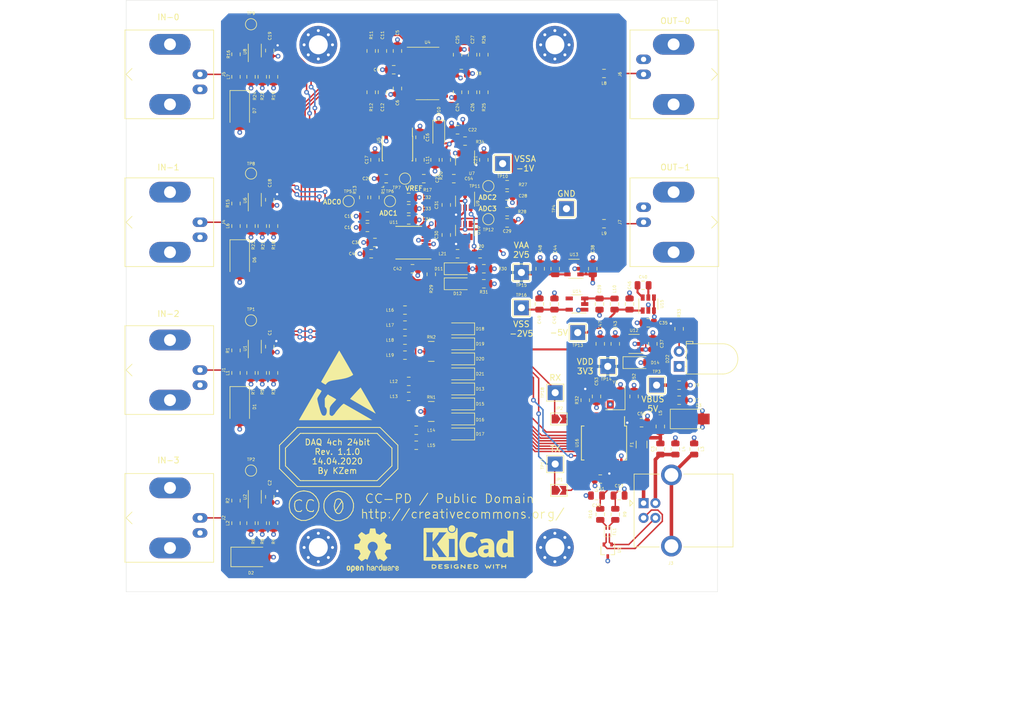
<source format=kicad_pcb>
(kicad_pcb (version 20171130) (host pcbnew 5.1.5)
  (title_block (title "DAQ 4ch 24bit") (date 2020-04-14) (rev 1.1.0) (company KZem))
  (layers (0 F.Cu signal) (1 In1.Cu power) (2 In2.Cu power) (31 B.Cu signal) (34 B.Paste user) (35 F.Paste user) (36 B.SilkS user) (37 F.SilkS user) (38 B.Mask user) (39 F.Mask user) (44 Edge.Cuts user))
  (net 0 "")
  (net 1 VSS)
  (net 2 VAA)
  (net 3 "Net-(C3-Pad2)")
  (net 4 "Net-(C3-Pad1)")
  (net 5 GND)
  (net 6 "Net-(C5-Pad1)")
  (net 7 "Net-(C6-Pad1)")
  (net 8 VBUS)
  (net 9 USB-D-)
  (net 10 "Net-(C11-Pad2)")
  (net 11 "Net-(C11-Pad1)")
  (net 12 "Net-(C12-Pad2)")
  (net 13 "Net-(C12-Pad1)")
  (net 14 USB-D+)
  (net 15 ADC_CH0)
  (net 16 VSSA)
  (net 17 ADC_CH1)
  (net 18 "Net-(C17-Pad1)")
  (net 19 V_REF)
  (net 20 "Net-(C24-Pad1)")
  (net 21 "Net-(C25-Pad1)")
  (net 22 "Net-(C26-Pad2)")
  (net 23 "Net-(C26-Pad1)")
  (net 24 "Net-(C27-Pad2)")
  (net 25 "Net-(C27-Pad1)")
  (net 26 "Net-(C28-Pad2)")
  (net 27 "Net-(C29-Pad2)")
  (net 28 "Net-(C39-Pad1)")
  (net 29 "Net-(C40-Pad2)")
  (net 30 "Net-(C40-Pad1)")
  (net 31 VDD)
  (net 32 -5V)
  (net 33 "Net-(C52-Pad2)")
  (net 34 "Net-(C53-Pad2)")
  (net 35 "Net-(D1-Pad1)")
  (net 36 "Net-(D2-Pad1)")
  (net 37 "Net-(D6-Pad1)")
  (net 38 "Net-(D7-Pad1)")
  (net 39 CH2_SW3)
  (net 40 "Net-(D11-Pad1)")
  (net 41 CH3_SW3)
  (net 42 "Net-(D12-Pad1)")
  (net 43 CH0_SW1)
  (net 44 "Net-(D13-Pad1)")
  (net 45 CH0_SW2)
  (net 46 "Net-(D15-Pad1)")
  (net 47 CH1_SW1)
  (net 48 "Net-(D16-Pad1)")
  (net 49 CH1_SW2)
  (net 50 "Net-(D17-Pad1)")
  (net 51 CH2_SW1)
  (net 52 "Net-(D18-Pad1)")
  (net 53 CH2_SW2)
  (net 54 "Net-(D19-Pad1)")
  (net 55 CH3_SW1)
  (net 56 "Net-(D20-Pad1)")
  (net 57 CH3_SW2)
  (net 58 "Net-(D21-Pad1)")
  (net 59 "Net-(J1-Pad1)")
  (net 60 "Net-(J2-Pad1)")
  (net 61 "Net-(FL1-Pad3)")
  (net 62 "Net-(J3-Pad5)")
  (net 63 "Net-(F1-Pad1)")
  (net 64 "Net-(FL1-Pad1)")
  (net 65 "Net-(J4-Pad1)")
  (net 66 "Net-(J5-Pad1)")
  (net 67 "Net-(J6-Pad1)")
  (net 68 "Net-(J7-Pad1)")
  (net 69 "Net-(L8-Pad2)")
  (net 70 "Net-(L9-Pad2)")
  (net 71 "Net-(R3-Pad2)")
  (net 72 "Net-(R4-Pad2)")
  (net 73 "Net-(R5-Pad2)")
  (net 74 "Net-(R6-Pad2)")
  (net 75 "Net-(R7-Pad2)")
  (net 76 "Net-(R8-Pad2)")
  (net 77 "Net-(FL1-Pad2)")
  (net 78 "Net-(FL1-Pad4)")
  (net 79 "Net-(R18-Pad2)")
  (net 80 "Net-(R19-Pad2)")
  (net 81 "Net-(R21-Pad2)")
  (net 82 "Net-(R22-Pad2)")
  (net 83 "Net-(R23-Pad2)")
  (net 84 "Net-(R24-Pad2)")
  (net 85 "Net-(R29-Pad1)")
  (net 86 "Net-(R32-Pad1)")
  (net 87 "Net-(U5-Pad8)")
  (net 88 "Net-(U5-Pad7)")
  (net 89 "Net-(U5-Pad3)")
  (net 90 "Net-(U5-Pad1)")
  (net 91 ADC_CH2)
  (net 92 ADC_CH3)
  (net 93 "Net-(U11-Pad14)")
  (net 94 "Net-(U12-Pad4)")
  (net 95 "Net-(U13-Pad4)")
  (net 96 "Net-(U14-Pad4)")
  (net 97 "Net-(U16-Pad11)")
  (net 98 "Net-(D22-Pad2)")
  (net 99 "Net-(JP1-Pad1)")
  (net 100 "Net-(JP1-Pad2)")
  (net 101 "Net-(JP2-Pad1)")
  (net 102 "Net-(JP2-Pad2)")
  (net 103 "Net-(C16-Pad1)")
  (net 104 "Net-(L12-Pad2)")
  (net 105 "Net-(L13-Pad2)")
  (net 106 "Net-(L14-Pad2)")
  (net 107 "Net-(L15-Pad2)")
  (net 108 "Net-(L16-Pad2)")
  (net 109 "Net-(L17-Pad2)")
  (net 110 "Net-(L18-Pad2)")
  (net 111 "Net-(L19-Pad2)")
  (net 112 "Net-(L20-Pad2)")
  (net 113 "Net-(L21-Pad2)")
  (net 114 "Net-(C54-Pad2)")
  (net 115 "Net-(C54-Pad1)")
  (module Resistor_SMD:R_0805_2012Metric (layer F.Cu) (at 107.315 81.28)
    (fp_text reference R34 (at 2.54 0.127) (layer F.SilkS) (effects (font (size 0.5 0.5) (thickness 0.075))))
    (fp_text value 51R)
    (pad 2 smd roundrect (at 0.9375 0) (size 0.975 1.4) (layers F.Cu F.Paste F.Mask) (net 115 "Net-(C54-Pad1)"))
    (pad 1 smd roundrect (at -0.9375 0) (size 0.975 1.4) (layers F.Cu F.Paste F.Mask) (net 16 VSSA))
  )
  (module Capacitor_SMD:C_0805_2012Metric (layer F.Cu) (at 105.41 87.63 180)
    (fp_text reference C54 (at -2.54 0) (layer F.SilkS) (effects (font (size 0.5 0.5) (thickness 0.075))))
    (fp_text value 8n6)
    (pad 2 smd roundrect (at 0.9375 0 180) (size 0.975 1.4) (layers F.Cu F.Paste F.Mask) (net 114 "Net-(C54-Pad2)"))
    (pad 1 smd roundrect (at -0.9375 0 180) (size 0.975 1.4) (layers F.Cu F.Paste F.Mask) (net 115 "Net-(C54-Pad1)"))
  )
  (module MountingHole:MountingHole_3.2mm_M3_Pad_Via (layer F.Cu) (at 122.5 65)
    (fp_text reference H4 hide)
    (fp_text value M3)
    (pad 1 thru_hole circle (at 1.697056 -1.697056) (size 0.8 0.8) (drill 0.5) (layers *.Cu *.Mask) (net 5 GND))
    (pad 1 thru_hole circle (at 0 -2.4) (size 0.8 0.8) (drill 0.5) (layers *.Cu *.Mask) (net 5 GND))
    (pad 1 thru_hole circle (at -1.697056 -1.697056) (size 0.8 0.8) (drill 0.5) (layers *.Cu *.Mask) (net 5 GND))
    (pad 1 thru_hole circle (at -2.4 0) (size 0.8 0.8) (drill 0.5) (layers *.Cu *.Mask) (net 5 GND))
    (pad 1 thru_hole circle (at -1.697056 1.697056) (size 0.8 0.8) (drill 0.5) (layers *.Cu *.Mask) (net 5 GND))
    (pad 1 thru_hole circle (at 0 2.4) (size 0.8 0.8) (drill 0.5) (layers *.Cu *.Mask) (net 5 GND))
    (pad 1 thru_hole circle (at 1.697056 1.697056) (size 0.8 0.8) (drill 0.5) (layers *.Cu *.Mask) (net 5 GND))
    (pad 1 thru_hole circle (at 2.4 0) (size 0.8 0.8) (drill 0.5) (layers *.Cu *.Mask) (net 5 GND))
    (pad 1 thru_hole circle (at 0 0) (size 6.4 6.4) (drill 3.2) (layers *.Cu *.Mask) (net 5 GND))
  )
  (module MountingHole:MountingHole_3.2mm_M3_Pad_Via (layer F.Cu) (at 82.5 65)
    (fp_text reference H3 hide)
    (fp_text value M3)
    (pad 1 thru_hole circle (at 1.697056 -1.697056) (size 0.8 0.8) (drill 0.5) (layers *.Cu *.Mask) (net 5 GND))
    (pad 1 thru_hole circle (at 0 -2.4) (size 0.8 0.8) (drill 0.5) (layers *.Cu *.Mask) (net 5 GND))
    (pad 1 thru_hole circle (at -1.697056 -1.697056) (size 0.8 0.8) (drill 0.5) (layers *.Cu *.Mask) (net 5 GND))
    (pad 1 thru_hole circle (at -2.4 0) (size 0.8 0.8) (drill 0.5) (layers *.Cu *.Mask) (net 5 GND))
    (pad 1 thru_hole circle (at -1.697056 1.697056) (size 0.8 0.8) (drill 0.5) (layers *.Cu *.Mask) (net 5 GND))
    (pad 1 thru_hole circle (at 0 2.4) (size 0.8 0.8) (drill 0.5) (layers *.Cu *.Mask) (net 5 GND))
    (pad 1 thru_hole circle (at 1.697056 1.697056) (size 0.8 0.8) (drill 0.5) (layers *.Cu *.Mask) (net 5 GND))
    (pad 1 thru_hole circle (at 2.4 0) (size 0.8 0.8) (drill 0.5) (layers *.Cu *.Mask) (net 5 GND))
    (pad 1 thru_hole circle (at 0 0) (size 6.4 6.4) (drill 3.2) (layers *.Cu *.Mask) (net 5 GND))
  )
  (module MountingHole:MountingHole_3.2mm_M3_Pad_Via (layer F.Cu) (at 122.5 150)
    (fp_text reference H2 hide)
    (fp_text value M3)
    (pad 1 thru_hole circle (at 1.697056 -1.697056) (size 0.8 0.8) (drill 0.5) (layers *.Cu *.Mask) (net 5 GND))
    (pad 1 thru_hole circle (at 0 -2.4) (size 0.8 0.8) (drill 0.5) (layers *.Cu *.Mask) (net 5 GND))
    (pad 1 thru_hole circle (at -1.697056 -1.697056) (size 0.8 0.8) (drill 0.5) (layers *.Cu *.Mask) (net 5 GND))
    (pad 1 thru_hole circle (at -2.4 0) (size 0.8 0.8) (drill 0.5) (layers *.Cu *.Mask) (net 5 GND))
    (pad 1 thru_hole circle (at -1.697056 1.697056) (size 0.8 0.8) (drill 0.5) (layers *.Cu *.Mask) (net 5 GND))
    (pad 1 thru_hole circle (at 0 2.4) (size 0.8 0.8) (drill 0.5) (layers *.Cu *.Mask) (net 5 GND))
    (pad 1 thru_hole circle (at 1.697056 1.697056) (size 0.8 0.8) (drill 0.5) (layers *.Cu *.Mask) (net 5 GND))
    (pad 1 thru_hole circle (at 2.4 0) (size 0.8 0.8) (drill 0.5) (layers *.Cu *.Mask) (net 5 GND))
    (pad 1 thru_hole circle (at 0 0) (size 6.4 6.4) (drill 3.2) (layers *.Cu *.Mask) (net 5 GND))
  )
  (module MountingHole:MountingHole_3.2mm_M3_Pad_Via (layer F.Cu) (at 82.5 150)
    (fp_text reference H1 hide)
    (fp_text value M3)
    (pad 1 thru_hole circle (at 1.697056 -1.697056) (size 0.8 0.8) (drill 0.5) (layers *.Cu *.Mask) (net 5 GND))
    (pad 1 thru_hole circle (at 0 -2.4) (size 0.8 0.8) (drill 0.5) (layers *.Cu *.Mask) (net 5 GND))
    (pad 1 thru_hole circle (at -1.697056 -1.697056) (size 0.8 0.8) (drill 0.5) (layers *.Cu *.Mask) (net 5 GND))
    (pad 1 thru_hole circle (at -2.4 0) (size 0.8 0.8) (drill 0.5) (layers *.Cu *.Mask) (net 5 GND))
    (pad 1 thru_hole circle (at -1.697056 1.697056) (size 0.8 0.8) (drill 0.5) (layers *.Cu *.Mask) (net 5 GND))
    (pad 1 thru_hole circle (at 0 2.4) (size 0.8 0.8) (drill 0.5) (layers *.Cu *.Mask) (net 5 GND))
    (pad 1 thru_hole circle (at 1.697056 1.697056) (size 0.8 0.8) (drill 0.5) (layers *.Cu *.Mask) (net 5 GND))
    (pad 1 thru_hole circle (at 2.4 0) (size 0.8 0.8) (drill 0.5) (layers *.Cu *.Mask) (net 5 GND))
    (pad 1 thru_hole circle (at 0 0) (size 6.4 6.4) (drill 3.2) (layers *.Cu *.Mask) (net 5 GND))
  )
  (module Jumper:SolderJumper-2_P1.3mm_Open_TrianglePad1.0x1.5mm (layer F.Cu) (at 123.19 128.27)
    (fp_text reference JP2 (at 0 -1.8) (layer F.SilkS) (effects (font (size 0.5 0.5) (thickness 0.075))))
    (fp_text value RX)
    (pad 1 smd custom (at -0.725 0) (size 0.3 0.3) (layers F.Cu F.Mask) (net 101 "Net-(JP2-Pad1)") (options (clearance outline) (anchor rect)) (primitives (gr_poly (pts (xy -0.5 -0.75) (xy 0.5 -0.75) (xy 1 0) (xy 0.5 0.75) (xy -0.5 0.75)) (width 0))))
    (pad 2 smd custom (at 0.725 0) (size 0.3 0.3) (layers F.Cu F.Mask) (net 102 "Net-(JP2-Pad2)") (options (clearance outline) (anchor rect)) (primitives (gr_poly (pts (xy -0.65 -0.75) (xy 0.5 -0.75) (xy 0.5 0.75) (xy -0.65 0.75) (xy -0.15 0)) (width 0))))
  )
  (module Jumper:SolderJumper-2_P1.3mm_Open_TrianglePad1.0x1.5mm (layer F.Cu) (at 123.19 140.335)
    (fp_text reference JP1 (at 0 -1.8) (layer F.SilkS) (effects (font (size 0.5 0.5) (thickness 0.075))))
    (fp_text value TX)
    (pad 1 smd custom (at -0.725 0) (size 0.3 0.3) (layers F.Cu F.Mask) (net 99 "Net-(JP1-Pad1)") (options (clearance outline) (anchor rect)) (primitives (gr_poly (pts (xy -0.5 -0.75) (xy 0.5 -0.75) (xy 1 0) (xy 0.5 0.75) (xy -0.5 0.75)) (width 0))))
    (pad 2 smd custom (at 0.725 0) (size 0.3 0.3) (layers F.Cu F.Mask) (net 100 "Net-(JP1-Pad2)") (options (clearance outline) (anchor rect)) (primitives (gr_poly (pts (xy -0.65 -0.75) (xy 0.5 -0.75) (xy 0.5 0.75) (xy -0.65 0.75) (xy -0.15 0)) (width 0))))
  )
  (module Inductor_SMD:L_0805_2012Metric (layer F.Cu) (at 106.045 100.33)
    (fp_text reference L21 (at -2.54 0) (layer F.SilkS) (effects (font (size 0.5 0.5) (thickness 0.075))))
    (fp_text value BLM21A601)
    (pad 2 smd roundrect (at 0.9375 0) (size 0.975 1.4) (layers F.Cu F.Paste F.Mask) (net 113 "Net-(L21-Pad2)"))
    (pad 1 smd roundrect (at -0.9375 0) (size 0.975 1.4) (layers F.Cu F.Paste F.Mask) (net 41 CH3_SW3))
  )
  (module Inductor_SMD:L_0805_2012Metric (layer F.Cu) (at 109.855 100.33 180)
    (fp_text reference L20 (at 0 1.27 180) (layer F.SilkS) (effects (font (size 0.5 0.5) (thickness 0.075))))
    (fp_text value BLM21A601)
    (pad 2 smd roundrect (at 0.9375 0 180) (size 0.975 1.4) (layers F.Cu F.Paste F.Mask) (net 112 "Net-(L20-Pad2)"))
    (pad 1 smd roundrect (at -0.9375 0 180) (size 0.975 1.4) (layers F.Cu F.Paste F.Mask) (net 39 CH2_SW3))
  )
  (module Inductor_SMD:L_0805_2012Metric (layer F.Cu) (at 97.155 117.475 180)
    (fp_text reference L19 (at 2.54 0 180) (layer F.SilkS) (effects (font (size 0.5 0.5) (thickness 0.075))))
    (fp_text value BLM21A601)
    (pad 2 smd roundrect (at 0.9375 0 180) (size 0.975 1.4) (layers F.Cu F.Paste F.Mask) (net 111 "Net-(L19-Pad2)"))
    (pad 1 smd roundrect (at -0.9375 0 180) (size 0.975 1.4) (layers F.Cu F.Paste F.Mask) (net 57 CH3_SW2))
  )
  (module Inductor_SMD:L_0805_2012Metric (layer F.Cu) (at 97.155 114.935 180)
    (fp_text reference L18 (at 2.54 0 180) (layer F.SilkS) (effects (font (size 0.5 0.5) (thickness 0.075))))
    (fp_text value BLM21A601)
    (pad 2 smd roundrect (at 0.9375 0 180) (size 0.975 1.4) (layers F.Cu F.Paste F.Mask) (net 110 "Net-(L18-Pad2)"))
    (pad 1 smd roundrect (at -0.9375 0 180) (size 0.975 1.4) (layers F.Cu F.Paste F.Mask) (net 55 CH3_SW1))
  )
  (module Inductor_SMD:L_0805_2012Metric (layer F.Cu) (at 97.155 112.395 180)
    (fp_text reference L17 (at 2.54 0 180) (layer F.SilkS) (effects (font (size 0.5 0.5) (thickness 0.075))))
    (fp_text value BLM21A601)
    (pad 2 smd roundrect (at 0.9375 0 180) (size 0.975 1.4) (layers F.Cu F.Paste F.Mask) (net 109 "Net-(L17-Pad2)"))
    (pad 1 smd roundrect (at -0.9375 0 180) (size 0.975 1.4) (layers F.Cu F.Paste F.Mask) (net 53 CH2_SW2))
  )
  (module Inductor_SMD:L_0805_2012Metric (layer F.Cu) (at 97.155 109.855 180)
    (fp_text reference L16 (at 2.54 0 180) (layer F.SilkS) (effects (font (size 0.5 0.5) (thickness 0.075))))
    (fp_text value BLM21A601)
    (pad 2 smd roundrect (at 0.9375 0 180) (size 0.975 1.4) (layers F.Cu F.Paste F.Mask) (net 108 "Net-(L16-Pad2)"))
    (pad 1 smd roundrect (at -0.9375 0 180) (size 0.975 1.4) (layers F.Cu F.Paste F.Mask) (net 51 CH2_SW1))
  )
  (module Inductor_SMD:L_0805_2012Metric (layer F.Cu) (at 99.06 132.715 180)
    (fp_text reference L15 (at -2.54 0 180) (layer F.SilkS) (effects (font (size 0.5 0.5) (thickness 0.075))))
    (fp_text value BLM21A601)
    (pad 2 smd roundrect (at 0.9375 0 180) (size 0.975 1.4) (layers F.Cu F.Paste F.Mask) (net 107 "Net-(L15-Pad2)"))
    (pad 1 smd roundrect (at -0.9375 0 180) (size 0.975 1.4) (layers F.Cu F.Paste F.Mask) (net 49 CH1_SW2))
  )
  (module Inductor_SMD:L_0805_2012Metric (layer F.Cu) (at 99.06 130.175 180)
    (fp_text reference L14 (at -2.54 0 180) (layer F.SilkS) (effects (font (size 0.5 0.5) (thickness 0.075))))
    (fp_text value BLM21A601)
    (pad 2 smd roundrect (at 0.9375 0 180) (size 0.975 1.4) (layers F.Cu F.Paste F.Mask) (net 106 "Net-(L14-Pad2)"))
    (pad 1 smd roundrect (at -0.9375 0 180) (size 0.975 1.4) (layers F.Cu F.Paste F.Mask) (net 47 CH1_SW1))
  )
  (module Inductor_SMD:L_0805_2012Metric (layer F.Cu) (at 97.79 124.46 180)
    (fp_text reference L13 (at 2.54 0 180) (layer F.SilkS) (effects (font (size 0.5 0.5) (thickness 0.075))))
    (fp_text value BLM21A601)
    (pad 2 smd roundrect (at 0.9375 0 180) (size 0.975 1.4) (layers F.Cu F.Paste F.Mask) (net 105 "Net-(L13-Pad2)"))
    (pad 1 smd roundrect (at -0.9375 0 180) (size 0.975 1.4) (layers F.Cu F.Paste F.Mask) (net 45 CH0_SW2))
  )
  (module Inductor_SMD:L_0805_2012Metric (layer F.Cu) (at 97.79 121.92 180)
    (fp_text reference L12 (at 2.54 0 180) (layer F.SilkS) (effects (font (size 0.5 0.5) (thickness 0.075))))
    (fp_text value BLM21A601)
    (pad 2 smd roundrect (at 0.9375 0 180) (size 0.975 1.4) (layers F.Cu F.Paste F.Mask) (net 104 "Net-(L12-Pad2)"))
    (pad 1 smd roundrect (at -0.9375 0 180) (size 0.975 1.4) (layers F.Cu F.Paste F.Mask) (net 43 CH0_SW1))
  )
  (module Inductor_SMD:L_0805_2012Metric (layer F.Cu) (at 99.695 84.455 270)
    (fp_text reference L11 (at 0 -1.27 90) (layer F.SilkS) (effects (font (size 0.5 0.5) (thickness 0.075))))
    (fp_text value BLM21A601)
    (pad 2 smd roundrect (at 0.9375 0 270) (size 0.975 1.4) (layers F.Cu F.Paste F.Mask) (net 31 VDD))
    (pad 1 smd roundrect (at -0.9375 0 270) (size 0.975 1.4) (layers F.Cu F.Paste F.Mask) (net 103 "Net-(C16-Pad1)"))
  )
  (module TestPoint:TestPoint_THTPad_2.5x2.5mm_Drill1.2mm (layer F.Cu) (at 113.665 85.09)
    (fp_text reference TP10 (at 0 2.159) (layer F.SilkS) (effects (font (size 0.5 0.5) (thickness 0.075))))
    (fp_text value -VSSA)
    (pad 1 thru_hole rect (at 0 0) (size 2.5 2.5) (drill 1.2) (layers *.Cu *.Mask) (net 16 VSSA))
  )
  (module Symbol:Symbol_CreativeCommonsPublicDomain_SilkScreenTop_Small (layer F.Cu) (at 99.695 142.875)
    (fp_text reference REF** hide)
    (fp_text value Symbol_CreativeCommonsPublicDomain_SilkScreenTop_Small)
  )
  (module Symbol:OSHW-Logo2_9.8x8mm_SilkScreen (layer F.Cu) (at 91.694 150.495)
    (fp_text reference REF** hide)
    (fp_text value OSHW-Logo2_9.8x8mm_SilkScreen hide)
  )
  (module Symbol:KiCad-Logo2_6mm_SilkScreen (layer F.Cu) (at 107.95 149.225)
    (fp_text reference REF** hide)
    (fp_text value KiCad-Logo2_6mm_SilkScreen hide)
  )
  (module Symbol:ESD-Logo_13.2x12mm_SilkScreen (layer F.Cu) (at 85.725 122.555)
    (fp_text reference REF** hide)
    (fp_text value ESD-Logo_13.2x12mm_SilkScreen hide)
  )
  (module Labels:Label_Ballistol_10x20mm_02072010 (layer F.Cu) (at 86.36 134.62)
    (fp_text reference REF** hide)
    (fp_text value Label_Ballistol_10x20mm_02072010)
  )
  (module kz:DLP11x (layer F.Cu) (at 131.445 147.32 90)
    (fp_text reference FL1 (at 0 1.143 270) (layer F.SilkS) (effects (font (size 0.5 0.5) (thickness 0.075))))
    (fp_text value DLP11SN331HL2L)
    (pad 3 smd rect (at -0.55 0.275 90) (size 0.5 0.25) (layers F.Cu F.Paste F.Mask) (net 61 "Net-(FL1-Pad3)"))
    (pad 4 smd rect (at 0.55 0.275 90) (size 0.5 0.25) (layers F.Cu F.Paste F.Mask) (net 78 "Net-(FL1-Pad4)"))
    (pad 2 smd rect (at 0.55 -0.275 90) (size 0.5 0.25) (layers F.Cu F.Paste F.Mask) (net 77 "Net-(FL1-Pad2)"))
    (pad 1 smd rect (at -0.55 -0.275 90) (size 0.5 0.25) (layers F.Cu F.Paste F.Mask) (net 64 "Net-(FL1-Pad1)"))
  )
  (module TestPoint:TestPoint_THTPad_2.5x2.5mm_Drill1.2mm (layer F.Cu) (at 116.84 109.474 180)
    (fp_text reference TP16 (at 0 2.159) (layer F.SilkS) (effects (font (size 0.5 0.5) (thickness 0.075))))
    (fp_text value -2V5)
    (pad 1 thru_hole rect (at 0 0 180) (size 2.5 2.5) (drill 1.2) (layers *.Cu *.Mask) (net 1 VSS))
  )
  (module TestPoint:TestPoint_THTPad_2.5x2.5mm_Drill1.2mm (layer F.Cu) (at 116.84 103.505 180)
    (fp_text reference TP15 (at 0 -2.148) (layer F.SilkS) (effects (font (size 0.5 0.5) (thickness 0.075))))
    (fp_text value 2V5)
    (pad 1 thru_hole rect (at 0 0 180) (size 2.5 2.5) (drill 1.2) (layers *.Cu *.Mask) (net 2 VAA))
  )
  (module TestPoint:TestPoint_THTPad_2.5x2.5mm_Drill1.2mm (layer F.Cu) (at 126.365 113.665 180)
    (fp_text reference TP13 (at 0 -2.148) (layer F.SilkS) (effects (font (size 0.5 0.5) (thickness 0.075))))
    (fp_text value -5V)
    (pad 1 thru_hole rect (at 0 0 180) (size 2.5 2.5) (drill 1.2) (layers *.Cu *.Mask) (net 32 -5V))
  )
  (module Capacitor_SMD:C_0805_2012Metric (layer F.Cu) (at 114.427 95.123 180)
    (fp_text reference C29 (at 0 -1.397) (layer F.SilkS) (effects (font (size 0.5 0.5) (thickness 0.075))))
    (fp_text value 220n)
    (pad 2 smd roundrect (at 0.9375 0 180) (size 0.975 1.4) (layers F.Cu F.Paste F.Mask) (net 27 "Net-(C29-Pad2)"))
    (pad 1 smd roundrect (at -0.9375 0 180) (size 0.975 1.4) (layers F.Cu F.Paste F.Mask) (net 16 VSSA))
  )
  (module Package_SO:SOIC-14_3.9x8.7mm_P1.27mm (layer F.Cu) (at 100.965 69.85)
    (fp_text reference U4 (at 0 -5.28) (layer F.SilkS) (effects (font (size 0.5 0.5) (thickness 0.075))))
    (fp_text value OPA4388)
    (pad 14 smd roundrect (at 2.475 -3.81) (size 1.95 0.6) (layers F.Cu F.Paste F.Mask) (net 25 "Net-(C27-Pad1)"))
    (pad 13 smd roundrect (at 2.475 -2.54) (size 1.95 0.6) (layers F.Cu F.Paste F.Mask) (net 24 "Net-(C27-Pad2)"))
    (pad 12 smd roundrect (at 2.475 -1.27) (size 1.95 0.6) (layers F.Cu F.Paste F.Mask) (net 21 "Net-(C25-Pad1)"))
    (pad 11 smd roundrect (at 2.475 0) (size 1.95 0.6) (layers F.Cu F.Paste F.Mask) (net 1 VSS))
    (pad 10 smd roundrect (at 2.475 1.27) (size 1.95 0.6) (layers F.Cu F.Paste F.Mask) (net 20 "Net-(C24-Pad1)"))
    (pad 9 smd roundrect (at 2.475 2.54) (size 1.95 0.6) (layers F.Cu F.Paste F.Mask) (net 22 "Net-(C26-Pad2)"))
    (pad 8 smd roundrect (at 2.475 3.81) (size 1.95 0.6) (layers F.Cu F.Paste F.Mask) (net 23 "Net-(C26-Pad1)"))
    (pad 7 smd roundrect (at -2.475 3.81) (size 1.95 0.6) (layers F.Cu F.Paste F.Mask) (net 13 "Net-(C12-Pad1)"))
    (pad 6 smd roundrect (at -2.475 2.54) (size 1.95 0.6) (layers F.Cu F.Paste F.Mask) (net 12 "Net-(C12-Pad2)"))
    (pad 5 smd roundrect (at -2.475 1.27) (size 1.95 0.6) (layers F.Cu F.Paste F.Mask) (net 7 "Net-(C6-Pad1)"))
    (pad 4 smd roundrect (at -2.475 0) (size 1.95 0.6) (layers F.Cu F.Paste F.Mask) (net 2 VAA))
    (pad 3 smd roundrect (at -2.475 -1.27) (size 1.95 0.6) (layers F.Cu F.Paste F.Mask) (net 6 "Net-(C5-Pad1)"))
    (pad 2 smd roundrect (at -2.475 -2.54) (size 1.95 0.6) (layers F.Cu F.Paste F.Mask) (net 10 "Net-(C11-Pad2)"))
    (pad 1 smd roundrect (at -2.475 -3.81) (size 1.95 0.6) (layers F.Cu F.Paste F.Mask) (net 11 "Net-(C11-Pad1)"))
  )
  (module Resistor_SMD:R_Array_Convex_4x0603 (layer F.Cu) (at 101.6 116.84)
    (fp_text reference RN2 (at 0 -2.413) (layer F.SilkS) (effects (font (size 0.5 0.5) (thickness 0.075))))
    (fp_text value 10k)
    (pad 5 smd rect (at 0.9 1.2) (size 0.8 0.5) (layers F.Cu F.Paste F.Mask) (net 57 CH3_SW2))
    (pad 6 smd rect (at 0.9 0.4) (size 0.8 0.4) (layers F.Cu F.Paste F.Mask) (net 55 CH3_SW1))
    (pad 8 smd rect (at 0.9 -1.2) (size 0.8 0.5) (layers F.Cu F.Paste F.Mask) (net 51 CH2_SW1))
    (pad 7 smd rect (at 0.9 -0.4) (size 0.8 0.4) (layers F.Cu F.Paste F.Mask) (net 53 CH2_SW2))
    (pad 4 smd rect (at -0.9 1.2) (size 0.8 0.5) (layers F.Cu F.Paste F.Mask) (net 1 VSS))
    (pad 2 smd rect (at -0.9 -0.4) (size 0.8 0.4) (layers F.Cu F.Paste F.Mask) (net 1 VSS))
    (pad 3 smd rect (at -0.9 0.4) (size 0.8 0.4) (layers F.Cu F.Paste F.Mask) (net 1 VSS))
    (pad 1 smd rect (at -0.9 -1.2) (size 0.8 0.5) (layers F.Cu F.Paste F.Mask) (net 1 VSS))
  )
  (module Resistor_SMD:R_Array_Convex_4x0603 (layer F.Cu) (at 101.6 127)
    (fp_text reference RN1 (at 0 -2.413) (layer F.SilkS) (effects (font (size 0.5 0.5) (thickness 0.075))))
    (fp_text value 10k)
    (pad 5 smd rect (at 0.9 1.2) (size 0.8 0.5) (layers F.Cu F.Paste F.Mask) (net 49 CH1_SW2))
    (pad 6 smd rect (at 0.9 0.4) (size 0.8 0.4) (layers F.Cu F.Paste F.Mask) (net 47 CH1_SW1))
    (pad 8 smd rect (at 0.9 -1.2) (size 0.8 0.5) (layers F.Cu F.Paste F.Mask) (net 43 CH0_SW1))
    (pad 7 smd rect (at 0.9 -0.4) (size 0.8 0.4) (layers F.Cu F.Paste F.Mask) (net 45 CH0_SW2))
    (pad 4 smd rect (at -0.9 1.2) (size 0.8 0.5) (layers F.Cu F.Paste F.Mask) (net 1 VSS))
    (pad 2 smd rect (at -0.9 -0.4) (size 0.8 0.4) (layers F.Cu F.Paste F.Mask) (net 1 VSS))
    (pad 3 smd rect (at -0.9 0.4) (size 0.8 0.4) (layers F.Cu F.Paste F.Mask) (net 1 VSS))
    (pad 1 smd rect (at -0.9 -1.2) (size 0.8 0.5) (layers F.Cu F.Paste F.Mask) (net 1 VSS))
  )
  (module Fuse:Fuse_1206_3216Metric (layer F.Cu) (at 137.16 132.588 90)
    (fp_text reference F1 (at 0 -1.651 90) (layer F.SilkS) (effects (font (size 0.5 0.5) (thickness 0.075))))
    (fp_text value 250mA)
    (pad 2 smd roundrect (at 1.4 0 90) (size 1.25 1.75) (layers F.Cu F.Paste F.Mask) (roundrect_rratio 0.2) (net 4 "Net-(C3-Pad1)"))
    (pad 1 smd roundrect (at -1.4 0 90) (size 1.25 1.75) (layers F.Cu F.Paste F.Mask) (roundrect_rratio 0.2) (net 63 "Net-(F1-Pad1)"))
  )
  (module LED_THT:LED_D5.0mm_Horizontal_O1.27mm_Z3.0mm (layer F.Cu) (at 143.51 119.38 90)
    (fp_text reference D22 (at 1.27 -1.96 90) (layer F.SilkS) (effects (font (size 0.5 0.5) (thickness 0.075))))
    (fp_text value GREEN)
    (pad 2 thru_hole circle (at 2.54 0 90) (size 1.8 1.8) (drill 0.9) (layers *.Cu *.Mask) (net 98 "Net-(D22-Pad2)"))
    (pad 1 thru_hole rect (at 0 0 90) (size 1.8 1.8) (drill 0.9) (layers *.Cu *.Mask) (net 5 GND))
  )
  (module Connector_USB:USB_B_OST_USB-B1HSxx_Horizontal (layer F.Cu) (at 137.5 142.5)
    (fp_text reference J3 (at 4.613 10.154) (layer F.SilkS) (effects (font (size 0.5 0.5) (thickness 0.075))))
    (fp_text value USB_B)
    (pad 5 thru_hole circle (at 4.71 7.27) (size 3.5 3.5) (drill 2.33) (layers *.Cu *.Mask) (net 62 "Net-(J3-Pad5)"))
    (pad 5 thru_hole circle (at 4.71 -4.77) (size 3.5 3.5) (drill 2.33) (layers *.Cu *.Mask) (net 62 "Net-(J3-Pad5)"))
    (pad 4 thru_hole circle (at 2 0) (size 1.7 1.7) (drill 0.92) (layers *.Cu *.Mask) (net 3 "Net-(C3-Pad2)"))
    (pad 3 thru_hole circle (at 2 2.5) (size 1.7 1.7) (drill 0.92) (layers *.Cu *.Mask) (net 61 "Net-(FL1-Pad3)"))
    (pad 2 thru_hole circle (at 0 2.5) (size 1.7 1.7) (drill 0.92) (layers *.Cu *.Mask) (net 64 "Net-(FL1-Pad1)"))
    (pad 1 thru_hole rect (at 0 0) (size 1.7 1.7) (drill 0.92) (layers *.Cu *.Mask) (net 63 "Net-(F1-Pad1)"))
  )
  (module Resistor_SMD:R_0805_2012Metric (layer F.Cu) (at 143.51 113.03 90)
    (fp_text reference R33 (at 2.667 0 90) (layer F.SilkS) (effects (font (size 0.5 0.5) (thickness 0.075))))
    (fp_text value 360)
    (pad 2 smd roundrect (at 0.9375 0 90) (size 0.975 1.4) (layers F.Cu F.Paste F.Mask) (net 31 VDD))
    (pad 1 smd roundrect (at -0.9375 0 90) (size 0.975 1.4) (layers F.Cu F.Paste F.Mask) (net 98 "Net-(D22-Pad2)"))
  )
  (module Crystal:Crystal_SMD_3225-4Pin_3.2x2.5mm (layer F.Cu) (at 132.715 124.714 90)
    (fp_text reference Y1 (at 2.667 0 180) (layer F.SilkS) (effects (font (size 0.5 0.5) (thickness 0.075))))
    (fp_text value ILCX13-FF5F-12.00)
    (pad 4 smd rect (at -1.1 -0.85 90) (size 1.4 1.2) (layers F.Cu F.Paste F.Mask) (net 5 GND))
    (pad 3 smd rect (at 1.1 -0.85 90) (size 1.4 1.2) (layers F.Cu F.Paste F.Mask) (net 34 "Net-(C53-Pad2)"))
    (pad 2 smd rect (at 1.1 0.85 90) (size 1.4 1.2) (layers F.Cu F.Paste F.Mask) (net 5 GND))
    (pad 1 smd rect (at -1.1 0.85 90) (size 1.4 1.2) (layers F.Cu F.Paste F.Mask) (net 33 "Net-(C52-Pad2)"))
  )
  (module Package_SO:SSOP-20_5.3x7.2mm_P0.65mm (layer F.Cu) (at 130.81 132.334 270)
    (fp_text reference U16 (at 0 4.572 90) (layer F.SilkS) (effects (font (size 0.5 0.5) (thickness 0.075))))
    (fp_text value MCP2200-I-SS)
    (pad 20 smd rect (at 3.6 -2.925 270) (size 1.75 0.45) (layers F.Cu F.Paste F.Mask) (net 5 GND))
    (pad 19 smd rect (at 3.6 -2.275 270) (size 1.75 0.45) (layers F.Cu F.Paste F.Mask) (net 14 USB-D+))
    (pad 18 smd rect (at 3.6 -1.625 270) (size 1.75 0.45) (layers F.Cu F.Paste F.Mask) (net 9 USB-D-))
    (pad 17 smd rect (at 3.6 -0.975 270) (size 1.75 0.45) (layers F.Cu F.Paste F.Mask) (net 31 VDD))
    (pad 16 smd rect (at 3.6 -0.325 270) (size 1.75 0.45) (layers F.Cu F.Paste F.Mask) (net 44 "Net-(D13-Pad1)"))
    (pad 15 smd rect (at 3.6 0.325 270) (size 1.75 0.45) (layers F.Cu F.Paste F.Mask) (net 46 "Net-(D15-Pad1)"))
    (pad 14 smd rect (at 3.6 0.975 270) (size 1.75 0.45) (layers F.Cu F.Paste F.Mask) (net 48 "Net-(D16-Pad1)"))
    (pad 13 smd rect (at 3.6 1.625 270) (size 1.75 0.45) (layers F.Cu F.Paste F.Mask) (net 93 "Net-(U11-Pad14)"))
    (pad 12 smd rect (at 3.6 2.275 270) (size 1.75 0.45) (layers F.Cu F.Paste F.Mask) (net 100 "Net-(JP1-Pad2)"))
    (pad 11 smd rect (at 3.6 2.925 270) (size 1.75 0.45) (layers F.Cu F.Paste F.Mask) (net 97 "Net-(U16-Pad11)"))
    (pad 10 smd rect (at -3.6 2.925 270) (size 1.75 0.45) (layers F.Cu F.Paste F.Mask) (net 102 "Net-(JP2-Pad2)"))
    (pad 9 smd rect (at -3.6 2.275 270) (size 1.75 0.45) (layers F.Cu F.Paste F.Mask) (net 50 "Net-(D17-Pad1)"))
    (pad 8 smd rect (at -3.6 1.625 270) (size 1.75 0.45) (layers F.Cu F.Paste F.Mask) (net 52 "Net-(D18-Pad1)"))
    (pad 7 smd rect (at -3.6 0.975 270) (size 1.75 0.45) (layers F.Cu F.Paste F.Mask) (net 54 "Net-(D19-Pad1)"))
    (pad 6 smd rect (at -3.6 0.325 270) (size 1.75 0.45) (layers F.Cu F.Paste F.Mask) (net 56 "Net-(D20-Pad1)"))
    (pad 5 smd rect (at -3.6 -0.325 270) (size 1.75 0.45) (layers F.Cu F.Paste F.Mask) (net 58 "Net-(D21-Pad1)"))
    (pad 4 smd rect (at -3.6 -0.975 270) (size 1.75 0.45) (layers F.Cu F.Paste F.Mask) (net 86 "Net-(R32-Pad1)"))
    (pad 3 smd rect (at -3.6 -1.625 270) (size 1.75 0.45) (layers F.Cu F.Paste F.Mask) (net 34 "Net-(C53-Pad2)"))
    (pad 2 smd rect (at -3.6 -2.275 270) (size 1.75 0.45) (layers F.Cu F.Paste F.Mask) (net 33 "Net-(C52-Pad2)"))
    (pad 1 smd rect (at -3.6 -2.925 270) (size 1.75 0.45) (layers F.Cu F.Paste F.Mask) (net 31 VDD))
  )
  (module Package_TO_SOT_SMD:SOT-23-6 (layer F.Cu) (at 138.303 108.839 90)
    (fp_text reference U15 (at 0 2.286 90) (layer F.SilkS) (effects (font (size 0.5 0.5) (thickness 0.075))))
    (fp_text value LM2776)
    (pad 5 smd rect (at 1.1 0 90) (size 1.06 0.65) (layers F.Cu F.Paste F.Mask) (net 30 "Net-(C40-Pad1)"))
    (pad 6 smd rect (at 1.1 -0.95 90) (size 1.06 0.65) (layers F.Cu F.Paste F.Mask) (net 29 "Net-(C40-Pad2)"))
    (pad 4 smd rect (at 1.1 0.95 90) (size 1.06 0.65) (layers F.Cu F.Paste F.Mask) (net 8 VBUS))
    (pad 3 smd rect (at -1.1 0.95 90) (size 1.06 0.65) (layers F.Cu F.Paste F.Mask) (net 8 VBUS))
    (pad 2 smd rect (at -1.1 0 90) (size 1.06 0.65) (layers F.Cu F.Paste F.Mask) (net 5 GND))
    (pad 1 smd rect (at -1.1 -0.95 90) (size 1.06 0.65) (layers F.Cu F.Paste F.Mask) (net 32 -5V))
  )
  (module Package_TO_SOT_SMD:TSOT-23-5 (layer F.Cu) (at 126.238 108.839 180)
    (fp_text reference U14 (at 0 2.159) (layer F.SilkS) (effects (font (size 0.5 0.5) (thickness 0.075))))
    (fp_text value ADP7182AUJZ-2.5)
    (pad 5 smd rect (at 1.31 -0.95 180) (size 1.22 0.65) (layers F.Cu F.Paste F.Mask) (net 1 VSS))
    (pad 4 smd rect (at 1.31 0.95 180) (size 1.22 0.65) (layers F.Cu F.Paste F.Mask) (net 96 "Net-(U14-Pad4)"))
    (pad 3 smd rect (at -1.31 0.95 180) (size 1.22 0.65) (layers F.Cu F.Paste F.Mask) (net 28 "Net-(C39-Pad1)"))
    (pad 2 smd rect (at -1.31 0 180) (size 1.22 0.65) (layers F.Cu F.Paste F.Mask) (net 28 "Net-(C39-Pad1)"))
    (pad 1 smd rect (at -1.31 -0.95 180) (size 1.22 0.65) (layers F.Cu F.Paste F.Mask) (net 5 GND))
  )
  (module Package_TO_SOT_SMD:SOT-23-5 (layer F.Cu) (at 125.73 102.87 180)
    (fp_text reference U13 (at 0 2.413) (layer F.SilkS) (effects (font (size 0.5 0.5) (thickness 0.075))))
    (fp_text value ADP151AUJZ-2.5)
    (pad 5 smd rect (at 1.1 -0.95 180) (size 1.06 0.65) (layers F.Cu F.Paste F.Mask) (net 2 VAA))
    (pad 4 smd rect (at 1.1 0.95 180) (size 1.06 0.65) (layers F.Cu F.Paste F.Mask) (net 95 "Net-(U13-Pad4)"))
    (pad 3 smd rect (at -1.1 0.95 180) (size 1.06 0.65) (layers F.Cu F.Paste F.Mask) (net 8 VBUS))
    (pad 2 smd rect (at -1.1 0 180) (size 1.06 0.65) (layers F.Cu F.Paste F.Mask) (net 5 GND))
    (pad 1 smd rect (at -1.1 -0.95 180) (size 1.06 0.65) (layers F.Cu F.Paste F.Mask) (net 8 VBUS))
  )
  (module Package_TO_SOT_SMD:SOT-23-5 (layer F.Cu) (at 135.89 115.57 180)
    (fp_text reference U12 (at 0 2.286) (layer F.SilkS) (effects (font (size 0.5 0.5) (thickness 0.075))))
    (fp_text value ADP151AUJZ-3.3)
    (pad 5 smd rect (at 1.1 -0.95 180) (size 1.06 0.65) (layers F.Cu F.Paste F.Mask) (net 31 VDD))
    (pad 4 smd rect (at 1.1 0.95 180) (size 1.06 0.65) (layers F.Cu F.Paste F.Mask) (net 94 "Net-(U12-Pad4)"))
    (pad 3 smd rect (at -1.1 0.95 180) (size 1.06 0.65) (layers F.Cu F.Paste F.Mask) (net 8 VBUS))
    (pad 2 smd rect (at -1.1 0 180) (size 1.06 0.65) (layers F.Cu F.Paste F.Mask) (net 5 GND))
    (pad 1 smd rect (at -1.1 -0.95 180) (size 1.06 0.65) (layers F.Cu F.Paste F.Mask) (net 8 VBUS))
  )
  (module Package_SO:TSSOP-16_4.4x5mm_P0.65mm (layer F.Cu) (at 97.79 98.425 180)
    (fp_text reference U11 (at 2.54 3.429) (layer F.SilkS) (effects (font (size 0.5 0.5) (thickness 0.075))))
    (fp_text value ADS122U04)
    (pad 16 smd rect (at 2.95 -2.275 180) (size 1.5 0.45) (layers F.Cu F.Paste F.Mask) (net 101 "Net-(JP2-Pad1)"))
    (pad 15 smd rect (at 2.95 -1.625 180) (size 1.5 0.45) (layers F.Cu F.Paste F.Mask) (net 99 "Net-(JP1-Pad1)"))
    (pad 14 smd rect (at 2.95 -0.975 180) (size 1.5 0.45) (layers F.Cu F.Paste F.Mask) (net 93 "Net-(U11-Pad14)"))
    (pad 13 smd rect (at 2.95 -0.325 180) (size 1.5 0.45) (layers F.Cu F.Paste F.Mask) (net 31 VDD))
    (pad 12 smd rect (at 2.95 0.325 180) (size 1.5 0.45) (layers F.Cu F.Paste F.Mask) (net 2 VAA))
    (pad 11 smd rect (at 2.95 0.975 180) (size 1.5 0.45) (layers F.Cu F.Paste F.Mask) (net 15 ADC_CH0))
    (pad 10 smd rect (at 2.95 1.625 180) (size 1.5 0.45) (layers F.Cu F.Paste F.Mask) (net 17 ADC_CH1))
    (pad 9 smd rect (at 2.95 2.275 180) (size 1.5 0.45) (layers F.Cu F.Paste F.Mask) (net 19 V_REF))
    (pad 8 smd rect (at -2.95 2.275 180) (size 1.5 0.45) (layers F.Cu F.Paste F.Mask) (net 5 GND))
    (pad 7 smd rect (at -2.95 1.625 180) (size 1.5 0.45) (layers F.Cu F.Paste F.Mask) (net 91 ADC_CH2))
    (pad 6 smd rect (at -2.95 0.975 180) (size 1.5 0.45) (layers F.Cu F.Paste F.Mask) (net 92 ADC_CH3))
    (pad 5 smd rect (at -2.95 0.325 180) (size 1.5 0.45) (layers F.Cu F.Paste F.Mask) (net 16 VSSA))
    (pad 4 smd rect (at -2.95 -0.325 180) (size 1.5 0.45) (layers F.Cu F.Paste F.Mask) (net 5 GND))
    (pad 3 smd rect (at -2.95 -0.975 180) (size 1.5 0.45) (layers F.Cu F.Paste F.Mask) (net 85 "Net-(R29-Pad1)"))
    (pad 2 smd rect (at -2.95 -1.625 180) (size 1.5 0.45) (layers F.Cu F.Paste F.Mask) (net 40 "Net-(D11-Pad1)"))
    (pad 1 smd rect (at -2.95 -2.275 180) (size 1.5 0.45) (layers F.Cu F.Paste F.Mask) (net 42 "Net-(D12-Pad1)"))
  )
  (module Package_TO_SOT_SMD:SOT-23-6 (layer F.Cu) (at 107.315 96.393 270)
    (fp_text reference U10 (at 0 -2.286 90) (layer F.SilkS) (effects (font (size 0.5 0.5) (thickness 0.075))))
    (fp_text value 74LVC1G3157)
    (pad 5 smd rect (at 1.1 0 270) (size 1.06 0.65) (layers F.Cu F.Paste F.Mask) (net 2 VAA))
    (pad 6 smd rect (at 1.1 -0.95 270) (size 1.06 0.65) (layers F.Cu F.Paste F.Mask) (net 113 "Net-(L21-Pad2)"))
    (pad 4 smd rect (at 1.1 0.95 270) (size 1.06 0.65) (layers F.Cu F.Paste F.Mask) (net 92 ADC_CH3))
    (pad 3 smd rect (at -1.1 0.95 270) (size 1.06 0.65) (layers F.Cu F.Paste F.Mask) (net 27 "Net-(C29-Pad2)"))
    (pad 2 smd rect (at -1.1 0 270) (size 1.06 0.65) (layers F.Cu F.Paste F.Mask) (net 1 VSS))
    (pad 1 smd rect (at -1.1 -0.95 270) (size 1.06 0.65) (layers F.Cu F.Paste F.Mask) (net 70 "Net-(L9-Pad2)"))
  )
  (module Package_TO_SOT_SMD:SOT-23-6 (layer F.Cu) (at 107.315 91.44 270)
    (fp_text reference U9 (at 0.381 -2.159 90) (layer F.SilkS) (effects (font (size 0.5 0.5) (thickness 0.075))))
    (fp_text value 74LVC1G3157)
    (pad 5 smd rect (at 1.1 0 270) (size 1.06 0.65) (layers F.Cu F.Paste F.Mask) (net 2 VAA))
    (pad 6 smd rect (at 1.1 -0.95 270) (size 1.06 0.65) (layers F.Cu F.Paste F.Mask) (net 112 "Net-(L20-Pad2)"))
    (pad 4 smd rect (at 1.1 0.95 270) (size 1.06 0.65) (layers F.Cu F.Paste F.Mask) (net 91 ADC_CH2))
    (pad 3 smd rect (at -1.1 0.95 270) (size 1.06 0.65) (layers F.Cu F.Paste F.Mask) (net 26 "Net-(C28-Pad2)"))
    (pad 2 smd rect (at -1.1 0 270) (size 1.06 0.65) (layers F.Cu F.Paste F.Mask) (net 1 VSS))
    (pad 1 smd rect (at -1.1 -0.95 270) (size 1.06 0.65) (layers F.Cu F.Paste F.Mask) (net 69 "Net-(L8-Pad2)"))
  )
  (module Package_SO:VSSOP-8_2.3x2mm_P0.5mm (layer F.Cu) (at 71.755 65.97 90)
    (fp_text reference U8 (at -0.197 -1.651 90) (layer F.SilkS) (effects (font (size 0.5 0.5) (thickness 0.075))))
    (fp_text value TS5A3359DCU)
    (pad 8 smd rect (at 1.55 -0.75) (size 0.3 0.8) (layers F.Cu F.Paste F.Mask) (net 2 VAA))
    (pad 7 smd rect (at 1.55 -0.25) (size 0.3 0.8) (layers F.Cu F.Paste F.Mask) (net 21 "Net-(C25-Pad1)"))
    (pad 6 smd rect (at 1.55 0.25) (size 0.3 0.8) (layers F.Cu F.Paste F.Mask) (net 110 "Net-(L18-Pad2)"))
    (pad 5 smd rect (at 1.55 0.75) (size 0.3 0.8) (layers F.Cu F.Paste F.Mask) (net 111 "Net-(L19-Pad2)"))
    (pad 4 smd rect (at -1.55 0.75) (size 0.3 0.8) (layers F.Cu F.Paste F.Mask) (net 1 VSS))
    (pad 3 smd rect (at -1.55 0.25) (size 0.3 0.8) (layers F.Cu F.Paste F.Mask) (net 80 "Net-(R19-Pad2)"))
    (pad 2 smd rect (at -1.55 -0.25) (size 0.3 0.8) (layers F.Cu F.Paste F.Mask) (net 82 "Net-(R22-Pad2)"))
    (pad 1 smd rect (at -1.55 -0.75) (size 0.3 0.8) (layers F.Cu F.Paste F.Mask) (net 84 "Net-(R24-Pad2)"))
  )
  (module Package_TO_SOT_SMD:SOT-23-5 (layer F.Cu) (at 107.315 84.455 270)
    (fp_text reference U7 (at 2.286 -1.143 180) (layer F.SilkS) (effects (font (size 0.5 0.5) (thickness 0.075))))
    (fp_text value OPA388DBV)
    (pad 5 smd rect (at 1.1 -0.95 270) (size 1.06 0.65) (layers F.Cu F.Paste F.Mask) (net 2 VAA))
    (pad 4 smd rect (at 1.1 0.95 270) (size 1.06 0.65) (layers F.Cu F.Paste F.Mask) (net 114 "Net-(C54-Pad2)"))
    (pad 3 smd rect (at -1.1 0.95 270) (size 1.06 0.65) (layers F.Cu F.Paste F.Mask) (net 5 GND))
    (pad 2 smd rect (at -1.1 0 270) (size 1.06 0.65) (layers F.Cu F.Paste F.Mask) (net 1 VSS))
    (pad 1 smd rect (at -1.1 -0.95 270) (size 1.06 0.65) (layers F.Cu F.Paste F.Mask) (net 115 "Net-(C54-Pad1)"))
  )
  (module Package_SO:VSSOP-8_2.3x2mm_P0.5mm (layer F.Cu) (at 71.755 91.205 90)
    (fp_text reference U6 (at -0.108 -1.651 90) (layer F.SilkS) (effects (font (size 0.5 0.5) (thickness 0.075))))
    (fp_text value TS5A3359DCU)
    (pad 8 smd rect (at 1.55 -0.75) (size 0.3 0.8) (layers F.Cu F.Paste F.Mask) (net 2 VAA))
    (pad 7 smd rect (at 1.55 -0.25) (size 0.3 0.8) (layers F.Cu F.Paste F.Mask) (net 20 "Net-(C24-Pad1)"))
    (pad 6 smd rect (at 1.55 0.25) (size 0.3 0.8) (layers F.Cu F.Paste F.Mask) (net 108 "Net-(L16-Pad2)"))
    (pad 5 smd rect (at 1.55 0.75) (size 0.3 0.8) (layers F.Cu F.Paste F.Mask) (net 109 "Net-(L17-Pad2)"))
    (pad 4 smd rect (at -1.55 0.75) (size 0.3 0.8) (layers F.Cu F.Paste F.Mask) (net 1 VSS))
    (pad 3 smd rect (at -1.55 0.25) (size 0.3 0.8) (layers F.Cu F.Paste F.Mask) (net 79 "Net-(R18-Pad2)"))
    (pad 2 smd rect (at -1.55 -0.25) (size 0.3 0.8) (layers F.Cu F.Paste F.Mask) (net 81 "Net-(R21-Pad2)"))
    (pad 1 smd rect (at -1.55 -0.75) (size 0.3 0.8) (layers F.Cu F.Paste F.Mask) (net 83 "Net-(R23-Pad2)"))
  )
  (module Package_SO:SOIC-8_3.9x4.9mm_P1.27mm (layer F.Cu) (at 95.885 82.55 270)
    (fp_text reference U5 (at -1.397 3.175 90) (layer F.SilkS) (effects (font (size 0.5 0.5) (thickness 0.075))))
    (fp_text value REF5020ID)
    (pad 8 smd rect (at 2.7 -1.905 270) (size 1.55 0.6) (layers F.Cu F.Paste F.Mask) (net 87 "Net-(U5-Pad8)"))
    (pad 7 smd rect (at 2.7 -0.635 270) (size 1.55 0.6) (layers F.Cu F.Paste F.Mask) (net 88 "Net-(U5-Pad7)"))
    (pad 6 smd rect (at 2.7 0.635 270) (size 1.55 0.6) (layers F.Cu F.Paste F.Mask) (net 19 V_REF))
    (pad 5 smd rect (at 2.7 1.905 270) (size 1.55 0.6) (layers F.Cu F.Paste F.Mask) (net 18 "Net-(C17-Pad1)"))
    (pad 4 smd rect (at -2.7 1.905 270) (size 1.55 0.6) (layers F.Cu F.Paste F.Mask) (net 5 GND))
    (pad 3 smd rect (at -2.7 0.635 270) (size 1.55 0.6) (layers F.Cu F.Paste F.Mask) (net 89 "Net-(U5-Pad3)"))
    (pad 2 smd rect (at -2.7 -0.635 270) (size 1.55 0.6) (layers F.Cu F.Paste F.Mask) (net 103 "Net-(C16-Pad1)"))
    (pad 1 smd rect (at -2.7 -1.905 270) (size 1.55 0.6) (layers F.Cu F.Paste F.Mask) (net 90 "Net-(U5-Pad1)"))
  )
  (module Package_TO_SOT_SMD:SOT-323_SC-70 (layer F.Cu) (at 131.445 150.495 270)
    (fp_text reference U3 (at -0.05 -1.95 270) (layer F.SilkS) (effects (font (size 0.5 0.5) (thickness 0.075))))
    (fp_text value TPD2E007)
    (pad 3 smd rect (at 1 0 180) (size 0.45 0.7) (layers F.Cu F.Paste F.Mask) (net 5 GND))
    (pad 2 smd rect (at -1 0.65 180) (size 0.45 0.7) (layers F.Cu F.Paste F.Mask) (net 64 "Net-(FL1-Pad1)"))
    (pad 1 smd rect (at -1 -0.65 180) (size 0.45 0.7) (layers F.Cu F.Paste F.Mask) (net 61 "Net-(FL1-Pad3)"))
  )
  (module Package_SO:VSSOP-8_2.3x2mm_P0.5mm (layer F.Cu) (at 71.755 141.44 90)
    (fp_text reference U2 (at -0.038 -1.651 90) (layer F.SilkS) (effects (font (size 0.5 0.5) (thickness 0.075))))
    (fp_text value TS5A3359DCU)
    (pad 8 smd rect (at 1.55 -0.75) (size 0.3 0.8) (layers F.Cu F.Paste F.Mask) (net 2 VAA))
    (pad 7 smd rect (at 1.55 -0.25) (size 0.3 0.8) (layers F.Cu F.Paste F.Mask) (net 7 "Net-(C6-Pad1)"))
    (pad 6 smd rect (at 1.55 0.25) (size 0.3 0.8) (layers F.Cu F.Paste F.Mask) (net 106 "Net-(L14-Pad2)"))
    (pad 5 smd rect (at 1.55 0.75) (size 0.3 0.8) (layers F.Cu F.Paste F.Mask) (net 107 "Net-(L15-Pad2)"))
    (pad 4 smd rect (at -1.55 0.75) (size 0.3 0.8) (layers F.Cu F.Paste F.Mask) (net 1 VSS))
    (pad 3 smd rect (at -1.55 0.25) (size 0.3 0.8) (layers F.Cu F.Paste F.Mask) (net 72 "Net-(R4-Pad2)"))
    (pad 2 smd rect (at -1.55 -0.25) (size 0.3 0.8) (layers F.Cu F.Paste F.Mask) (net 74 "Net-(R6-Pad2)"))
    (pad 1 smd rect (at -1.55 -0.75) (size 0.3 0.8) (layers F.Cu F.Paste F.Mask) (net 76 "Net-(R8-Pad2)"))
  )
  (module Package_SO:VSSOP-8_2.3x2mm_P0.5mm (layer F.Cu) (at 71.755 116.04 90)
    (fp_text reference U1 (at -0.292 -1.651 90) (layer F.SilkS) (effects (font (size 0.5 0.5) (thickness 0.075))))
    (fp_text value TS5A3359DCU)
    (pad 8 smd rect (at 1.55 -0.75) (size 0.3 0.8) (layers F.Cu F.Paste F.Mask) (net 2 VAA))
    (pad 7 smd rect (at 1.55 -0.25) (size 0.3 0.8) (layers F.Cu F.Paste F.Mask) (net 6 "Net-(C5-Pad1)"))
    (pad 6 smd rect (at 1.55 0.25) (size 0.3 0.8) (layers F.Cu F.Paste F.Mask) (net 104 "Net-(L12-Pad2)"))
    (pad 5 smd rect (at 1.55 0.75) (size 0.3 0.8) (layers F.Cu F.Paste F.Mask) (net 105 "Net-(L13-Pad2)"))
    (pad 4 smd rect (at -1.55 0.75) (size 0.3 0.8) (layers F.Cu F.Paste F.Mask) (net 1 VSS))
    (pad 3 smd rect (at -1.55 0.25) (size 0.3 0.8) (layers F.Cu F.Paste F.Mask) (net 71 "Net-(R3-Pad2)"))
    (pad 2 smd rect (at -1.55 -0.25) (size 0.3 0.8) (layers F.Cu F.Paste F.Mask) (net 73 "Net-(R5-Pad2)"))
    (pad 1 smd rect (at -1.55 -0.75) (size 0.3 0.8) (layers F.Cu F.Paste F.Mask) (net 75 "Net-(R7-Pad2)"))
  )
  (module TestPoint:TestPoint_THTPad_2.5x2.5mm_Drill1.2mm (layer F.Cu) (at 122.555 123.825 90)
    (fp_text reference TP18 (at 0 -2.159 270) (layer F.SilkS) (effects (font (size 0.5 0.5) (thickness 0.075))))
    (fp_text value TX)
    (pad 1 thru_hole rect (at 0 0 90) (size 2.5 2.5) (drill 1.2) (layers *.Cu *.Mask) (net 101 "Net-(JP2-Pad1)"))
  )
  (module TestPoint:TestPoint_THTPad_2.5x2.5mm_Drill1.2mm (layer F.Cu) (at 122.555 135.89 90)
    (fp_text reference TP17 (at 0 -2.148 90) (layer F.SilkS) (effects (font (size 0.5 0.5) (thickness 0.075))))
    (fp_text value RX)
    (pad 1 thru_hole rect (at 0 0 90) (size 2.5 2.5) (drill 1.2) (layers *.Cu *.Mask) (net 99 "Net-(JP1-Pad1)"))
  )
  (module TestPoint:TestPoint_THTPad_2.5x2.5mm_Drill1.2mm (layer F.Cu) (at 131.445 119.38 180)
    (fp_text reference TP14 (at 0.254 -2.159) (layer F.SilkS) (effects (font (size 0.5 0.5) (thickness 0.075))))
    (fp_text value 3V3)
    (pad 1 thru_hole rect (at 0 0 180) (size 2.5 2.5) (drill 1.2) (layers *.Cu *.Mask) (net 31 VDD))
  )
  (module TestPoint:TestPoint_Pad_D1.5mm (layer F.Cu) (at 111.252 94.488 90)
    (fp_text reference TP12 (at -1.778 0 180) (layer F.SilkS) (effects (font (size 0.5 0.5) (thickness 0.075))))
    (fp_text value CH3)
    (pad 1 smd circle (at 0 0 90) (size 1.5 1.5) (layers F.Cu F.Mask) (net 27 "Net-(C29-Pad2)"))
  )
  (module TestPoint:TestPoint_Pad_D1.5mm (layer F.Cu) (at 111.252 88.9 90)
    (fp_text reference TP11 (at 0 -2.286 180) (layer F.SilkS) (effects (font (size 0.5 0.5) (thickness 0.075))))
    (fp_text value CH2)
    (pad 1 smd circle (at 0 0 90) (size 1.5 1.5) (layers F.Cu F.Mask) (net 26 "Net-(C28-Pad2)"))
  )
  (module TestPoint:TestPoint_Pad_D1.5mm (layer F.Cu) (at 71.12 61.525)
    (fp_text reference TP9 (at 0 -1.835) (layer F.SilkS) (effects (font (size 0.5 0.5) (thickness 0.075))))
    (fp_text value DIV3)
    (pad 1 smd circle (at 0 0) (size 1.5 1.5) (layers F.Cu F.Mask) (net 21 "Net-(C25-Pad1)"))
  )
  (module TestPoint:TestPoint_Pad_D1.5mm (layer F.Cu) (at 71.12 86.76)
    (fp_text reference TP8 (at 0 -1.648) (layer F.SilkS) (effects (font (size 0.5 0.5) (thickness 0.075))))
    (fp_text value DIV2)
    (pad 1 smd circle (at 0 0) (size 1.5 1.5) (layers F.Cu F.Mask) (net 20 "Net-(C24-Pad1)"))
  )
  (module TestPoint:TestPoint_Pad_D1.5mm (layer F.Cu) (at 97.155 87.63 180)
    (fp_text reference TP7 (at 1.397 -1.524) (layer F.SilkS) (effects (font (size 0.5 0.5) (thickness 0.075))))
    (fp_text value VREF)
    (pad 1 smd circle (at 0 0 180) (size 1.5 1.5) (layers F.Cu F.Mask) (net 19 V_REF))
  )
  (module TestPoint:TestPoint_Pad_D1.5mm (layer F.Cu) (at 94.615 91.44)
    (fp_text reference TP6 (at 0 -1.648) (layer F.SilkS) (effects (font (size 0.5 0.5) (thickness 0.075))))
    (fp_text value CH1)
    (pad 1 smd circle (at 0 0) (size 1.5 1.5) (layers F.Cu F.Mask) (net 17 ADC_CH1))
  )
  (module TestPoint:TestPoint_Pad_D1.5mm (layer F.Cu) (at 87.63 91.44 90)
    (fp_text reference TP5 (at 1.651 -0.127 180) (layer F.SilkS) (effects (font (size 0.5 0.5) (thickness 0.075))))
    (fp_text value CH0)
    (pad 1 smd circle (at 0 0 90) (size 1.5 1.5) (layers F.Cu F.Mask) (net 15 ADC_CH0))
  )
  (module TestPoint:TestPoint_THTPad_2.5x2.5mm_Drill1.2mm (layer F.Cu) (at 124.46 92.71 90)
    (fp_text reference TP4 (at 0 -2.148 90) (layer F.SilkS) (effects (font (size 0.5 0.5) (thickness 0.075))))
    (fp_text value GND)
    (pad 1 thru_hole rect (at 0 0 90) (size 2.5 2.5) (drill 1.2) (layers *.Cu *.Mask) (net 5 GND))
  )
  (module TestPoint:TestPoint_THTPad_2.5x2.5mm_Drill1.2mm (layer F.Cu) (at 139.7 122.555 90)
    (fp_text reference TP3 (at 2.286 0 180) (layer F.SilkS) (effects (font (size 0.5 0.5) (thickness 0.075))))
    (fp_text value 5V)
    (pad 1 thru_hole rect (at 0 0 90) (size 2.5 2.5) (drill 1.2) (layers *.Cu *.Mask) (net 8 VBUS))
  )
  (module TestPoint:TestPoint_Pad_D1.5mm (layer F.Cu) (at 71.12 136.995 90)
    (fp_text reference TP2 (at 1.867 0 180) (layer F.SilkS) (effects (font (size 0.5 0.5) (thickness 0.075))))
    (fp_text value DIV1)
    (pad 1 smd circle (at 0 0 90) (size 1.5 1.5) (layers F.Cu F.Mask) (net 7 "Net-(C6-Pad1)"))
  )
  (module TestPoint:TestPoint_Pad_D1.5mm (layer F.Cu) (at 71.12 111.595 90)
    (fp_text reference TP1 (at 1.867 0 180) (layer F.SilkS) (effects (font (size 0.5 0.5) (thickness 0.075))))
    (fp_text value DIV0)
    (pad 1 smd circle (at 0 0 90) (size 1.5 1.5) (layers F.Cu F.Mask) (net 6 "Net-(C5-Pad1)"))
  )
  (module Resistor_SMD:R_0805_2012Metric (layer F.Cu) (at 127.635 125.095 90)
    (fp_text reference R32 (at 0 -1.397 270) (layer F.SilkS) (effects (font (size 0.5 0.5) (thickness 0.075))))
    (fp_text value 10k)
    (pad 2 smd roundrect (at 0.9375 0 90) (size 0.975 1.4) (layers F.Cu F.Paste F.Mask) (net 31 VDD))
    (pad 1 smd roundrect (at -0.9375 0 90) (size 0.975 1.4) (layers F.Cu F.Paste F.Mask) (net 86 "Net-(R32-Pad1)"))
  )
  (module Resistor_SMD:R_0805_2012Metric (layer F.Cu) (at 110.49 105.41 180)
    (fp_text reference R31 (at 0 -1.397) (layer F.SilkS) (effects (font (size 0.5 0.5) (thickness 0.075))))
    (fp_text value 10k)
    (pad 2 smd roundrect (at 0.9375 0 180) (size 0.975 1.4) (layers F.Cu F.Paste F.Mask) (net 41 CH3_SW3))
    (pad 1 smd roundrect (at -0.9375 0 180) (size 0.975 1.4) (layers F.Cu F.Paste F.Mask) (net 1 VSS))
  )
  (module Resistor_SMD:R_0805_2012Metric (layer F.Cu) (at 110.49 102.87 180)
    (fp_text reference R30 (at -3.175 0) (layer F.SilkS) (effects (font (size 0.5 0.5) (thickness 0.075))))
    (fp_text value 10k)
    (pad 2 smd roundrect (at 0.9375 0 180) (size 0.975 1.4) (layers F.Cu F.Paste F.Mask) (net 39 CH2_SW3))
    (pad 1 smd roundrect (at -0.9375 0 180) (size 0.975 1.4) (layers F.Cu F.Paste F.Mask) (net 1 VSS))
  )
  (module Resistor_SMD:R_0805_2012Metric (layer F.Cu) (at 101.6 103.8075 270)
    (fp_text reference R29 (at 2.4915 0 90) (layer F.SilkS) (effects (font (size 0.5 0.5) (thickness 0.075))))
    (fp_text value 10k)
    (pad 2 smd roundrect (at 0.9375 0 270) (size 0.975 1.4) (layers F.Cu F.Paste F.Mask) (net 31 VDD))
    (pad 1 smd roundrect (at -0.9375 0 270) (size 0.975 1.4) (layers F.Cu F.Paste F.Mask) (net 85 "Net-(R29-Pad1)"))
  )
  (module Resistor_SMD:R_0805_2012Metric (layer F.Cu) (at 114.427 93.218)
    (fp_text reference R28 (at 2.54 0) (layer F.SilkS) (effects (font (size 0.5 0.5) (thickness 0.075))))
    (fp_text value 1k)
    (pad 2 smd roundrect (at 0.9375 0) (size 0.975 1.4) (layers F.Cu F.Paste F.Mask) (net 25 "Net-(C27-Pad1)"))
    (pad 1 smd roundrect (at -0.9375 0) (size 0.975 1.4) (layers F.Cu F.Paste F.Mask) (net 27 "Net-(C29-Pad2)"))
  )
  (module Resistor_SMD:R_0805_2012Metric (layer F.Cu) (at 114.427 88.646)
    (fp_text reference R27 (at 2.667 0) (layer F.SilkS) (effects (font (size 0.5 0.5) (thickness 0.075))))
    (fp_text value 1k)
    (pad 2 smd roundrect (at 0.9375 0) (size 0.975 1.4) (layers F.Cu F.Paste F.Mask) (net 23 "Net-(C26-Pad1)"))
    (pad 1 smd roundrect (at -0.9375 0) (size 0.975 1.4) (layers F.Cu F.Paste F.Mask) (net 26 "Net-(C28-Pad2)"))
  )
  (module Resistor_SMD:R_0805_2012Metric (layer F.Cu) (at 110.49 66.675 270)
    (fp_text reference R26 (at -2.54 0 90) (layer F.SilkS) (effects (font (size 0.5 0.5) (thickness 0.075))))
    (fp_text value 10k)
    (pad 2 smd roundrect (at 0.9375 0 270) (size 0.975 1.4) (layers F.Cu F.Paste F.Mask) (net 24 "Net-(C27-Pad2)"))
    (pad 1 smd roundrect (at -0.9375 0 270) (size 0.975 1.4) (layers F.Cu F.Paste F.Mask) (net 25 "Net-(C27-Pad1)"))
  )
  (module Resistor_SMD:R_0805_2012Metric (layer F.Cu) (at 110.49 73.025 90)
    (fp_text reference R25 (at -2.54 0 90) (layer F.SilkS) (effects (font (size 0.5 0.5) (thickness 0.075))))
    (fp_text value 10k)
    (pad 2 smd roundrect (at 0.9375 0 90) (size 0.975 1.4) (layers F.Cu F.Paste F.Mask) (net 22 "Net-(C26-Pad2)"))
    (pad 1 smd roundrect (at -0.9375 0 90) (size 0.975 1.4) (layers F.Cu F.Paste F.Mask) (net 23 "Net-(C26-Pad1)"))
  )
  (module Resistor_SMD:R_0805_2012Metric (layer F.Cu) (at 71.12 70.415 90)
    (fp_text reference R24 (at -3.245 0.635 90) (layer F.SilkS) (effects (font (size 0.5 0.5) (thickness 0.075))))
    (fp_text value "39k 0.1%")
    (pad 2 smd roundrect (at 0.9375 0 90) (size 0.975 1.4) (layers F.Cu F.Paste F.Mask) (net 84 "Net-(R24-Pad2)"))
    (pad 1 smd roundrect (at -0.9375 0 90) (size 0.975 1.4) (layers F.Cu F.Paste F.Mask) (net 5 GND))
  )
  (module Resistor_SMD:R_0805_2012Metric (layer F.Cu) (at 71.12 95.65 90)
    (fp_text reference R23 (at -3.283 0.381 90) (layer F.SilkS) (effects (font (size 0.5 0.5) (thickness 0.075))))
    (fp_text value "39k 0.1%")
    (pad 2 smd roundrect (at 0.9375 0 90) (size 0.975 1.4) (layers F.Cu F.Paste F.Mask) (net 83 "Net-(R23-Pad2)"))
    (pad 1 smd roundrect (at -0.9375 0 90) (size 0.975 1.4) (layers F.Cu F.Paste F.Mask) (net 5 GND))
  )
  (module Resistor_SMD:R_0805_2012Metric (layer F.Cu) (at 73.025 70.415 90)
    (fp_text reference R22 (at -3.245 0 90) (layer F.SilkS) (effects (font (size 0.5 0.5) (thickness 0.075))))
    (fp_text value "100k 0.1%")
    (pad 2 smd roundrect (at 0.9375 0 90) (size 0.975 1.4) (layers F.Cu F.Paste F.Mask) (net 82 "Net-(R22-Pad2)"))
    (pad 1 smd roundrect (at -0.9375 0 90) (size 0.975 1.4) (layers F.Cu F.Paste F.Mask) (net 5 GND))
  )
  (module Resistor_SMD:R_0805_2012Metric (layer F.Cu) (at 73.025 95.65 90)
    (fp_text reference R21 (at -3.283 0.127 90) (layer F.SilkS) (effects (font (size 0.5 0.5) (thickness 0.075))))
    (fp_text value "100k 0.1%")
    (pad 2 smd roundrect (at 0.9375 0 90) (size 0.975 1.4) (layers F.Cu F.Paste F.Mask) (net 81 "Net-(R21-Pad2)"))
    (pad 1 smd roundrect (at -0.9375 0 90) (size 0.975 1.4) (layers F.Cu F.Paste F.Mask) (net 5 GND))
  )
  (module Resistor_SMD:R_0805_2012Metric (layer F.Cu) (at 104.14 84.455 270)
    (fp_text reference R20 (at 2.667 0.889 90) (layer F.SilkS) (effects (font (size 0.5 0.5) (thickness 0.075))))
    (fp_text value "20k 0.1%")
    (pad 2 smd roundrect (at 0.9375 0 270) (size 0.975 1.4) (layers F.Cu F.Paste F.Mask) (net 114 "Net-(C54-Pad2)"))
    (pad 1 smd roundrect (at -0.9375 0 270) (size 0.975 1.4) (layers F.Cu F.Paste F.Mask) (net 16 VSSA))
  )
  (module Resistor_SMD:R_0805_2012Metric (layer F.Cu) (at 74.93 70.415 90)
    (fp_text reference R19 (at -3.245 0 90) (layer F.SilkS) (effects (font (size 0.5 0.5) (thickness 0.075))))
    (fp_text value "1M 0.1%")
    (pad 2 smd roundrect (at 0.9375 0 90) (size 0.975 1.4) (layers F.Cu F.Paste F.Mask) (net 80 "Net-(R19-Pad2)"))
    (pad 1 smd roundrect (at -0.9375 0 90) (size 0.975 1.4) (layers F.Cu F.Paste F.Mask) (net 5 GND))
  )
  (module Resistor_SMD:R_0805_2012Metric (layer F.Cu) (at 74.93 95.65 90)
    (fp_text reference R18 (at -3.283 0 90) (layer F.SilkS) (effects (font (size 0.5 0.5) (thickness 0.075))))
    (fp_text value "1M 0.1%")
    (pad 2 smd roundrect (at 0.9375 0 90) (size 0.975 1.4) (layers F.Cu F.Paste F.Mask) (net 79 "Net-(R18-Pad2)"))
    (pad 1 smd roundrect (at -0.9375 0 90) (size 0.975 1.4) (layers F.Cu F.Paste F.Mask) (net 5 GND))
  )
  (module Resistor_SMD:R_0805_2012Metric (layer F.Cu) (at 100.33 87.63 180)
    (fp_text reference R17 (at -0.635 -1.905) (layer F.SilkS) (effects (font (size 0.5 0.5) (thickness 0.075))))
    (fp_text value "10k 0.1%")
    (pad 2 smd roundrect (at 0.9375 0 180) (size 0.975 1.4) (layers F.Cu F.Paste F.Mask) (net 19 V_REF))
    (pad 1 smd roundrect (at -0.9375 0 180) (size 0.975 1.4) (layers F.Cu F.Paste F.Mask) (net 114 "Net-(C54-Pad2)"))
  )
  (module Resistor_SMD:R_0805_2012Metric (layer F.Cu) (at 68.58 66.605 270)
    (fp_text reference R16 (at 0 1.27 270) (layer F.SilkS) (effects (font (size 0.5 0.5) (thickness 0.075))))
    (fp_text value "1M 0.1%")
    (pad 2 smd roundrect (at 0.9375 0 270) (size 0.975 1.4) (layers F.Cu F.Paste F.Mask) (net 38 "Net-(D7-Pad1)"))
    (pad 1 smd roundrect (at -0.9375 0 270) (size 0.975 1.4) (layers F.Cu F.Paste F.Mask) (net 21 "Net-(C25-Pad1)"))
  )
  (module Resistor_SMD:R_0805_2012Metric (layer F.Cu) (at 68.58 91.84 270)
    (fp_text reference R15 (at -0.019 1.397 270) (layer F.SilkS) (effects (font (size 0.5 0.5) (thickness 0.075))))
    (fp_text value "1M 0.1%")
    (pad 2 smd roundrect (at 0.9375 0 270) (size 0.975 1.4) (layers F.Cu F.Paste F.Mask) (net 37 "Net-(D6-Pad1)"))
    (pad 1 smd roundrect (at -0.9375 0 270) (size 0.975 1.4) (layers F.Cu F.Paste F.Mask) (net 20 "Net-(C24-Pad1)"))
  )
  (module Resistor_SMD:R_0805_2012Metric (layer F.Cu) (at 92.075 90.805 90)
    (fp_text reference R14 (at 1.27 1.397 270) (layer F.SilkS) (effects (font (size 0.5 0.5) (thickness 0.075))))
    (fp_text value 1k)
    (pad 2 smd roundrect (at 0.9375 0 90) (size 0.975 1.4) (layers F.Cu F.Paste F.Mask) (net 13 "Net-(C12-Pad1)"))
    (pad 1 smd roundrect (at -0.9375 0 90) (size 0.975 1.4) (layers F.Cu F.Paste F.Mask) (net 17 ADC_CH1))
  )
  (module Resistor_SMD:R_0805_2012Metric (layer F.Cu) (at 90.17 90.805 90)
    (fp_text reference R13 (at 1.27 -1.524 90) (layer F.SilkS) (effects (font (size 0.5 0.5) (thickness 0.075))))
    (fp_text value 1k)
    (pad 2 smd roundrect (at 0.9375 0 90) (size 0.975 1.4) (layers F.Cu F.Paste F.Mask) (net 11 "Net-(C11-Pad1)"))
    (pad 1 smd roundrect (at -0.9375 0 90) (size 0.975 1.4) (layers F.Cu F.Paste F.Mask) (net 15 ADC_CH0))
  )
  (module Resistor_SMD:R_0805_2012Metric (layer F.Cu) (at 91.44 73.025 90)
    (fp_text reference R12 (at -2.54 0 90) (layer F.SilkS) (effects (font (size 0.5 0.5) (thickness 0.075))))
    (fp_text value 10k)
    (pad 2 smd roundrect (at 0.9375 0 90) (size 0.975 1.4) (layers F.Cu F.Paste F.Mask) (net 12 "Net-(C12-Pad2)"))
    (pad 1 smd roundrect (at -0.9375 0 90) (size 0.975 1.4) (layers F.Cu F.Paste F.Mask) (net 13 "Net-(C12-Pad1)"))
  )
  (module Resistor_SMD:R_0805_2012Metric (layer F.Cu) (at 91.44 66.04 270)
    (fp_text reference R11 (at -2.667 0 90) (layer F.SilkS) (effects (font (size 0.5 0.5) (thickness 0.075))))
    (fp_text value 10k)
    (pad 2 smd roundrect (at 0.9375 0 270) (size 0.975 1.4) (layers F.Cu F.Paste F.Mask) (net 10 "Net-(C11-Pad2)"))
    (pad 1 smd roundrect (at -0.9375 0 270) (size 0.975 1.4) (layers F.Cu F.Paste F.Mask) (net 11 "Net-(C11-Pad1)"))
  )
  (module Resistor_SMD:R_0805_2012Metric (layer F.Cu) (at 130.175 144.399 90)
    (fp_text reference R10 (at 0 -1.65 90) (layer F.SilkS) (effects (font (size 0.5 0.5) (thickness 0.075))))
    (fp_text value 27R)
    (pad 2 smd roundrect (at 0.9375 0 90) (size 0.975 1.4) (layers F.Cu F.Paste F.Mask) (net 9 USB-D-))
    (pad 1 smd roundrect (at -0.9375 0 90) (size 0.975 1.4) (layers F.Cu F.Paste F.Mask) (net 77 "Net-(FL1-Pad2)"))
  )
  (module Resistor_SMD:R_0805_2012Metric (layer F.Cu) (at 132.715 144.399 270)
    (fp_text reference R9 (at 0 -1.65 90) (layer F.SilkS) (effects (font (size 0.5 0.5) (thickness 0.075))))
    (fp_text value 27R)
    (pad 2 smd roundrect (at 0.9375 0 270) (size 0.975 1.4) (layers F.Cu F.Paste F.Mask) (net 78 "Net-(FL1-Pad4)"))
    (pad 1 smd roundrect (at -0.9375 0 270) (size 0.975 1.4) (layers F.Cu F.Paste F.Mask) (net 14 USB-D+))
  )
  (module Resistor_SMD:R_0805_2012Metric (layer F.Cu) (at 71.12 145.885 90)
    (fp_text reference R8 (at -3.086 0.381 90) (layer F.SilkS) (effects (font (size 0.5 0.5) (thickness 0.075))))
    (fp_text value "39k 0.1%")
    (pad 2 smd roundrect (at 0.9375 0 90) (size 0.975 1.4) (layers F.Cu F.Paste F.Mask) (net 76 "Net-(R8-Pad2)"))
    (pad 1 smd roundrect (at -0.9375 0 90) (size 0.975 1.4) (layers F.Cu F.Paste F.Mask) (net 5 GND))
  )
  (module Resistor_SMD:R_0805_2012Metric (layer F.Cu) (at 71.12 120.485 90)
    (fp_text reference R7 (at -3.213 0.381 90) (layer F.SilkS) (effects (font (size 0.5 0.5) (thickness 0.075))))
    (fp_text value "39k 0.1%")
    (pad 2 smd roundrect (at 0.9375 0 90) (size 0.975 1.4) (layers F.Cu F.Paste F.Mask) (net 75 "Net-(R7-Pad2)"))
    (pad 1 smd roundrect (at -0.9375 0 90) (size 0.975 1.4) (layers F.Cu F.Paste F.Mask) (net 5 GND))
  )
  (module Resistor_SMD:R_0805_2012Metric (layer F.Cu) (at 73.025 145.885 90)
    (fp_text reference R6 (at -3.086 0 90) (layer F.SilkS) (effects (font (size 0.5 0.5) (thickness 0.075))))
    (fp_text value "100k 0.1%")
    (pad 2 smd roundrect (at 0.9375 0 90) (size 0.975 1.4) (layers F.Cu F.Paste F.Mask) (net 74 "Net-(R6-Pad2)"))
    (pad 1 smd roundrect (at -0.9375 0 90) (size 0.975 1.4) (layers F.Cu F.Paste F.Mask) (net 5 GND))
  )
  (module Resistor_SMD:R_0805_2012Metric (layer F.Cu) (at 73.025 120.485 90)
    (fp_text reference R5 (at -3.213 0 90) (layer F.SilkS) (effects (font (size 0.5 0.5) (thickness 0.075))))
    (fp_text value "100k 0.1%")
    (pad 2 smd roundrect (at 0.9375 0 90) (size 0.975 1.4) (layers F.Cu F.Paste F.Mask) (net 73 "Net-(R5-Pad2)"))
    (pad 1 smd roundrect (at -0.9375 0 90) (size 0.975 1.4) (layers F.Cu F.Paste F.Mask) (net 5 GND))
  )
  (module Resistor_SMD:R_0805_2012Metric (layer F.Cu) (at 74.93 145.885 90)
    (fp_text reference R4 (at -3.086 0 90) (layer F.SilkS) (effects (font (size 0.5 0.5) (thickness 0.075))))
    (fp_text value "1M 0.1%")
    (pad 2 smd roundrect (at 0.9375 0 90) (size 0.975 1.4) (layers F.Cu F.Paste F.Mask) (net 72 "Net-(R4-Pad2)"))
    (pad 1 smd roundrect (at -0.9375 0 90) (size 0.975 1.4) (layers F.Cu F.Paste F.Mask) (net 5 GND))
  )
  (module Resistor_SMD:R_0805_2012Metric (layer F.Cu) (at 74.93 120.485 90)
    (fp_text reference R3 (at -3.213 0 90) (layer F.SilkS) (effects (font (size 0.5 0.5) (thickness 0.075))))
    (fp_text value "1M 0.1%")
    (pad 2 smd roundrect (at 0.9375 0 90) (size 0.975 1.4) (layers F.Cu F.Paste F.Mask) (net 71 "Net-(R3-Pad2)"))
    (pad 1 smd roundrect (at -0.9375 0 90) (size 0.975 1.4) (layers F.Cu F.Paste F.Mask) (net 5 GND))
  )
  (module Resistor_SMD:R_0805_2012Metric (layer F.Cu) (at 68.58 142.075 270)
    (fp_text reference R2 (at 0 1.397 90) (layer F.SilkS) (effects (font (size 0.5 0.5) (thickness 0.075))))
    (fp_text value "1M 0.1%")
    (pad 2 smd roundrect (at 0.9375 0 270) (size 0.975 1.4) (layers F.Cu F.Paste F.Mask) (net 36 "Net-(D2-Pad1)"))
    (pad 1 smd roundrect (at -0.9375 0 270) (size 0.975 1.4) (layers F.Cu F.Paste F.Mask) (net 7 "Net-(C6-Pad1)"))
  )
  (module Resistor_SMD:R_0805_2012Metric (layer F.Cu) (at 68.58 116.675 270)
    (fp_text reference R1 (at 0 1.397 90) (layer F.SilkS) (effects (font (size 0.5 0.5) (thickness 0.075))))
    (fp_text value "1M 0.1%")
    (pad 2 smd roundrect (at 0.9375 0 270) (size 0.975 1.4) (layers F.Cu F.Paste F.Mask) (net 35 "Net-(D1-Pad1)"))
    (pad 1 smd roundrect (at -0.9375 0 270) (size 0.975 1.4) (layers F.Cu F.Paste F.Mask) (net 6 "Net-(C5-Pad1)"))
  )
  (module Inductor_SMD:L_0805_2012Metric (layer F.Cu) (at 132.588 108.839 270)
    (fp_text reference L10 (at -2.54 0 90) (layer F.SilkS) (effects (font (size 0.5 0.5) (thickness 0.075))))
    (fp_text value BLM21A601)
    (pad 2 smd roundrect (at 0.9375 0 270) (size 0.975 1.4) (layers F.Cu F.Paste F.Mask) (net 32 -5V))
    (pad 1 smd roundrect (at -0.9375 0 270) (size 0.975 1.4) (layers F.Cu F.Paste F.Mask) (net 28 "Net-(C39-Pad1)"))
  )
  (module Inductor_SMD:L_0805_2012Metric (layer F.Cu) (at 130.81 95.25 180)
    (fp_text reference L9 (at 0 -1.65 180) (layer F.SilkS) (effects (font (size 0.5 0.5) (thickness 0.075))))
    (fp_text value BLM21A601)
    (pad 2 smd roundrect (at 0.9375 0 180) (size 0.975 1.4) (layers F.Cu F.Paste F.Mask) (net 70 "Net-(L9-Pad2)"))
    (pad 1 smd roundrect (at -0.9375 0 180) (size 0.975 1.4) (layers F.Cu F.Paste F.Mask) (net 68 "Net-(J7-Pad1)"))
  )
  (module Inductor_SMD:L_0805_2012Metric (layer F.Cu) (at 130.81 69.85 180)
    (fp_text reference L8 (at 0 -1.65 180) (layer F.SilkS) (effects (font (size 0.5 0.5) (thickness 0.075))))
    (fp_text value BLM21A601)
    (pad 2 smd roundrect (at 0.9375 0 180) (size 0.975 1.4) (layers F.Cu F.Paste F.Mask) (net 69 "Net-(L8-Pad2)"))
    (pad 1 smd roundrect (at -0.9375 0 180) (size 0.975 1.4) (layers F.Cu F.Paste F.Mask) (net 67 "Net-(J6-Pad1)"))
  )
  (module Inductor_SMD:L_0805_2012Metric (layer F.Cu) (at 68.58 70.415 270)
    (fp_text reference L7 (at 0 1.27 270) (layer F.SilkS) (effects (font (size 0.5 0.5) (thickness 0.075))))
    (fp_text value BLM21A601)
    (pad 2 smd roundrect (at 0.9375 0 270) (size 0.975 1.4) (layers F.Cu F.Paste F.Mask) (net 38 "Net-(D7-Pad1)"))
    (pad 1 smd roundrect (at -0.9375 0 270) (size 0.975 1.4) (layers F.Cu F.Paste F.Mask) (net 66 "Net-(J5-Pad1)"))
  )
  (module Inductor_SMD:L_0805_2012Metric (layer F.Cu) (at 68.58 95.65 270)
    (fp_text reference L6 (at -0.019 1.397 270) (layer F.SilkS) (effects (font (size 0.5 0.5) (thickness 0.075))))
    (fp_text value BLM21A601)
    (pad 2 smd roundrect (at 0.9375 0 270) (size 0.975 1.4) (layers F.Cu F.Paste F.Mask) (net 37 "Net-(D6-Pad1)"))
    (pad 1 smd roundrect (at -0.9375 0 270) (size 0.975 1.4) (layers F.Cu F.Paste F.Mask) (net 65 "Net-(J4-Pad1)"))
  )
  (module Inductor_SMD:L_0805_2012Metric (layer F.Cu) (at 140.335 129.54 270)
    (fp_text reference L5 (at -2.286 0 270) (layer F.SilkS) (effects (font (size 0.5 0.5) (thickness 0.075))))
    (fp_text value BLM21A601)
    (pad 2 smd roundrect (at 0.9375 0 270) (size 0.975 1.4) (layers F.Cu F.Paste F.Mask) (net 4 "Net-(C3-Pad1)"))
    (pad 1 smd roundrect (at -0.9375 0 270) (size 0.975 1.4) (layers F.Cu F.Paste F.Mask) (net 8 VBUS))
  )
  (module Inductor_SMD:L_0805_2012Metric (layer F.Cu) (at 142.875 133.35 270)
    (fp_text reference L4 (at 0 -1.397 270) (layer F.SilkS) (effects (font (size 0.5 0.5) (thickness 0.075))))
    (fp_text value BLM21A601)
    (pad 2 smd roundrect (at 0.9375 0 270) (size 0.975 1.4) (layers F.Cu F.Paste F.Mask) (net 3 "Net-(C3-Pad2)"))
    (pad 1 smd roundrect (at -0.9375 0 270) (size 0.975 1.4) (layers F.Cu F.Paste F.Mask) (net 5 GND))
  )
  (module Inductor_SMD:L_0805_2012Metric (layer F.Cu) (at 146.05 133.35 270)
    (fp_text reference L3 (at 0 -1.397 270) (layer F.SilkS) (effects (font (size 0.5 0.5) (thickness 0.075))))
    (fp_text value BLM21A601)
    (pad 2 smd roundrect (at 0.9375 0 270) (size 0.975 1.4) (layers F.Cu F.Paste F.Mask) (net 62 "Net-(J3-Pad5)"))
    (pad 1 smd roundrect (at -0.9375 0 270) (size 0.975 1.4) (layers F.Cu F.Paste F.Mask) (net 5 GND))
  )
  (module Inductor_SMD:L_0805_2012Metric (layer F.Cu) (at 68.58 145.885 270)
    (fp_text reference L2 (at 0 1.397 90) (layer F.SilkS) (effects (font (size 0.5 0.5) (thickness 0.075))))
    (fp_text value BLM21A601)
    (pad 2 smd roundrect (at 0.9375 0 270) (size 0.975 1.4) (layers F.Cu F.Paste F.Mask) (net 36 "Net-(D2-Pad1)"))
    (pad 1 smd roundrect (at -0.9375 0 270) (size 0.975 1.4) (layers F.Cu F.Paste F.Mask) (net 60 "Net-(J2-Pad1)"))
  )
  (module Inductor_SMD:L_0805_2012Metric (layer F.Cu) (at 68.58 120.485 270)
    (fp_text reference L1 (at 0 1.397 90) (layer F.SilkS) (effects (font (size 0.5 0.5) (thickness 0.075))))
    (fp_text value BLM21A601)
    (pad 2 smd roundrect (at 0.9375 0 270) (size 0.975 1.4) (layers F.Cu F.Paste F.Mask) (net 35 "Net-(D1-Pad1)"))
    (pad 1 smd roundrect (at -0.9375 0 270) (size 0.975 1.4) (layers F.Cu F.Paste F.Mask) (net 59 "Net-(J1-Pad1)"))
  )
  (module Connector_Coaxial:BNC_Amphenol_B6252HB-NPP3G-50_Horizontal (layer F.Cu) (at 137.5 95 270)
    (fp_text reference J7 (at 0 4 270) (layer F.SilkS) (effects (font (size 0.5 0.5) (thickness 0.075))))
    (fp_text value BNC)
    (pad 2 thru_hole oval (at -2.54 0 270) (size 1.6 2.5) (drill 0.89) (layers *.Cu *.Mask) (net 5 GND))
    (pad 1 thru_hole oval (at 0 0 270) (size 1.6 2.5) (drill 0.89) (layers *.Cu *.Mask) (net 68 "Net-(J7-Pad1)"))
    (pad 2 thru_hole oval (at 5.08 -5.08 270) (size 3.5 7) (drill 2.01) (layers *.Cu *.Mask) (net 5 GND))
    (pad 2 thru_hole oval (at -5.08 -5.08 270) (size 3.5 7) (drill 2.01) (layers *.Cu *.Mask) (net 5 GND))
  )
  (module Connector_Coaxial:BNC_Amphenol_B6252HB-NPP3G-50_Horizontal (layer F.Cu) (at 137.5 70 270)
    (fp_text reference J6 (at 0 4 270) (layer F.SilkS) (effects (font (size 0.5 0.5) (thickness 0.075))))
    (fp_text value BNC)
    (pad 2 thru_hole oval (at -2.54 0 270) (size 1.6 2.5) (drill 0.89) (layers *.Cu *.Mask) (net 5 GND))
    (pad 1 thru_hole oval (at 0 0 270) (size 1.6 2.5) (drill 0.89) (layers *.Cu *.Mask) (net 67 "Net-(J6-Pad1)"))
    (pad 2 thru_hole oval (at 5.08 -5.08 270) (size 3.5 7) (drill 2.01) (layers *.Cu *.Mask) (net 5 GND))
    (pad 2 thru_hole oval (at -5.08 -5.08 270) (size 3.5 7) (drill 2.01) (layers *.Cu *.Mask) (net 5 GND))
  )
  (module Connector_Coaxial:BNC_Amphenol_B6252HB-NPP3G-50_Horizontal (layer F.Cu) (at 62.5 70 90)
    (fp_text reference J5 (at 0 4 90) (layer F.SilkS) (effects (font (size 0.5 0.5) (thickness 0.075))))
    (fp_text value BNC)
    (pad 2 thru_hole oval (at -2.54 0 90) (size 1.6 2.5) (drill 0.89) (layers *.Cu *.Mask) (net 5 GND))
    (pad 1 thru_hole oval (at 0 0 90) (size 1.6 2.5) (drill 0.89) (layers *.Cu *.Mask) (net 66 "Net-(J5-Pad1)"))
    (pad 2 thru_hole oval (at 5.08 -5.08 90) (size 3.5 7) (drill 2.01) (layers *.Cu *.Mask) (net 5 GND))
    (pad 2 thru_hole oval (at -5.08 -5.08 90) (size 3.5 7) (drill 2.01) (layers *.Cu *.Mask) (net 5 GND))
  )
  (module Connector_Coaxial:BNC_Amphenol_B6252HB-NPP3G-50_Horizontal (layer F.Cu) (at 62.5 95 90)
    (fp_text reference J4 (at 0 4 90) (layer F.SilkS) (effects (font (size 0.5 0.5) (thickness 0.075))))
    (fp_text value BNC)
    (pad 2 thru_hole oval (at -2.54 0 90) (size 1.6 2.5) (drill 0.89) (layers *.Cu *.Mask) (net 5 GND))
    (pad 1 thru_hole oval (at 0 0 90) (size 1.6 2.5) (drill 0.89) (layers *.Cu *.Mask) (net 65 "Net-(J4-Pad1)"))
    (pad 2 thru_hole oval (at 5.08 -5.08 90) (size 3.5 7) (drill 2.01) (layers *.Cu *.Mask) (net 5 GND))
    (pad 2 thru_hole oval (at -5.08 -5.08 90) (size 3.5 7) (drill 2.01) (layers *.Cu *.Mask) (net 5 GND))
  )
  (module Connector_Coaxial:BNC_Amphenol_B6252HB-NPP3G-50_Horizontal (layer F.Cu) (at 62.5 145 90)
    (fp_text reference J2 (at 0 4 90) (layer F.SilkS) (effects (font (size 0.5 0.5) (thickness 0.075))))
    (fp_text value BNC)
    (pad 2 thru_hole oval (at -2.54 0 90) (size 1.6 2.5) (drill 0.89) (layers *.Cu *.Mask) (net 5 GND))
    (pad 1 thru_hole oval (at 0 0 90) (size 1.6 2.5) (drill 0.89) (layers *.Cu *.Mask) (net 60 "Net-(J2-Pad1)"))
    (pad 2 thru_hole oval (at 5.08 -5.08 90) (size 3.5 7) (drill 2.01) (layers *.Cu *.Mask) (net 5 GND))
    (pad 2 thru_hole oval (at -5.08 -5.08 90) (size 3.5 7) (drill 2.01) (layers *.Cu *.Mask) (net 5 GND))
  )
  (module Connector_Coaxial:BNC_Amphenol_B6252HB-NPP3G-50_Horizontal (layer F.Cu) (at 62.5 120 90)
    (fp_text reference J1 (at 0 4 90) (layer F.SilkS) (effects (font (size 0.5 0.5) (thickness 0.075))))
    (fp_text value BNC)
    (pad 2 thru_hole oval (at -2.54 0 90) (size 1.6 2.5) (drill 0.89) (layers *.Cu *.Mask) (net 5 GND))
    (pad 1 thru_hole oval (at 0 0 90) (size 1.6 2.5) (drill 0.89) (layers *.Cu *.Mask) (net 59 "Net-(J1-Pad1)"))
    (pad 2 thru_hole oval (at 5.08 -5.08 90) (size 3.5 7) (drill 2.01) (layers *.Cu *.Mask) (net 5 GND))
    (pad 2 thru_hole oval (at -5.08 -5.08 90) (size 3.5 7) (drill 2.01) (layers *.Cu *.Mask) (net 5 GND))
  )
  (module Diode_SMD:D_SOD-123 (layer F.Cu) (at 106.68 120.65 180)
    (fp_text reference D21 (at -3.175 0) (layer F.SilkS) (effects (font (size 0.5 0.5) (thickness 0.075))))
    (fp_text value 3V3)
    (pad 2 smd rect (at 1.65 0 180) (size 0.9 1.2) (layers F.Cu F.Paste F.Mask) (net 57 CH3_SW2))
    (pad 1 smd rect (at -1.65 0 180) (size 0.9 1.2) (layers F.Cu F.Paste F.Mask) (net 58 "Net-(D21-Pad1)"))
  )
  (module Diode_SMD:D_SOD-123 (layer F.Cu) (at 106.68 118.11 180)
    (fp_text reference D20 (at -3.175 0) (layer F.SilkS) (effects (font (size 0.5 0.5) (thickness 0.075))))
    (fp_text value 3V3)
    (pad 2 smd rect (at 1.65 0 180) (size 0.9 1.2) (layers F.Cu F.Paste F.Mask) (net 55 CH3_SW1))
    (pad 1 smd rect (at -1.65 0 180) (size 0.9 1.2) (layers F.Cu F.Paste F.Mask) (net 56 "Net-(D20-Pad1)"))
  )
  (module Diode_SMD:D_SOD-123 (layer F.Cu) (at 106.68 115.57 180)
    (fp_text reference D19 (at -3.175 0) (layer F.SilkS) (effects (font (size 0.5 0.5) (thickness 0.075))))
    (fp_text value 3V3)
    (pad 2 smd rect (at 1.65 0 180) (size 0.9 1.2) (layers F.Cu F.Paste F.Mask) (net 53 CH2_SW2))
    (pad 1 smd rect (at -1.65 0 180) (size 0.9 1.2) (layers F.Cu F.Paste F.Mask) (net 54 "Net-(D19-Pad1)"))
  )
  (module Diode_SMD:D_SOD-123 (layer F.Cu) (at 106.68 113.03 180)
    (fp_text reference D18 (at -3.175 0) (layer F.SilkS) (effects (font (size 0.5 0.5) (thickness 0.075))))
    (fp_text value 3V3)
    (pad 2 smd rect (at 1.65 0 180) (size 0.9 1.2) (layers F.Cu F.Paste F.Mask) (net 51 CH2_SW1))
    (pad 1 smd rect (at -1.65 0 180) (size 0.9 1.2) (layers F.Cu F.Paste F.Mask) (net 52 "Net-(D18-Pad1)"))
  )
  (module Diode_SMD:D_SOD-123 (layer F.Cu) (at 106.68 130.81 180)
    (fp_text reference D17 (at -3.175 0) (layer F.SilkS) (effects (font (size 0.5 0.5) (thickness 0.075))))
    (fp_text value 3V3)
    (pad 2 smd rect (at 1.65 0 180) (size 0.9 1.2) (layers F.Cu F.Paste F.Mask) (net 49 CH1_SW2))
    (pad 1 smd rect (at -1.65 0 180) (size 0.9 1.2) (layers F.Cu F.Paste F.Mask) (net 50 "Net-(D17-Pad1)"))
  )
  (module Diode_SMD:D_SOD-123 (layer F.Cu) (at 106.68 128.27 180)
    (fp_text reference D16 (at -3.175 -0.127) (layer F.SilkS) (effects (font (size 0.5 0.5) (thickness 0.075))))
    (fp_text value 3V3)
    (pad 2 smd rect (at 1.65 0 180) (size 0.9 1.2) (layers F.Cu F.Paste F.Mask) (net 47 CH1_SW1))
    (pad 1 smd rect (at -1.65 0 180) (size 0.9 1.2) (layers F.Cu F.Paste F.Mask) (net 48 "Net-(D16-Pad1)"))
  )
  (module Diode_SMD:D_SOD-123 (layer F.Cu) (at 106.68 125.73 180)
    (fp_text reference D15 (at -3.175 0) (layer F.SilkS) (effects (font (size 0.5 0.5) (thickness 0.075))))
    (fp_text value 3V3)
    (pad 2 smd rect (at 1.65 0 180) (size 0.9 1.2) (layers F.Cu F.Paste F.Mask) (net 45 CH0_SW2))
    (pad 1 smd rect (at -1.65 0 180) (size 0.9 1.2) (layers F.Cu F.Paste F.Mask) (net 46 "Net-(D15-Pad1)"))
  )
  (module Diode_SMD:D_SOD-123 (layer F.Cu) (at 136.271 118.745)
    (fp_text reference D14 (at 3.175 0) (layer F.SilkS) (effects (font (size 0.5 0.5) (thickness 0.075))))
    (fp_text value UCLAMP3301)
    (pad 2 smd rect (at 1.65 0) (size 0.9 1.2) (layers F.Cu F.Paste F.Mask) (net 5 GND))
    (pad 1 smd rect (at -1.65 0) (size 0.9 1.2) (layers F.Cu F.Paste F.Mask) (net 31 VDD))
  )
  (module Diode_SMD:D_SOD-123 (layer F.Cu) (at 106.68 123.19 180)
    (fp_text reference D13 (at -3.175 0) (layer F.SilkS) (effects (font (size 0.5 0.5) (thickness 0.075))))
    (fp_text value 3V3)
    (pad 2 smd rect (at 1.65 0 180) (size 0.9 1.2) (layers F.Cu F.Paste F.Mask) (net 43 CH0_SW1))
    (pad 1 smd rect (at -1.65 0 180) (size 0.9 1.2) (layers F.Cu F.Paste F.Mask) (net 44 "Net-(D13-Pad1)"))
  )
  (module Diode_SMD:D_SOD-123 (layer F.Cu) (at 106.045 105.41)
    (fp_text reference D12 (at 0 1.651) (layer F.SilkS) (effects (font (size 0.5 0.5) (thickness 0.075))))
    (fp_text value 3V)
    (pad 2 smd rect (at 1.65 0) (size 0.9 1.2) (layers F.Cu F.Paste F.Mask) (net 41 CH3_SW3))
    (pad 1 smd rect (at -1.65 0) (size 0.9 1.2) (layers F.Cu F.Paste F.Mask) (net 42 "Net-(D12-Pad1)"))
  )
  (module Diode_SMD:D_SOD-123 (layer F.Cu) (at 106.045 102.87)
    (fp_text reference D11 (at -3.175 0) (layer F.SilkS) (effects (font (size 0.5 0.5) (thickness 0.075))))
    (fp_text value 3V)
    (pad 2 smd rect (at 1.65 0) (size 0.9 1.2) (layers F.Cu F.Paste F.Mask) (net 39 CH2_SW3))
    (pad 1 smd rect (at -1.65 0) (size 0.9 1.2) (layers F.Cu F.Paste F.Mask) (net 40 "Net-(D11-Pad1)"))
  )
  (module Diode_SMD:D_SOD-123 (layer F.Cu) (at 102.87 80.01 270)
    (fp_text reference D10 (at -3.81 0 90) (layer F.SilkS) (effects (font (size 0.5 0.5) (thickness 0.075))))
    (fp_text value 2V7)
    (pad 2 smd rect (at 1.65 0 270) (size 0.9 1.2) (layers F.Cu F.Paste F.Mask) (net 16 VSSA))
    (pad 1 smd rect (at -1.65 0 270) (size 0.9 1.2) (layers F.Cu F.Paste F.Mask) (net 5 GND))
  )
  (module Diode_SMD:D_SMA (layer F.Cu) (at 69.215 76.13 270)
    (fp_text reference D7 (at 0 -2.5 270) (layer F.SilkS) (effects (font (size 0.5 0.5) (thickness 0.075))))
    (fp_text value SMAJ28CA)
    (pad 2 smd rect (at 2 0 270) (size 2.5 1.8) (layers F.Cu F.Paste F.Mask) (net 5 GND))
    (pad 1 smd rect (at -2 0 270) (size 2.5 1.8) (layers F.Cu F.Paste F.Mask) (net 38 "Net-(D7-Pad1)"))
  )
  (module Diode_SMD:D_SMA (layer F.Cu) (at 69.215 101.365 270)
    (fp_text reference D6 (at 0 -2.5 270) (layer F.SilkS) (effects (font (size 0.5 0.5) (thickness 0.075))))
    (fp_text value SMAJ28CA)
    (pad 2 smd rect (at 2 0 270) (size 2.5 1.8) (layers F.Cu F.Paste F.Mask) (net 5 GND))
    (pad 1 smd rect (at -2 0 270) (size 2.5 1.8) (layers F.Cu F.Paste F.Mask) (net 37 "Net-(D6-Pad1)"))
  )
  (module Diode_SMD:D_SMA (layer F.Cu) (at 145.415 128.27)
    (fp_text reference D3 (at 1.397 -2.286) (layer F.SilkS) (effects (font (size 0.5 0.5) (thickness 0.075))))
    (fp_text value SMAJ05A)
    (pad 2 smd rect (at 2 0) (size 2.5 1.8) (layers F.Cu F.Paste F.Mask) (net 5 GND))
    (pad 1 smd rect (at -2 0) (size 2.5 1.8) (layers F.Cu F.Paste F.Mask) (net 8 VBUS))
  )
  (module Diode_SMD:D_SMA (layer F.Cu) (at 71.12 151.6)
    (fp_text reference D2 (at 0 2.705) (layer F.SilkS) (effects (font (size 0.5 0.5) (thickness 0.075))))
    (fp_text value SMAJ28CA)
    (pad 2 smd rect (at 2 0) (size 2.5 1.8) (layers F.Cu F.Paste F.Mask) (net 5 GND))
    (pad 1 smd rect (at -2 0) (size 2.5 1.8) (layers F.Cu F.Paste F.Mask) (net 36 "Net-(D2-Pad1)"))
  )
  (module Diode_SMD:D_SMA (layer F.Cu) (at 69.215 126.2 270)
    (fp_text reference D1 (at 0 -2.5 90) (layer F.SilkS) (effects (font (size 0.5 0.5) (thickness 0.075))))
    (fp_text value SMAJ28CA)
    (pad 2 smd rect (at 2 0 270) (size 2.5 1.8) (layers F.Cu F.Paste F.Mask) (net 5 GND))
    (pad 1 smd rect (at -2 0 270) (size 2.5 1.8) (layers F.Cu F.Paste F.Mask) (net 35 "Net-(D1-Pad1)"))
  )
  (module Capacitor_SMD:C_0805_2012Metric (layer F.Cu) (at 129.54 124.46 90)
    (fp_text reference C53 (at 2.54 0 90) (layer F.SilkS) (effects (font (size 0.5 0.5) (thickness 0.075))))
    (fp_text value 18p)
    (pad 2 smd roundrect (at 0.9375 0 90) (size 0.975 1.4) (layers F.Cu F.Paste F.Mask) (net 34 "Net-(C53-Pad2)"))
    (pad 1 smd roundrect (at -0.9375 0 90) (size 0.975 1.4) (layers F.Cu F.Paste F.Mask) (net 5 GND))
  )
  (module Capacitor_SMD:C_0805_2012Metric (layer F.Cu) (at 135.89 124.46 270)
    (fp_text reference C52 (at -3.175 0 90) (layer F.SilkS) (effects (font (size 0.5 0.5) (thickness 0.075))))
    (fp_text value 18p)
    (pad 2 smd roundrect (at 0.9375 0 270) (size 0.975 1.4) (layers F.Cu F.Paste F.Mask) (net 33 "Net-(C52-Pad2)"))
    (pad 1 smd roundrect (at -0.9375 0 270) (size 0.975 1.4) (layers F.Cu F.Paste F.Mask) (net 5 GND))
  )
  (module Capacitor_SMD:C_0805_2012Metric (layer F.Cu) (at 130.175 138.43 180)
    (fp_text reference C51 (at 0 -1.65) (layer F.SilkS) (effects (font (size 0.5 0.5) (thickness 0.075))))
    (fp_text value 100n)
    (pad 2 smd roundrect (at 0.9375 0 180) (size 0.975 1.4) (layers F.Cu F.Paste F.Mask) (net 5 GND))
    (pad 1 smd roundrect (at -0.9375 0 180) (size 0.975 1.4) (layers F.Cu F.Paste F.Mask) (net 31 VDD))
  )
  (module Capacitor_SMD:C_0805_2012Metric (layer F.Cu) (at 137.16 128.905)
    (fp_text reference C50 (at 0 -1.524) (layer F.SilkS) (effects (font (size 0.5 0.5) (thickness 0.075))))
    (fp_text value 100n)
    (pad 2 smd roundrect (at 0.9375 0) (size 0.975 1.4) (layers F.Cu F.Paste F.Mask) (net 5 GND))
    (pad 1 smd roundrect (at -0.9375 0) (size 0.975 1.4) (layers F.Cu F.Paste F.Mask) (net 31 VDD))
  )
  (module Capacitor_SMD:C_0805_2012Metric (layer F.Cu) (at 119.888 108.839 90)
    (fp_text reference C49 (at -2.667 0 90) (layer F.SilkS) (effects (font (size 0.5 0.5) (thickness 0.075))))
    (fp_text value 1u)
    (pad 2 smd roundrect (at 0.9375 0 90) (size 0.975 1.4) (layers F.Cu F.Paste F.Mask) (net 5 GND))
    (pad 1 smd roundrect (at -0.9375 0 90) (size 0.975 1.4) (layers F.Cu F.Paste F.Mask) (net 1 VSS))
  )
  (module Capacitor_SMD:C_0805_2012Metric (layer F.Cu) (at 120.015 102.87 90)
    (fp_text reference C48 (at 3.302 0 90) (layer F.SilkS) (effects (font (size 0.5 0.5) (thickness 0.075))))
    (fp_text value 1u)
    (pad 2 smd roundrect (at 0.9375 0 90) (size 0.975 1.4) (layers F.Cu F.Paste F.Mask) (net 5 GND))
    (pad 1 smd roundrect (at -0.9375 0 90) (size 0.975 1.4) (layers F.Cu F.Paste F.Mask) (net 2 VAA))
  )
  (module Capacitor_SMD:C_0805_2012Metric (layer F.Cu) (at 130.175 115.57 90)
    (fp_text reference C47 (at 3.175 0 90) (layer F.SilkS) (effects (font (size 0.5 0.5) (thickness 0.075))))
    (fp_text value 1u)
    (pad 2 smd roundrect (at 0.9375 0 90) (size 0.975 1.4) (layers F.Cu F.Paste F.Mask) (net 5 GND))
    (pad 1 smd roundrect (at -0.9375 0 90) (size 0.975 1.4) (layers F.Cu F.Paste F.Mask) (net 31 VDD))
  )
  (module Capacitor_SMD:C_0805_2012Metric (layer F.Cu) (at 135.128 108.839 90)
    (fp_text reference C46 (at 3.175 0 90) (layer F.SilkS) (effects (font (size 0.5 0.5) (thickness 0.075))))
    (fp_text value 10u)
    (pad 2 smd roundrect (at 0.9375 0 90) (size 0.975 1.4) (layers F.Cu F.Paste F.Mask) (net 5 GND))
    (pad 1 smd roundrect (at -0.9375 0 90) (size 0.975 1.4) (layers F.Cu F.Paste F.Mask) (net 32 -5V))
  )
  (module Capacitor_SMD:C_0805_2012Metric (layer F.Cu) (at 122.428 108.839 90)
    (fp_text reference C45 (at -2.667 0 90) (layer F.SilkS) (effects (font (size 0.5 0.5) (thickness 0.075))))
    (fp_text value 4u7)
    (pad 2 smd roundrect (at 0.9375 0 90) (size 0.975 1.4) (layers F.Cu F.Paste F.Mask) (net 5 GND))
    (pad 1 smd roundrect (at -0.9375 0 90) (size 0.975 1.4) (layers F.Cu F.Paste F.Mask) (net 1 VSS))
  )
  (module Capacitor_SMD:C_0805_2012Metric (layer F.Cu) (at 122.555 102.87 90)
    (fp_text reference C44 (at 3.302 0 90) (layer F.SilkS) (effects (font (size 0.5 0.5) (thickness 0.075))))
    (fp_text value 4u7)
    (pad 2 smd roundrect (at 0.9375 0 90) (size 0.975 1.4) (layers F.Cu F.Paste F.Mask) (net 5 GND))
    (pad 1 smd roundrect (at -0.9375 0 90) (size 0.975 1.4) (layers F.Cu F.Paste F.Mask) (net 2 VAA))
  )
  (module Capacitor_SMD:C_0805_2012Metric (layer F.Cu) (at 132.715 115.57 90)
    (fp_text reference C43 (at 3.175 0 90) (layer F.SilkS) (effects (font (size 0.5 0.5) (thickness 0.075))))
    (fp_text value 4u7)
    (pad 2 smd roundrect (at 0.9375 0 90) (size 0.975 1.4) (layers F.Cu F.Paste F.Mask) (net 5 GND))
    (pad 1 smd roundrect (at -0.9375 0 90) (size 0.975 1.4) (layers F.Cu F.Paste F.Mask) (net 31 VDD))
  )
  (module Capacitor_SMD:C_0805_2012Metric (layer F.Cu) (at 98.425 102.87)
    (fp_text reference C42 (at -2.54 0) (layer F.SilkS) (effects (font (size 0.5 0.5) (thickness 0.075))))
    (fp_text value 100n)
    (pad 2 smd roundrect (at 0.9375 0) (size 0.975 1.4) (layers F.Cu F.Paste F.Mask) (net 5 GND))
    (pad 1 smd roundrect (at -0.9375 0) (size 0.975 1.4) (layers F.Cu F.Paste F.Mask) (net 31 VDD))
  )
  (module Capacitor_SMD:C_0805_2012Metric (layer F.Cu) (at 91.44 100.33 180)
    (fp_text reference C41 (at 3.048 0) (layer F.SilkS) (effects (font (size 0.5 0.5) (thickness 0.075))))
    (fp_text value 100n)
    (pad 2 smd roundrect (at 0.9375 0 180) (size 0.975 1.4) (layers F.Cu F.Paste F.Mask) (net 16 VSSA))
    (pad 1 smd roundrect (at -0.9375 0 180) (size 0.975 1.4) (layers F.Cu F.Paste F.Mask) (net 2 VAA))
  )
  (module Capacitor_SMD:C_0805_2012Metric (layer F.Cu) (at 137.414 105.664 180)
    (fp_text reference C40 (at 0 1.397) (layer F.SilkS) (effects (font (size 0.5 0.5) (thickness 0.075))))
    (fp_text value 1u)
    (pad 2 smd roundrect (at 0.9375 0 180) (size 0.975 1.4) (layers F.Cu F.Paste F.Mask) (net 29 "Net-(C40-Pad2)"))
    (pad 1 smd roundrect (at -0.9375 0 180) (size 0.975 1.4) (layers F.Cu F.Paste F.Mask) (net 30 "Net-(C40-Pad1)"))
  )
  (module Capacitor_SMD:C_0805_2012Metric (layer F.Cu) (at 130.048 108.839 270)
    (fp_text reference C39 (at -2.54 0 90) (layer F.SilkS) (effects (font (size 0.5 0.5) (thickness 0.075))))
    (fp_text value 10u)
    (pad 2 smd roundrect (at 0.9375 0 270) (size 0.975 1.4) (layers F.Cu F.Paste F.Mask) (net 5 GND))
    (pad 1 smd roundrect (at -0.9375 0 270) (size 0.975 1.4) (layers F.Cu F.Paste F.Mask) (net 28 "Net-(C39-Pad1)"))
  )
  (module Capacitor_SMD:C_0805_2012Metric (layer F.Cu) (at 128.905 102.87 90)
    (fp_text reference C38 (at 3.302 0 90) (layer F.SilkS) (effects (font (size 0.5 0.5) (thickness 0.075))))
    (fp_text value 1u)
    (pad 2 smd roundrect (at 0.9375 0 90) (size 0.975 1.4) (layers F.Cu F.Paste F.Mask) (net 5 GND))
    (pad 1 smd roundrect (at -0.9375 0 90) (size 0.975 1.4) (layers F.Cu F.Paste F.Mask) (net 8 VBUS))
  )
  (module Capacitor_SMD:C_0805_2012Metric (layer F.Cu) (at 139.065 115.57 90)
    (fp_text reference C37 (at 0 1.524 90) (layer F.SilkS) (effects (font (size 0.5 0.5) (thickness 0.075))))
    (fp_text value 1u)
    (pad 2 smd roundrect (at 0.9375 0 90) (size 0.975 1.4) (layers F.Cu F.Paste F.Mask) (net 5 GND))
    (pad 1 smd roundrect (at -0.9375 0 90) (size 0.975 1.4) (layers F.Cu F.Paste F.Mask) (net 8 VBUS))
  )
  (module Capacitor_SMD:C_0805_2012Metric (layer F.Cu) (at 92.075 98.425 180)
    (fp_text reference C36 (at 3.175 0) (layer F.SilkS) (effects (font (size 0.5 0.5) (thickness 0.075))))
    (fp_text value 22n)
    (pad 2 smd roundrect (at 0.9375 0 180) (size 0.975 1.4) (layers F.Cu F.Paste F.Mask) (net 16 VSSA))
    (pad 1 smd roundrect (at -0.9375 0 180) (size 0.975 1.4) (layers F.Cu F.Paste F.Mask) (net 2 VAA))
  )
  (module Capacitor_SMD:C_0805_2012Metric (layer F.Cu) (at 138.303 112.014 180)
    (fp_text reference C35 (at -2.54 0) (layer F.SilkS) (effects (font (size 0.5 0.5) (thickness 0.075))))
    (fp_text value 2u2)
    (pad 2 smd roundrect (at 0.9375 0 180) (size 0.975 1.4) (layers F.Cu F.Paste F.Mask) (net 5 GND))
    (pad 1 smd roundrect (at -0.9375 0 180) (size 0.975 1.4) (layers F.Cu F.Paste F.Mask) (net 8 VBUS))
  )
  (module Capacitor_SMD:C_0805_2012Metric (layer F.Cu) (at 97.79 94.615)
    (fp_text reference C34 (at 3.048 -0.127) (layer F.SilkS) (effects (font (size 0.5 0.5) (thickness 0.075))))
    (fp_text value 100n)
    (pad 2 smd roundrect (at 0.9375 0) (size 0.975 1.4) (layers F.Cu F.Paste F.Mask) (net 5 GND))
    (pad 1 smd roundrect (at -0.9375 0) (size 0.975 1.4) (layers F.Cu F.Paste F.Mask) (net 19 V_REF))
  )
  (module Capacitor_SMD:C_0805_2012Metric (layer F.Cu) (at 97.79 92.71)
    (fp_text reference C33 (at 3.048 0) (layer F.SilkS) (effects (font (size 0.5 0.5) (thickness 0.075))))
    (fp_text value 1u)
    (pad 2 smd roundrect (at 0.9375 0) (size 0.975 1.4) (layers F.Cu F.Paste F.Mask) (net 5 GND))
    (pad 1 smd roundrect (at -0.9375 0) (size 0.975 1.4) (layers F.Cu F.Paste F.Mask) (net 19 V_REF))
  )
  (module Capacitor_SMD:C_0805_2012Metric (layer F.Cu) (at 97.79 90.805)
    (fp_text reference C32 (at 3.048 0) (layer F.SilkS) (effects (font (size 0.5 0.5) (thickness 0.075))))
    (fp_text value 10u)
    (pad 2 smd roundrect (at 0.9375 0) (size 0.975 1.4) (layers F.Cu F.Paste F.Mask) (net 5 GND))
    (pad 1 smd roundrect (at -0.9375 0) (size 0.975 1.4) (layers F.Cu F.Paste F.Mask) (net 19 V_REF))
  )
  (module Capacitor_SMD:C_0805_2012Metric (layer F.Cu) (at 104.14 92.075 90)
    (fp_text reference C31 (at 0 -1.65 90) (layer F.SilkS) (effects (font (size 0.5 0.5) (thickness 0.075))))
    (fp_text value 100n)
    (pad 2 smd roundrect (at 0.9375 0 90) (size 0.975 1.4) (layers F.Cu F.Paste F.Mask) (net 1 VSS))
    (pad 1 smd roundrect (at -0.9375 0 90) (size 0.975 1.4) (layers F.Cu F.Paste F.Mask) (net 2 VAA))
  )
  (module Capacitor_SMD:C_0805_2012Metric (layer F.Cu) (at 104.14 97.155 90)
    (fp_text reference C30 (at 0 -1.65 90) (layer F.SilkS) (effects (font (size 0.5 0.5) (thickness 0.075))))
    (fp_text value 100n)
    (pad 2 smd roundrect (at 0.9375 0 90) (size 0.975 1.4) (layers F.Cu F.Paste F.Mask) (net 1 VSS))
    (pad 1 smd roundrect (at -0.9375 0 90) (size 0.975 1.4) (layers F.Cu F.Paste F.Mask) (net 2 VAA))
  )
  (module Capacitor_SMD:C_0805_2012Metric (layer F.Cu) (at 114.427 90.551 180)
    (fp_text reference C28 (at -2.667 0) (layer F.SilkS) (effects (font (size 0.5 0.5) (thickness 0.075))))
    (fp_text value 220n)
    (pad 2 smd roundrect (at 0.9375 0 180) (size 0.975 1.4) (layers F.Cu F.Paste F.Mask) (net 26 "Net-(C28-Pad2)"))
    (pad 1 smd roundrect (at -0.9375 0 180) (size 0.975 1.4) (layers F.Cu F.Paste F.Mask) (net 16 VSSA))
  )
  (module Capacitor_SMD:C_0805_2012Metric (layer F.Cu) (at 108.585 66.675 270)
    (fp_text reference C27 (at -2.54 0 90) (layer F.SilkS) (effects (font (size 0.5 0.5) (thickness 0.075))))
    (fp_text value 10n)
    (pad 2 smd roundrect (at 0.9375 0 270) (size 0.975 1.4) (layers F.Cu F.Paste F.Mask) (net 24 "Net-(C27-Pad2)"))
    (pad 1 smd roundrect (at -0.9375 0 270) (size 0.975 1.4) (layers F.Cu F.Paste F.Mask) (net 25 "Net-(C27-Pad1)"))
  )
  (module Capacitor_SMD:C_0805_2012Metric (layer F.Cu) (at 108.585 73.025 90)
    (fp_text reference C26 (at -2.54 0 90) (layer F.SilkS) (effects (font (size 0.5 0.5) (thickness 0.075))))
    (fp_text value 10n)
    (pad 2 smd roundrect (at 0.9375 0 90) (size 0.975 1.4) (layers F.Cu F.Paste F.Mask) (net 22 "Net-(C26-Pad2)"))
    (pad 1 smd roundrect (at -0.9375 0 90) (size 0.975 1.4) (layers F.Cu F.Paste F.Mask) (net 23 "Net-(C26-Pad1)"))
  )
  (module Capacitor_SMD:C_0805_2012Metric (layer F.Cu) (at 106.045 66.675 90)
    (fp_text reference C25 (at 2.54 0 90) (layer F.SilkS) (effects (font (size 0.5 0.5) (thickness 0.075))))
    (fp_text value 150p)
    (pad 2 smd roundrect (at 0.9375 0 90) (size 0.975 1.4) (layers F.Cu F.Paste F.Mask) (net 5 GND))
    (pad 1 smd roundrect (at -0.9375 0 90) (size 0.975 1.4) (layers F.Cu F.Paste F.Mask) (net 21 "Net-(C25-Pad1)"))
  )
  (module Capacitor_SMD:C_0805_2012Metric (layer F.Cu) (at 106.045 73.025 270)
    (fp_text reference C24 (at 2.54 0 270) (layer F.SilkS) (effects (font (size 0.5 0.5) (thickness 0.075))))
    (fp_text value 150p)
    (pad 2 smd roundrect (at 0.9375 0 270) (size 0.975 1.4) (layers F.Cu F.Paste F.Mask) (net 5 GND))
    (pad 1 smd roundrect (at -0.9375 0 270) (size 0.975 1.4) (layers F.Cu F.Paste F.Mask) (net 20 "Net-(C24-Pad1)"))
  )
  (module Capacitor_SMD:C_0805_2012Metric (layer F.Cu) (at 102.235 84.455 270)
    (fp_text reference C23 (at 3.175 -0.381 90) (layer F.SilkS) (effects (font (size 0.5 0.5) (thickness 0.075))))
    (fp_text value 68n)
    (pad 2 smd roundrect (at 0.9375 0 270) (size 0.975 1.4) (layers F.Cu F.Paste F.Mask) (net 5 GND))
    (pad 1 smd roundrect (at -0.9375 0 270) (size 0.975 1.4) (layers F.Cu F.Paste F.Mask) (net 16 VSSA))
  )
  (module Capacitor_SMD:C_0805_2012Metric (layer F.Cu) (at 106.045 79.375 180)
    (fp_text reference C22 (at -2.54 0) (layer F.SilkS) (effects (font (size 0.5 0.5) (thickness 0.075))))
    (fp_text value 100n)
    (pad 2 smd roundrect (at 0.9375 0 180) (size 0.975 1.4) (layers F.Cu F.Paste F.Mask) (net 5 GND))
    (pad 1 smd roundrect (at -0.9375 0 180) (size 0.975 1.4) (layers F.Cu F.Paste F.Mask) (net 1 VSS))
  )
  (module Capacitor_SMD:C_0805_2012Metric (layer F.Cu) (at 110.49 84.455 90)
    (fp_text reference C21 (at 0 -1.397 90) (layer F.SilkS) (effects (font (size 0.5 0.5) (thickness 0.075))))
    (fp_text value 100n)
    (pad 2 smd roundrect (at 0.9375 0 90) (size 0.975 1.4) (layers F.Cu F.Paste F.Mask) (net 5 GND))
    (pad 1 smd roundrect (at -0.9375 0 90) (size 0.975 1.4) (layers F.Cu F.Paste F.Mask) (net 2 VAA))
  )
  (module Capacitor_SMD:C_0805_2012Metric (layer F.Cu) (at 93.98 87.63 180)
    (fp_text reference C20 (at 3.302 0) (layer F.SilkS) (effects (font (size 0.5 0.5) (thickness 0.075))))
    (fp_text value 1u)
    (pad 2 smd roundrect (at 0.9375 0 180) (size 0.975 1.4) (layers F.Cu F.Paste F.Mask) (net 5 GND))
    (pad 1 smd roundrect (at -0.9375 0 180) (size 0.975 1.4) (layers F.Cu F.Paste F.Mask) (net 19 V_REF))
  )
  (module Capacitor_SMD:C_0805_2012Metric (layer F.Cu) (at 74.295 65.97 270)
    (fp_text reference C19 (at -2.47 0 270) (layer F.SilkS) (effects (font (size 0.5 0.5) (thickness 0.075))))
    (fp_text value 100n)
    (pad 2 smd roundrect (at 0.9375 0 270) (size 0.975 1.4) (layers F.Cu F.Paste F.Mask) (net 1 VSS))
    (pad 1 smd roundrect (at -0.9375 0 270) (size 0.975 1.4) (layers F.Cu F.Paste F.Mask) (net 2 VAA))
  )
  (module Capacitor_SMD:C_0805_2012Metric (layer F.Cu) (at 74.295 91.205 270)
    (fp_text reference C18 (at -2.813 0 270) (layer F.SilkS) (effects (font (size 0.5 0.5) (thickness 0.075))))
    (fp_text value 100n)
    (pad 2 smd roundrect (at 0.9375 0 270) (size 0.975 1.4) (layers F.Cu F.Paste F.Mask) (net 1 VSS))
    (pad 1 smd roundrect (at -0.9375 0 270) (size 0.975 1.4) (layers F.Cu F.Paste F.Mask) (net 2 VAA))
  )
  (module Capacitor_SMD:C_0805_2012Metric (layer F.Cu) (at 92.075 84.455 90)
    (fp_text reference C17 (at 0 -1.397 90) (layer F.SilkS) (effects (font (size 0.5 0.5) (thickness 0.075))))
    (fp_text value 1u)
    (pad 2 smd roundrect (at 0.9375 0 90) (size 0.975 1.4) (layers F.Cu F.Paste F.Mask) (net 5 GND))
    (pad 1 smd roundrect (at -0.9375 0 90) (size 0.975 1.4) (layers F.Cu F.Paste F.Mask) (net 18 "Net-(C17-Pad1)"))
  )
  (module Capacitor_SMD:C_0805_2012Metric (layer F.Cu) (at 99.695 80.645 90)
    (fp_text reference C16 (at 0 1.27 90) (layer F.SilkS) (effects (font (size 0.5 0.5) (thickness 0.075))))
    (fp_text value 100n)
    (pad 2 smd roundrect (at 0.9375 0 90) (size 0.975 1.4) (layers F.Cu F.Paste F.Mask) (net 5 GND))
    (pad 1 smd roundrect (at -0.9375 0 90) (size 0.975 1.4) (layers F.Cu F.Paste F.Mask) (net 103 "Net-(C16-Pad1)"))
  )
  (module Capacitor_SMD:C_0805_2012Metric (layer F.Cu) (at 90.805 93.98)
    (fp_text reference C15 (at -3.175 0) (layer F.SilkS) (effects (font (size 0.5 0.5) (thickness 0.075))))
    (fp_text value 220n)
    (pad 2 smd roundrect (at 0.9375 0) (size 0.975 1.4) (layers F.Cu F.Paste F.Mask) (net 17 ADC_CH1))
    (pad 1 smd roundrect (at -0.9375 0) (size 0.975 1.4) (layers F.Cu F.Paste F.Mask) (net 16 VSSA))
  )
  (module Capacitor_SMD:C_0805_2012Metric (layer F.Cu) (at 90.805 95.885)
    (fp_text reference C14 (at -3.175 0) (layer F.SilkS) (effects (font (size 0.5 0.5) (thickness 0.075))))
    (fp_text value 220n)
    (pad 2 smd roundrect (at 0.9375 0) (size 0.975 1.4) (layers F.Cu F.Paste F.Mask) (net 15 ADC_CH0))
    (pad 1 smd roundrect (at -0.9375 0) (size 0.975 1.4) (layers F.Cu F.Paste F.Mask) (net 16 VSSA))
  )
  (module Capacitor_SMD:C_0805_2012Metric (layer F.Cu) (at 133.35 141.224)
    (fp_text reference C13 (at 0 -1.65) (layer F.SilkS) (effects (font (size 0.5 0.5) (thickness 0.075))))
    (fp_text value 47p)
    (pad 2 smd roundrect (at 0.9375 0) (size 0.975 1.4) (layers F.Cu F.Paste F.Mask) (net 5 GND))
    (pad 1 smd roundrect (at -0.9375 0) (size 0.975 1.4) (layers F.Cu F.Paste F.Mask) (net 14 USB-D+))
  )
  (module Capacitor_SMD:C_0805_2012Metric (layer F.Cu) (at 93.345 73.025 90)
    (fp_text reference C12 (at -2.54 0 90) (layer F.SilkS) (effects (font (size 0.5 0.5) (thickness 0.075))))
    (fp_text value 10n)
    (pad 2 smd roundrect (at 0.9375 0 90) (size 0.975 1.4) (layers F.Cu F.Paste F.Mask) (net 12 "Net-(C12-Pad2)"))
    (pad 1 smd roundrect (at -0.9375 0 90) (size 0.975 1.4) (layers F.Cu F.Paste F.Mask) (net 13 "Net-(C12-Pad1)"))
  )
  (module Capacitor_SMD:C_0805_2012Metric (layer F.Cu) (at 93.345 66.04 270)
    (fp_text reference C11 (at -2.667 0 90) (layer F.SilkS) (effects (font (size 0.5 0.5) (thickness 0.075))))
    (fp_text value 10n)
    (pad 2 smd roundrect (at 0.9375 0 270) (size 0.975 1.4) (layers F.Cu F.Paste F.Mask) (net 10 "Net-(C11-Pad2)"))
    (pad 1 smd roundrect (at -0.9375 0 270) (size 0.975 1.4) (layers F.Cu F.Paste F.Mask) (net 11 "Net-(C11-Pad1)"))
  )
  (module Capacitor_SMD:C_0805_2012Metric (layer F.Cu) (at 129.54 141.224 180)
    (fp_text reference C10 (at 0 -1.65) (layer F.SilkS) (effects (font (size 0.5 0.5) (thickness 0.075))))
    (fp_text value 47p)
    (pad 2 smd roundrect (at 0.9375 0 180) (size 0.975 1.4) (layers F.Cu F.Paste F.Mask) (net 5 GND))
    (pad 1 smd roundrect (at -0.9375 0 180) (size 0.975 1.4) (layers F.Cu F.Paste F.Mask) (net 9 USB-D-))
  )
  (module Capacitor_SMD:C_0805_2012Metric (layer F.Cu) (at 143.51 122.555)
    (fp_text reference C9 (at 2.921 0) (layer F.SilkS) (effects (font (size 0.5 0.5) (thickness 0.075))))
    (fp_text value 1u)
    (pad 2 smd roundrect (at 0.9375 0) (size 0.975 1.4) (layers F.Cu F.Paste F.Mask) (net 5 GND))
    (pad 1 smd roundrect (at -0.9375 0) (size 0.975 1.4) (layers F.Cu F.Paste F.Mask) (net 8 VBUS))
  )
  (module Capacitor_SMD:C_0805_2012Metric (layer F.Cu) (at 106.68 69.85)
    (fp_text reference C8 (at 2.921 0) (layer F.SilkS) (effects (font (size 0.5 0.5) (thickness 0.075))))
    (fp_text value 100n)
    (pad 2 smd roundrect (at 0.9375 0) (size 0.975 1.4) (layers F.Cu F.Paste F.Mask) (net 5 GND))
    (pad 1 smd roundrect (at -0.9375 0) (size 0.975 1.4) (layers F.Cu F.Paste F.Mask) (net 1 VSS))
  )
  (module Capacitor_SMD:C_0805_2012Metric (layer F.Cu) (at 143.51 125.095)
    (fp_text reference C7 (at 2.921 0) (layer F.SilkS) (effects (font (size 0.5 0.5) (thickness 0.075))))
    (fp_text value 10u)
    (pad 2 smd roundrect (at 0.9375 0) (size 0.975 1.4) (layers F.Cu F.Paste F.Mask) (net 5 GND))
    (pad 1 smd roundrect (at -0.9375 0) (size 0.975 1.4) (layers F.Cu F.Paste F.Mask) (net 8 VBUS))
  )
  (module Capacitor_SMD:C_0805_2012Metric (layer F.Cu) (at 95.885 72.39 270)
    (fp_text reference C6 (at 2.413 0 90) (layer F.SilkS) (effects (font (size 0.5 0.5) (thickness 0.075))))
    (fp_text value 150p)
    (pad 2 smd roundrect (at 0.9375 0 270) (size 0.975 1.4) (layers F.Cu F.Paste F.Mask) (net 5 GND))
    (pad 1 smd roundrect (at -0.9375 0 270) (size 0.975 1.4) (layers F.Cu F.Paste F.Mask) (net 7 "Net-(C6-Pad1)"))
  )
  (module Capacitor_SMD:C_0805_2012Metric (layer F.Cu) (at 95.885 66.04 90)
    (fp_text reference C5 (at 3.048 0 90) (layer F.SilkS) (effects (font (size 0.5 0.5) (thickness 0.075))))
    (fp_text value 150p)
    (pad 2 smd roundrect (at 0.9375 0 90) (size 0.975 1.4) (layers F.Cu F.Paste F.Mask) (net 5 GND))
    (pad 1 smd roundrect (at -0.9375 0 90) (size 0.975 1.4) (layers F.Cu F.Paste F.Mask) (net 6 "Net-(C5-Pad1)"))
  )
  (module Capacitor_SMD:C_0805_2012Metric (layer F.Cu) (at 95.25 69.215 180)
    (fp_text reference C4 (at 2.921 0) (layer F.SilkS) (effects (font (size 0.5 0.5) (thickness 0.075))))
    (fp_text value 100n)
    (pad 2 smd roundrect (at 0.9375 0 180) (size 0.975 1.4) (layers F.Cu F.Paste F.Mask) (net 5 GND))
    (pad 1 smd roundrect (at -0.9375 0 180) (size 0.975 1.4) (layers F.Cu F.Paste F.Mask) (net 2 VAA))
  )
  (module Capacitor_SMD:C_0805_2012Metric (layer F.Cu) (at 140.335 133.35 270)
    (fp_text reference C3 (at 0 1.27 270) (layer F.SilkS) (effects (font (size 0.5 0.5) (thickness 0.075))))
    (fp_text value 100n)
    (pad 2 smd roundrect (at 0.9375 0 270) (size 0.975 1.4) (layers F.Cu F.Paste F.Mask) (net 3 "Net-(C3-Pad2)"))
    (pad 1 smd roundrect (at -0.9375 0 270) (size 0.975 1.4) (layers F.Cu F.Paste F.Mask) (net 4 "Net-(C3-Pad1)"))
  )
  (module Capacitor_SMD:C_0805_2012Metric (layer F.Cu) (at 74.295 141.44 270)
    (fp_text reference C2 (at -2.375 0 270) (layer F.SilkS) (effects (font (size 0.5 0.5) (thickness 0.075))))
    (fp_text value 100n)
    (pad 2 smd roundrect (at 0.9375 0 270) (size 0.975 1.4) (layers F.Cu F.Paste F.Mask) (net 1 VSS))
    (pad 1 smd roundrect (at -0.9375 0 270) (size 0.975 1.4) (layers F.Cu F.Paste F.Mask) (net 2 VAA))
  )
  (module Capacitor_SMD:C_0805_2012Metric (layer F.Cu) (at 74.295 116.04 270)
    (fp_text reference C1 (at -2.375 0 90) (layer F.SilkS) (effects (font (size 0.5 0.5) (thickness 0.075))))
    (fp_text value 100n)
    (pad 2 smd roundrect (at 0.9375 0 270) (size 0.975 1.4) (layers F.Cu F.Paste F.Mask) (net 1 VSS))
    (pad 1 smd roundrect (at -0.9375 0 270) (size 0.975 1.4) (layers F.Cu F.Paste F.Mask) (net 2 VAA))
  )
  (gr_line (start 150 57.5) (end 150 157.5) (layer Edge.Cuts) (width 0.05))
  (gr_line (start 50 157.5) (end 50 57.5) (layer Edge.Cuts) (width 0.05))
  (gr_line (start 50 157.5) (end 150 157.5) (layer Edge.Cuts) (width 0.05))
  (gr_line (start 50 57.5) (end 150 57.5) (layer Edge.Cuts) (width 0.05))
  (gr_text OUT-1 (at 142.875 85.725) (layer F.SilkS) (effects (font (size 1 1))))
  (gr_text OUT-0 (at 142.875 60.96) (layer F.SilkS) (effects (font (size 1 1))))
  (gr_text IN-3 (at 57.15 135.255) (layer F.SilkS) (effects (font (size 1 1))))
  (gr_text IN-2 (at 57.15 110.49) (layer F.SilkS) (effects (font (size 1 1))))
  (gr_text IN-1 (at 57.15 85.725) (layer F.SilkS) (effects (font (size 1 1))))
  (gr_text IN-0 (at 57.15 60.325) (layer F.SilkS) (effects (font (size 1 1))))
  (gr_text ADC3 (at 111.125 92.71) (layer F.SilkS) (effects (font (size 0.8 0.8))))
  (gr_text ADC2 (at 111.125 90.805) (layer F.SilkS) (effects (font (size 0.8 0.8))))
  (gr_text VREF (at 98.679 89.281) (layer F.SilkS) (effects (font (size 0.8 0.8))))
  (gr_text ADC1 (at 94.361 93.472) (layer F.SilkS) (effects (font (size 0.8 0.8))))
  (gr_text ADC0 (at 84.836 91.567) (layer F.SilkS) (effects (font (size 0.8 0.8))))
  (gr_text "VSSA\n-1V" (at 117.475 85.09) (layer F.SilkS) (effects (font (size 1 1))))
  (gr_text "VBUS\n5V" (at 139.065 125.73) (layer F.SilkS) (effects (font (size 1 1))))
  (gr_text "VDD\n3V3" (at 127.635 119.38) (layer F.SilkS) (effects (font (size 1 1))))
  (gr_text GND (at 124.46 90.17) (layer F.SilkS) (effects (font (size 1 1))))
  (gr_text TX (at 122.555 133.35) (layer F.SilkS) (effects (font (size 1 1))))
  (gr_text RX (at 122.555 121.285) (layer F.SilkS) (effects (font (size 1 1))))
  (gr_text -5V (at 123.19 113.665) (layer F.SilkS) (effects (font (size 1 1))))
  (gr_text "VSS\n-2V5" (at 116.84 113.03) (layer F.SilkS) (effects (font (size 1 1))))
  (gr_text "VAA\n2V5" (at 116.84 99.695) (layer F.SilkS) (effects (font (size 1 1))))
  (gr_text "DAQ 4ch 24bit\nRev. 1.1.0\n14.04.2020\nBy KZem" (at 85.725 134.62) (layer F.SilkS) (effects (font (size 1 1))))
  (segment (start 73.1175 142.3775) (end 72.505 142.99) (width 0.25) (layer F.Cu) (net 1))
  (segment (start 74.295 142.3775) (end 73.1175 142.3775) (width 0.25) (layer F.Cu) (net 1))
  (segment (start 73.1175 116.9775) (end 72.505 117.59) (width 0.25) (layer F.Cu) (net 1))
  (segment (start 74.295 116.9775) (end 73.1175 116.9775) (width 0.25) (layer F.Cu) (net 1))
  (segment (start 73.1175 92.1425) (end 72.505 92.755) (width 0.25) (layer F.Cu) (net 1))
  (segment (start 74.295 92.1425) (end 73.1175 92.1425) (width 0.25) (layer F.Cu) (net 1))
  (segment (start 73.1175 66.9075) (end 72.505 67.52) (width 0.25) (layer F.Cu) (net 1))
  (segment (start 74.295 66.9075) (end 73.1175 66.9075) (width 0.25) (layer F.Cu) (net 1))
  (segment (start 122.428 109.7765) (end 119.888 109.7765) (width 0.35) (layer F.Cu) (net 1))
  (segment (start 122.4405 109.789) (end 122.428 109.7765) (width 0.35) (layer F.Cu) (net 1))
  (segment (start 124.928 109.789) (end 122.4405 109.789) (width 0.35) (layer F.Cu) (net 1))
  (segment (start 117.6505 109.7765) (end 117.348 109.474) (width 0.35) (layer F.Cu) (net 1))
  (segment (start 100.7 115.64) (end 100.7 116.44) (width 0.35) (layer F.Cu) (net 1))
  (segment (start 100.7 118.04) (end 100.7 117.24) (width 0.35) (layer F.Cu) (net 1))
  (segment (start 100.7 125.8) (end 100.7 126.6) (width 0.35) (layer F.Cu) (net 1))
  (segment (start 100.7 128.2) (end 100.7 127.4) (width 0.35) (layer F.Cu) (net 1))
  (segment (start 105.7425 69.85) (end 103.665 69.85) (width 0.35) (layer F.Cu) (net 1))
  (segment (start 105.791 69.85) (end 106.553 70.612) (width 0.35) (layer F.Cu) (net 1))
  (via (at 106.553 70.612) (size 0.8) (drill 0.4) (layers F.Cu B.Cu) (net 1))
  (segment (start 105.7425 69.85) (end 105.791 69.85) (width 0.35) (layer F.Cu) (net 1))
  (segment (start 74.295 66.9075) (end 74.5275 66.9075) (width 0.35) (layer F.Cu) (net 1))
  (segment (start 117.1425 109.7765) (end 116.84 109.474) (width 0.35) (layer F.Cu) (net 1))
  (segment (start 119.888 109.7765) (end 117.1425 109.7765) (width 0.35) (layer F.Cu) (net 1))
  (segment (start 74.3055 142.367) (end 74.295 142.3775) (width 0.35) (layer F.Cu) (net 1))
  (segment (start 74.295 92.1425) (end 73.495 92.1425) (width 0.35) (layer F.Cu) (net 1))
  (via (at 99.695 116.84) (size 0.8) (drill 0.4) (layers F.Cu B.Cu) (net 1))
  (segment (start 100.7 116.851) (end 100.7 117.24) (width 0.35) (layer F.Cu) (net 1))
  (segment (start 100.7 116.851) (end 99.706 116.851) (width 0.35) (layer F.Cu) (net 1))
  (segment (start 100.7 116.44) (end 100.7 116.851) (width 0.35) (layer F.Cu) (net 1))
  (segment (start 99.706 116.851) (end 99.695 116.84) (width 0.35) (layer F.Cu) (net 1))
  (via (at 99.822 127) (size 0.8) (drill 0.4) (layers F.Cu B.Cu) (net 1))
  (segment (start 100.7 127.011) (end 99.833 127.011) (width 0.35) (layer F.Cu) (net 1))
  (segment (start 100.7 127.4) (end 100.7 127.011) (width 0.35) (layer F.Cu) (net 1))
  (segment (start 100.7 127.011) (end 100.7 126.6) (width 0.35) (layer F.Cu) (net 1))
  (segment (start 99.833 127.011) (end 99.822 127) (width 0.35) (layer F.Cu) (net 1))
  (segment (start 99.822 116.967) (end 99.695 116.84) (width 0.35) (layer B.Cu) (net 1))
  (via (at 75.692 66.929) (size 0.8) (drill 0.4) (layers F.Cu B.Cu) (net 1))
  (segment (start 74.295 66.9075) (end 75.6705 66.9075) (width 0.35) (layer F.Cu) (net 1))
  (segment (start 75.6705 66.9075) (end 75.692 66.929) (width 0.35) (layer F.Cu) (net 1))
  (segment (start 74.295 92.1425) (end 75.4975 92.1425) (width 0.35) (layer F.Cu) (net 1))
  (via (at 75.4975 92.1425) (size 0.8) (drill 0.4) (layers F.Cu B.Cu) (net 1))
  (via (at 75.565 116.967) (size 0.8) (drill 0.4) (layers F.Cu B.Cu) (net 1))
  (segment (start 74.295 116.9775) (end 75.554494 116.9775) (width 0.35) (layer F.Cu) (net 1))
  (via (at 75.565 142.367) (size 0.8) (drill 0.4) (layers F.Cu B.Cu) (net 1))
  (segment (start 74.295 142.3775) (end 75.5545 142.3775) (width 0.35) (layer F.Cu) (net 1))
  (segment (start 75.5545 142.3775) (end 75.565 142.367) (width 0.35) (layer F.Cu) (net 1))
  (segment (start 108.500003 96.198001) (end 107.340001 96.198001) (width 0.35) (layer F.Cu) (net 1))
  (segment (start 107.315 96.173) (end 107.315 95.293) (width 0.35) (layer F.Cu) (net 1))
  (segment (start 107.340001 96.198001) (end 107.315 96.173) (width 0.35) (layer F.Cu) (net 1))
  (segment (start 107.315 96.198001) (end 105.555501 96.198001) (width 0.35) (layer F.Cu) (net 1))
  (segment (start 107.315 95.293) (end 107.315 96.198001) (width 0.35) (layer F.Cu) (net 1))
  (via (at 107.315 96.198001) (size 0.8) (drill 0.4) (layers F.Cu B.Cu) (net 1))
  (via (at 107.315 91.409998) (size 0.8) (drill 0.4) (layers F.Cu B.Cu) (net 1))
  (segment (start 107.315 96.198001) (end 107.315 91.409998) (width 0.35) (layer B.Cu) (net 1))
  (segment (start 107.315 91.409998) (end 107.315 90.34) (width 0.35) (layer F.Cu) (net 1))
  (segment (start 105.904996 91.409998) (end 107.315 91.409998) (width 0.35) (layer F.Cu) (net 1))
  (via (at 112.268 102.87) (size 0.8) (drill 0.4) (layers F.Cu B.Cu) (net 1))
  (segment (start 111.4275 102.87) (end 112.268 102.87) (width 0.35) (layer F.Cu) (net 1))
  (via (at 112.268 105.41) (size 0.8) (drill 0.4) (layers F.Cu B.Cu) (net 1))
  (segment (start 111.4275 105.41) (end 112.268 105.41) (width 0.35) (layer F.Cu) (net 1))
  (via (at 113.792 100.33) (size 0.8) (drill 0.4) (layers F.Cu B.Cu) (net 1))
  (segment (start 109.660001 96.198001) (end 113.792 100.33) (width 0.35) (layer F.Cu) (net 1))
  (segment (start 108.500003 96.198001) (end 109.660001 96.198001) (width 0.35) (layer F.Cu) (net 1))
  (segment (start 105.632498 91.1375) (end 104.14 91.1375) (width 0.35) (layer F.Cu) (net 1))
  (segment (start 105.904996 91.409998) (end 105.632498 91.1375) (width 0.35) (layer F.Cu) (net 1))
  (segment (start 105.536002 96.2175) (end 104.14 96.2175) (width 0.35) (layer F.Cu) (net 1))
  (segment (start 105.555501 96.198001) (end 105.536002 96.2175) (width 0.35) (layer F.Cu) (net 1))
  (via (at 106.934 77.597) (size 0.8) (drill 0.4) (layers F.Cu B.Cu) (net 1))
  (segment (start 106.9825 79.375) (end 106.9825 77.6455) (width 0.35) (layer F.Cu) (net 1))
  (segment (start 106.9825 77.6455) (end 106.934 77.597) (width 0.35) (layer F.Cu) (net 1))
  (segment (start 107.315 79.7075) (end 106.9825 79.375) (width 0.35) (layer F.Cu) (net 1))
  (segment (start 107.315 83.355) (end 107.315 79.7075) (width 0.35) (layer F.Cu) (net 1))
  (segment (start 71.005 140.54) (end 71.005 139.89) (width 0.25) (layer F.Cu) (net 2))
  (segment (start 74.295 140.5025) (end 73.495 140.5025) (width 0.25) (layer F.Cu) (net 2))
  (segment (start 73.495 140.5025) (end 73.382499 140.615001) (width 0.25) (layer F.Cu) (net 2))
  (segment (start 73.382499 140.615001) (end 71.080001 140.615001) (width 0.25) (layer F.Cu) (net 2))
  (segment (start 71.080001 140.615001) (end 71.005 140.54) (width 0.25) (layer F.Cu) (net 2))
  (segment (start 74.295 115.1025) (end 73.027502 115.1025) (width 0.25) (layer F.Cu) (net 2))
  (segment (start 71.005 115.14) (end 71.005 114.49) (width 0.25) (layer F.Cu) (net 2))
  (segment (start 72.915001 115.215001) (end 71.080001 115.215001) (width 0.25) (layer F.Cu) (net 2))
  (segment (start 73.027502 115.1025) (end 72.915001 115.215001) (width 0.25) (layer F.Cu) (net 2))
  (segment (start 71.080001 115.215001) (end 71.005 115.14) (width 0.25) (layer F.Cu) (net 2))
  (segment (start 71.005 90.305) (end 71.005 89.655) (width 0.25) (layer F.Cu) (net 2))
  (segment (start 73.027502 90.2675) (end 72.915001 90.380001) (width 0.25) (layer F.Cu) (net 2))
  (segment (start 71.080001 90.380001) (end 71.005 90.305) (width 0.25) (layer F.Cu) (net 2))
  (segment (start 74.295 90.2675) (end 73.027502 90.2675) (width 0.25) (layer F.Cu) (net 2))
  (segment (start 72.915001 90.380001) (end 71.080001 90.380001) (width 0.25) (layer F.Cu) (net 2))
  (segment (start 74.295 65.0325) (end 73.027502 65.0325) (width 0.25) (layer F.Cu) (net 2))
  (segment (start 71.005 65.07) (end 71.005 64.42) (width 0.25) (layer F.Cu) (net 2))
  (segment (start 73.027502 65.0325) (end 72.915001 65.145001) (width 0.25) (layer F.Cu) (net 2))
  (segment (start 72.915001 65.145001) (end 71.080001 65.145001) (width 0.25) (layer F.Cu) (net 2))
  (segment (start 71.080001 65.145001) (end 71.005 65.07) (width 0.25) (layer F.Cu) (net 2))
  (segment (start 122.5675 103.82) (end 122.555 103.8075) (width 0.35) (layer F.Cu) (net 2))
  (segment (start 124.63 103.82) (end 122.5675 103.82) (width 0.35) (layer F.Cu) (net 2))
  (segment (start 122.555 103.8075) (end 120.015 103.8075) (width 0.35) (layer F.Cu) (net 2))
  (segment (start 117.7775 103.8075) (end 117.475 103.505) (width 0.35) (layer F.Cu) (net 2))
  (segment (start 93.3375 98.1) (end 93.0125 98.425) (width 0.35) (layer F.Cu) (net 2))
  (segment (start 96.8225 69.85) (end 98.265 69.85) (width 0.35) (layer F.Cu) (net 2))
  (segment (start 96.1875 69.215) (end 96.8225 69.85) (width 0.35) (layer F.Cu) (net 2))
  (segment (start 94.84 98.1) (end 93.3375 98.1) (width 0.35) (layer F.Cu) (net 2))
  (segment (start 92.3775 99.06) (end 93.0125 98.425) (width 0.35) (layer F.Cu) (net 2))
  (segment (start 96.1875 70.1825) (end 96.139 70.231) (width 0.35) (layer F.Cu) (net 2))
  (via (at 96.139 70.231) (size 0.8) (drill 0.4) (layers F.Cu B.Cu) (net 2))
  (segment (start 96.1875 69.215) (end 96.1875 70.1825) (width 0.35) (layer F.Cu) (net 2))
  (via (at 92.3775 99.2655) (size 0.8) (drill 0.4) (layers F.Cu B.Cu) (net 2))
  (segment (start 92.3775 100.33) (end 92.3775 99.2655) (width 0.35) (layer F.Cu) (net 2))
  (segment (start 92.3775 99.2655) (end 92.3775 99.06) (width 0.35) (layer F.Cu) (net 2))
  (segment (start 117.1425 103.8075) (end 116.84 103.505) (width 0.35) (layer F.Cu) (net 2))
  (segment (start 120.015 103.8075) (end 117.1425 103.8075) (width 0.35) (layer F.Cu) (net 2))
  (segment (start 74.295 90.2675) (end 75.5355 90.2675) (width 0.35) (layer F.Cu) (net 2))
  (via (at 75.5355 90.2675) (size 0.8) (drill 0.4) (layers F.Cu B.Cu) (net 2))
  (via (at 75.397502 115.1025) (size 0.8) (drill 0.4) (layers F.Cu B.Cu) (net 2))
  (segment (start 74.295 115.1025) (end 75.397502 115.1025) (width 0.35) (layer F.Cu) (net 2))
  (via (at 75.565 140.462) (size 0.8) (drill 0.4) (layers F.Cu B.Cu) (net 2))
  (segment (start 75.5245 140.5025) (end 75.565 140.462) (width 0.35) (layer F.Cu) (net 2))
  (segment (start 74.295 140.5025) (end 75.5245 140.5025) (width 0.35) (layer F.Cu) (net 2))
  (via (at 105.791 98.679) (size 0.8) (drill 0.4) (layers F.Cu B.Cu) (net 2))
  (segment (start 106.753002 98.679) (end 105.791 98.679) (width 0.35) (layer F.Cu) (net 2))
  (segment (start 107.315 98.117002) (end 106.753002 98.679) (width 0.35) (layer F.Cu) (net 2))
  (segment (start 107.315 97.493) (end 107.315 98.117002) (width 0.35) (layer F.Cu) (net 2))
  (via (at 105.791 93.726) (size 0.8) (drill 0.4) (layers F.Cu B.Cu) (net 2))
  (segment (start 106.709002 93.726) (end 105.791 93.726) (width 0.35) (layer F.Cu) (net 2))
  (segment (start 107.315 93.120002) (end 106.709002 93.726) (width 0.35) (layer F.Cu) (net 2))
  (segment (start 107.315 92.54) (end 107.315 93.120002) (width 0.35) (layer F.Cu) (net 2))
  (segment (start 104.8535 93.726) (end 104.14 93.0125) (width 0.35) (layer F.Cu) (net 2))
  (segment (start 105.791 93.726) (end 104.8535 93.726) (width 0.35) (layer F.Cu) (net 2))
  (segment (start 104.7265 98.679) (end 104.14 98.0925) (width 0.35) (layer F.Cu) (net 2))
  (segment (start 105.791 98.679) (end 104.7265 98.679) (width 0.35) (layer F.Cu) (net 2))
  (segment (start 75.56277 65.0325) (end 75.623135 65.092865) (width 0.35) (layer F.Cu) (net 2))
  (via (at 75.623135 65.092865) (size 0.8) (drill 0.4) (layers F.Cu B.Cu) (net 2))
  (segment (start 74.295 65.0325) (end 75.56277 65.0325) (width 0.35) (layer F.Cu) (net 2))
  (segment (start 108.4275 85.3925) (end 108.265 85.555) (width 0.35) (layer F.Cu) (net 2))
  (segment (start 109.2685 85.3925) (end 108.4275 85.3925) (width 0.35) (layer F.Cu) (net 2))
  (via (at 109.22 85.344) (size 0.8) (drill 0.4) (layers F.Cu B.Cu) (net 2))
  (segment (start 109.2685 85.3925) (end 109.22 85.344) (width 0.35) (layer F.Cu) (net 2))
  (segment (start 110.49 85.3925) (end 109.2685 85.3925) (width 0.35) (layer F.Cu) (net 2))
  (segment (start 139.5 135.1225) (end 140.335 134.2875) (width 0.6) (layer F.Cu) (net 3))
  (segment (start 139.5 142.5) (end 139.5 135.1225) (width 0.6) (layer F.Cu) (net 3))
  (segment (start 140.335 134.2875) (end 142.875 134.2875) (width 0.6) (layer F.Cu) (net 3))
  (segment (start 138.392 131.445) (end 140.335 131.445) (width 0.6) (layer F.Cu) (net 4))
  (segment (start 140.335 132.4125) (end 140.335 131.445) (width 0.6) (layer F.Cu) (net 4))
  (segment (start 137.16 131.188) (end 138.135 131.188) (width 0.6) (layer F.Cu) (net 4))
  (segment (start 140.335 131.445) (end 140.335 130.4775) (width 0.6) (layer F.Cu) (net 4))
  (segment (start 138.135 131.188) (end 138.392 131.445) (width 0.6) (layer F.Cu) (net 4))
  (via (at 142.875 131.445) (size 0.8) (drill 0.4) (layers F.Cu B.Cu) (net 5))
  (segment (start 142.875 132.4125) (end 142.875 131.445) (width 0.6) (layer F.Cu) (net 5))
  (via (at 146.05 131.445) (size 0.8) (drill 0.4) (layers F.Cu B.Cu) (net 5))
  (segment (start 146.05 132.4125) (end 146.05 131.445) (width 0.6) (layer F.Cu) (net 5))
  (segment (start 147.415 129.635) (end 147.447 129.667) (width 0.6) (layer F.Cu) (net 5))
  (via (at 147.447 129.667) (size 0.8) (drill 0.4) (layers F.Cu B.Cu) (net 5))
  (segment (start 147.415 128.27) (end 147.415 129.635) (width 0.6) (layer F.Cu) (net 5))
  (via (at 138.176 127.762) (size 0.8) (drill 0.4) (layers F.Cu B.Cu) (net 5))
  (segment (start 138.0975 127.8405) (end 138.176 127.762) (width 0.6) (layer F.Cu) (net 5))
  (segment (start 138.0975 128.905) (end 138.0975 127.8405) (width 0.6) (layer F.Cu) (net 5))
  (via (at 138.303 108.966) (size 0.8) (drill 0.4) (layers F.Cu B.Cu) (net 5))
  (segment (start 138.303 109.939) (end 138.303 108.966) (width 0.6) (layer F.Cu) (net 5))
  (via (at 135.128 106.934) (size 0.8) (drill 0.4) (layers F.Cu B.Cu) (net 5))
  (segment (start 135.128 107.9015) (end 135.128 106.934) (width 0.6) (layer F.Cu) (net 5))
  (via (at 130.048 110.744) (size 0.8) (drill 0.4) (layers F.Cu B.Cu) (net 5))
  (segment (start 130.048 109.7765) (end 130.048 110.744) (width 0.6) (layer F.Cu) (net 5))
  (via (at 130.175 113.665) (size 0.8) (drill 0.4) (layers F.Cu B.Cu) (net 5))
  (segment (start 130.175 114.6325) (end 130.175 113.665) (width 0.6) (layer F.Cu) (net 5))
  (via (at 132.715 113.665) (size 0.8) (drill 0.4) (layers F.Cu B.Cu) (net 5))
  (segment (start 132.715 114.6325) (end 132.715 113.665) (width 0.6) (layer F.Cu) (net 5))
  (via (at 136.017 115.57) (size 0.8) (drill 0.4) (layers F.Cu B.Cu) (net 5))
  (segment (start 136.99 115.57) (end 136.017 115.57) (width 0.6) (layer F.Cu) (net 5))
  (via (at 137.033 118.745) (size 0.8) (drill 0.4) (layers F.Cu B.Cu) (net 5))
  (segment (start 137.921 118.745) (end 137.033 118.745) (width 0.6) (layer F.Cu) (net 5))
  (via (at 135.89 122.555) (size 0.8) (drill 0.4) (layers F.Cu B.Cu) (net 5))
  (segment (start 135.89 123.5225) (end 135.89 122.555) (width 0.6) (layer F.Cu) (net 5))
  (via (at 133.604 122.428) (size 0.8) (drill 0.4) (layers F.Cu B.Cu) (net 5))
  (segment (start 133.565 122.467) (end 133.604 122.428) (width 0.6) (layer F.Cu) (net 5))
  (segment (start 133.565 123.614) (end 133.565 122.467) (width 0.6) (layer F.Cu) (net 5))
  (via (at 129.54 126.365) (size 0.8) (drill 0.4) (layers F.Cu B.Cu) (net 5))
  (segment (start 129.54 125.3975) (end 129.54 126.365) (width 0.6) (layer F.Cu) (net 5))
  (via (at 131.865 125.814) (size 0.8) (drill 0.4) (layers F.Cu B.Cu) (net 5))
  (via (at 134.239 140.081) (size 0.8) (drill 0.4) (layers F.Cu B.Cu) (net 5))
  (segment (start 134.2875 140.1295) (end 134.239 140.081) (width 0.6) (layer F.Cu) (net 5))
  (segment (start 134.2875 141.224) (end 134.2875 140.1295) (width 0.6) (layer F.Cu) (net 5))
  (via (at 127.762 141.224) (size 0.8) (drill 0.4) (layers F.Cu B.Cu) (net 5))
  (segment (start 128.6025 141.224) (end 127.762 141.224) (width 0.6) (layer F.Cu) (net 5))
  (via (at 129.286 139.573) (size 0.8) (drill 0.4) (layers F.Cu B.Cu) (net 5))
  (segment (start 129.2375 139.5245) (end 129.286 139.573) (width 0.6) (layer F.Cu) (net 5))
  (segment (start 129.2375 138.43) (end 129.2375 139.5245) (width 0.6) (layer F.Cu) (net 5))
  (via (at 69.215 79.813) (size 0.8) (drill 0.4) (layers F.Cu B.Cu) (net 5))
  (segment (start 69.215 78.13) (end 69.215 79.813) (width 0.6) (layer F.Cu) (net 5))
  (via (at 71.12 72.32) (size 0.8) (drill 0.4) (layers F.Cu B.Cu) (net 5))
  (segment (start 71.12 71.3525) (end 71.12 72.32) (width 0.6) (layer F.Cu) (net 5))
  (via (at 73.025 72.32) (size 0.8) (drill 0.4) (layers F.Cu B.Cu) (net 5))
  (segment (start 73.025 71.3525) (end 73.025 72.32) (width 0.6) (layer F.Cu) (net 5))
  (via (at 74.93 72.32) (size 0.8) (drill 0.4) (layers F.Cu B.Cu) (net 5))
  (segment (start 74.93 71.3525) (end 74.93 72.32) (width 0.6) (layer F.Cu) (net 5))
  (via (at 69.215 105.175) (size 0.8) (drill 0.4) (layers F.Cu B.Cu) (net 5))
  (segment (start 69.215 103.365) (end 69.215 105.175) (width 0.6) (layer F.Cu) (net 5))
  (via (at 71.12 97.555) (size 0.8) (drill 0.4) (layers F.Cu B.Cu) (net 5))
  (segment (start 71.12 96.5875) (end 71.12 97.555) (width 0.6) (layer F.Cu) (net 5))
  (via (at 73.025 97.555) (size 0.8) (drill 0.4) (layers F.Cu B.Cu) (net 5))
  (segment (start 73.025 96.5875) (end 73.025 97.555) (width 0.6) (layer F.Cu) (net 5))
  (via (at 74.93 97.555) (size 0.8) (drill 0.4) (layers F.Cu B.Cu) (net 5))
  (segment (start 74.93 96.5875) (end 74.93 97.555) (width 0.6) (layer F.Cu) (net 5))
  (via (at 71.12 147.79) (size 0.8) (drill 0.4) (layers F.Cu B.Cu) (net 5))
  (segment (start 71.12 146.8225) (end 71.12 147.79) (width 0.6) (layer F.Cu) (net 5))
  (via (at 73.025 147.79) (size 0.8) (drill 0.4) (layers F.Cu B.Cu) (net 5))
  (segment (start 73.025 146.8225) (end 73.025 147.79) (width 0.6) (layer F.Cu) (net 5))
  (via (at 74.93 147.79) (size 0.8) (drill 0.4) (layers F.Cu B.Cu) (net 5))
  (segment (start 74.93 146.8225) (end 74.93 147.79) (width 0.6) (layer F.Cu) (net 5))
  (via (at 69.215 130.01) (size 0.8) (drill 0.4) (layers F.Cu B.Cu) (net 5))
  (segment (start 69.215 128.2) (end 69.215 130.01) (width 0.6) (layer F.Cu) (net 5))
  (via (at 71.12 122.39) (size 0.8) (drill 0.4) (layers F.Cu B.Cu) (net 5))
  (segment (start 71.12 121.4225) (end 71.12 122.39) (width 0.6) (layer F.Cu) (net 5))
  (via (at 73.025 122.39) (size 0.8) (drill 0.4) (layers F.Cu B.Cu) (net 5))
  (segment (start 73.025 121.4225) (end 73.025 122.39) (width 0.6) (layer F.Cu) (net 5))
  (via (at 74.93 122.39) (size 0.8) (drill 0.4) (layers F.Cu B.Cu) (net 5))
  (segment (start 74.93 121.4225) (end 74.93 122.39) (width 0.6) (layer F.Cu) (net 5))
  (via (at 95.885 64.135) (size 0.8) (drill 0.4) (layers F.Cu B.Cu) (net 5))
  (segment (start 95.885 65.1025) (end 95.885 64.135) (width 0.6) (layer F.Cu) (net 5))
  (via (at 93.345 69.215) (size 0.8) (drill 0.4) (layers F.Cu B.Cu) (net 5))
  (segment (start 94.3125 69.215) (end 93.345 69.215) (width 0.6) (layer F.Cu) (net 5))
  (via (at 94.742 73.406) (size 0.8) (drill 0.4) (layers F.Cu B.Cu) (net 5))
  (segment (start 94.8205 73.3275) (end 94.742 73.406) (width 0.6) (layer F.Cu) (net 5))
  (segment (start 95.885 73.3275) (end 94.8205 73.3275) (width 0.6) (layer F.Cu) (net 5))
  (via (at 107.188 65.786) (size 0.8) (drill 0.4) (layers F.Cu B.Cu) (net 5))
  (segment (start 107.1395 65.7375) (end 107.188 65.786) (width 0.6) (layer F.Cu) (net 5))
  (segment (start 106.045 65.7375) (end 107.1395 65.7375) (width 0.6) (layer F.Cu) (net 5))
  (via (at 108.585 69.85) (size 0.8) (drill 0.4) (layers F.Cu B.Cu) (net 5))
  (segment (start 107.6175 69.85) (end 108.585 69.85) (width 0.6) (layer F.Cu) (net 5))
  (via (at 105.029 73.914) (size 0.8) (drill 0.4) (layers F.Cu B.Cu) (net 5))
  (segment (start 105.0775 73.9625) (end 105.029 73.914) (width 0.6) (layer F.Cu) (net 5))
  (segment (start 106.045 73.9625) (end 105.0775 73.9625) (width 0.6) (layer F.Cu) (net 5))
  (via (at 93.98 81.28) (size 0.8) (drill 0.4) (layers F.Cu B.Cu) (net 5))
  (segment (start 93.98 79.85) (end 93.98 81.28) (width 0.6) (layer F.Cu) (net 5))
  (via (at 92.075 82.55) (size 0.8) (drill 0.4) (layers F.Cu B.Cu) (net 5))
  (segment (start 92.075 83.5175) (end 92.075 82.55) (width 0.6) (layer F.Cu) (net 5))
  (via (at 105.664 83.312) (size 0.8) (drill 0.4) (layers F.Cu B.Cu) (net 5))
  (segment (start 105.707 83.355) (end 105.664 83.312) (width 0.6) (layer F.Cu) (net 5))
  (segment (start 106.365 83.355) (end 105.707 83.355) (width 0.6) (layer F.Cu) (net 5))
  (via (at 99.568 90.805) (size 0.8) (drill 0.4) (layers F.Cu B.Cu) (net 5))
  (segment (start 98.7275 90.805) (end 99.568 90.805) (width 0.6) (layer F.Cu) (net 5))
  (via (at 99.568 92.71) (size 0.8) (drill 0.4) (layers F.Cu B.Cu) (net 5))
  (segment (start 98.7275 92.71) (end 99.568 92.71) (width 0.6) (layer F.Cu) (net 5))
  (via (at 99.568 94.615) (size 0.8) (drill 0.4) (layers F.Cu B.Cu) (net 5))
  (segment (start 98.7275 94.615) (end 99.568 94.615) (width 0.6) (layer F.Cu) (net 5))
  (via (at 120.015 100.965) (size 0.8) (drill 0.4) (layers F.Cu B.Cu) (net 5))
  (segment (start 120.015 101.9325) (end 120.015 100.965) (width 0.6) (layer F.Cu) (net 5))
  (via (at 122.555 100.965) (size 0.8) (drill 0.4) (layers F.Cu B.Cu) (net 5))
  (segment (start 122.555 101.9325) (end 122.555 100.965) (width 0.6) (layer F.Cu) (net 5))
  (via (at 125.857 102.87) (size 0.8) (drill 0.4) (layers F.Cu B.Cu) (net 5))
  (segment (start 126.83 102.87) (end 125.857 102.87) (width 0.6) (layer F.Cu) (net 5))
  (via (at 128.905 100.965) (size 0.8) (drill 0.4) (layers F.Cu B.Cu) (net 5))
  (segment (start 128.905 101.9325) (end 128.905 100.965) (width 0.6) (layer F.Cu) (net 5))
  (via (at 122.428 106.934) (size 0.8) (drill 0.4) (layers F.Cu B.Cu) (net 5))
  (segment (start 122.428 107.9015) (end 122.428 106.934) (width 0.6) (layer F.Cu) (net 5))
  (via (at 119.888 106.934) (size 0.8) (drill 0.4) (layers F.Cu B.Cu) (net 5))
  (segment (start 119.888 107.9015) (end 119.888 106.934) (width 0.6) (layer F.Cu) (net 5))
  (via (at 126.492 109.855) (size 0.8) (drill 0.4) (layers F.Cu B.Cu) (net 5))
  (segment (start 126.558 109.789) (end 126.492 109.855) (width 0.6) (layer F.Cu) (net 5))
  (segment (start 127.548 109.789) (end 126.558 109.789) (width 0.6) (layer F.Cu) (net 5))
  (via (at 133.731 134.493) (size 0.8) (drill 0.4) (layers F.Cu B.Cu) (net 5))
  (segment (start 133.735 134.497) (end 133.731 134.493) (width 0.35) (layer F.Cu) (net 5))
  (segment (start 133.735 135.934) (end 133.735 134.497) (width 0.35) (layer F.Cu) (net 5))
  (via (at 131.445 152.273) (size 0.8) (drill 0.4) (layers F.Cu B.Cu) (net 5))
  (segment (start 131.445 151.495) (end 131.445 152.273) (width 0.35) (layer F.Cu) (net 5))
  (via (at 101.981 98.679) (size 0.8) (drill 0.4) (layers F.Cu B.Cu) (net 5))
  (segment (start 101.91 98.75) (end 101.981 98.679) (width 0.35) (layer F.Cu) (net 5))
  (segment (start 100.74 98.75) (end 101.91 98.75) (width 0.35) (layer F.Cu) (net 5))
  (via (at 145.415 122.555) (size 0.8) (drill 0.4) (layers F.Cu B.Cu) (net 5))
  (segment (start 144.4475 122.555) (end 145.415 122.555) (width 0.6) (layer F.Cu) (net 5))
  (via (at 145.415 125.095) (size 0.8) (drill 0.4) (layers F.Cu B.Cu) (net 5))
  (segment (start 144.4475 125.095) (end 145.415 125.095) (width 0.6) (layer F.Cu) (net 5))
  (via (at 147.447 126.873) (size 0.8) (drill 0.4) (layers F.Cu B.Cu) (net 5))
  (segment (start 147.415 126.905) (end 147.447 126.873) (width 0.6) (layer F.Cu) (net 5))
  (segment (start 147.415 128.27) (end 147.415 126.905) (width 0.6) (layer F.Cu) (net 5))
  (via (at 99.314 104.013) (size 0.8) (drill 0.4) (layers F.Cu B.Cu) (net 5))
  (segment (start 99.3625 103.9645) (end 99.314 104.013) (width 0.6) (layer F.Cu) (net 5))
  (segment (start 99.3625 102.87) (end 99.3625 103.9645) (width 0.6) (layer F.Cu) (net 5))
  (via (at 91.948 87.63) (size 0.8) (drill 0.4) (layers F.Cu B.Cu) (net 5))
  (segment (start 93.0425 87.63) (end 91.948 87.63) (width 0.6) (layer F.Cu) (net 5))
  (via (at 136.397988 112.014) (size 0.8) (drill 0.4) (layers F.Cu B.Cu) (net 5))
  (segment (start 137.3655 112.014) (end 136.397988 112.014) (width 0.6) (layer F.Cu) (net 5))
  (segment (start 139.065 114.6325) (end 139.065 113.665) (width 0.6) (layer F.Cu) (net 5))
  (via (at 139.065 113.665) (size 0.8) (drill 0.4) (layers F.Cu B.Cu) (net 5))
  (via (at 99.695 78.74) (size 0.8) (drill 0.4) (layers F.Cu B.Cu) (net 5))
  (segment (start 99.695 79.7075) (end 99.695 78.74) (width 0.6) (layer F.Cu) (net 5))
  (via (at 101.6 95.25) (size 0.8) (drill 0.4) (layers F.Cu B.Cu) (net 5))
  (segment (start 100.74 96.11) (end 101.6 95.25) (width 0.35) (layer F.Cu) (net 5))
  (segment (start 100.74 96.15) (end 100.74 96.11) (width 0.35) (layer F.Cu) (net 5))
  (via (at 74.93 151.638) (size 0.8) (drill 0.4) (layers F.Cu B.Cu) (net 5))
  (segment (start 74.892 151.6) (end 74.93 151.638) (width 0.6) (layer F.Cu) (net 5))
  (segment (start 73.12 151.6) (end 74.892 151.6) (width 0.6) (layer F.Cu) (net 5))
  (via (at 110.49 82.55) (size 0.8) (drill 0.4) (layers F.Cu B.Cu) (net 5))
  (segment (start 110.49 83.5175) (end 110.49 82.55) (width 0.6) (layer F.Cu) (net 5))
  (via (at 105.029 78.232) (size 0.8) (drill 0.4) (layers F.Cu B.Cu) (net 5))
  (segment (start 105.1075 79.375) (end 105.1075 78.3105) (width 0.6) (layer F.Cu) (net 5))
  (segment (start 105.1075 78.3105) (end 105.029 78.232) (width 0.6) (layer F.Cu) (net 5))
  (via (at 102.87 77.47) (size 0.8) (drill 0.4) (layers F.Cu B.Cu) (net 5))
  (segment (start 102.87 78.36) (end 102.87 77.47) (width 0.6) (layer F.Cu) (net 5))
  (via (at 102.235 86.36) (size 0.8) (drill 0.4) (layers F.Cu B.Cu) (net 5))
  (segment (start 102.235 85.3925) (end 102.235 86.36) (width 0.6) (layer F.Cu) (net 5))
  (segment (start 71.505 111.98) (end 71.12 111.595) (width 0.25) (layer F.Cu) (net 6))
  (segment (start 71.505 114.49) (end 71.505 113.758) (width 0.25) (layer F.Cu) (net 6))
  (segment (start 96.2175 67.31) (end 95.885 66.9775) (width 0.25) (layer F.Cu) (net 6))
  (segment (start 71.505 113.758) (end 71.505 111.98) (width 0.25) (layer F.Cu) (net 6))
  (segment (start 97.515 68.58) (end 98.49 68.58) (width 0.25) (layer F.Cu) (net 6))
  (segment (start 95.885 66.9775) (end 95.9125 66.9775) (width 0.25) (layer F.Cu) (net 6))
  (segment (start 95.9125 66.9775) (end 97.515 68.58) (width 0.25) (layer F.Cu) (net 6))
  (segment (start 71.869999 110.845001) (end 71.12 111.595) (width 0.25) (layer F.Cu) (net 6))
  (segment (start 95.04565 66.9775) (end 93.82415 68.199) (width 0.25) (layer F.Cu) (net 6))
  (segment (start 79.629 103.086) (end 71.869999 110.845001) (width 0.25) (layer F.Cu) (net 6))
  (segment (start 95.885 66.9775) (end 95.04565 66.9775) (width 0.25) (layer F.Cu) (net 6))
  (segment (start 93.82415 68.199) (end 87.501589 68.199) (width 0.25) (layer F.Cu) (net 6))
  (segment (start 87.501589 68.199) (end 79.629 76.071589) (width 0.25) (layer F.Cu) (net 6))
  (segment (start 79.629 76.071589) (end 79.629 103.086) (width 0.25) (layer F.Cu) (net 6))
  (segment (start 70.072 113.758) (end 71.505 113.758) (width 0.25) (layer F.Cu) (net 6))
  (segment (start 68.58 115.25) (end 70.072 113.758) (width 0.25) (layer F.Cu) (net 6))
  (segment (start 68.58 115.7375) (end 68.58 115.25) (width 0.25) (layer F.Cu) (net 6))
  (segment (start 71.505 137.38) (end 71.12 136.995) (width 0.25) (layer F.Cu) (net 7))
  (segment (start 96.2175 71.12) (end 95.885 71.4525) (width 0.25) (layer F.Cu) (net 7))
  (segment (start 98.265 71.12) (end 96.2175 71.12) (width 0.25) (layer F.Cu) (net 7))
  (segment (start 71.505 139.89) (end 71.505 139.15) (width 0.25) (layer F.Cu) (net 7))
  (segment (start 85.06201 71.27499) (end 80.264 76.073) (width 0.25) (layer F.Cu) (net 7))
  (segment (start 94.03684 71.27499) (end 85.06201 71.27499) (width 0.25) (layer F.Cu) (net 7))
  (segment (start 80.264 76.073) (end 80.264 127.851) (width 0.25) (layer F.Cu) (net 7))
  (segment (start 95.885 71.4525) (end 94.21435 71.4525) (width 0.25) (layer F.Cu) (net 7))
  (segment (start 80.264 127.851) (end 71.12 136.995) (width 0.25) (layer F.Cu) (net 7))
  (segment (start 94.21435 71.4525) (end 94.03684 71.27499) (width 0.25) (layer F.Cu) (net 7))
  (segment (start 70.165 139.065) (end 71.501 139.065) (width 0.25) (layer F.Cu) (net 7))
  (segment (start 68.58 140.65) (end 70.165 139.065) (width 0.25) (layer F.Cu) (net 7))
  (segment (start 68.58 141.1375) (end 68.58 140.65) (width 0.25) (layer F.Cu) (net 7))
  (segment (start 71.505 139.15) (end 71.501 139.065) (width 0.25) (layer F.Cu) (net 7))
  (segment (start 71.501 139.065) (end 71.505 137.38) (width 0.25) (layer F.Cu) (net 7))
  (segment (start 143.0825 128.6025) (end 143.415 128.27) (width 0.6) (layer F.Cu) (net 8))
  (segment (start 140.335 128.6025) (end 143.0825 128.6025) (width 0.6) (layer F.Cu) (net 8))
  (segment (start 139.0525 116.52) (end 139.065 116.5075) (width 0.6) (layer F.Cu) (net 8))
  (segment (start 126.8425 103.8075) (end 126.83 103.82) (width 0.35) (layer F.Cu) (net 8))
  (segment (start 127.735001 103.605001) (end 127.9375 103.8075) (width 0.35) (layer F.Cu) (net 8))
  (segment (start 127.735001 101.945001) (end 127.735001 103.605001) (width 0.35) (layer F.Cu) (net 8))
  (segment (start 128.905 103.8075) (end 127.9375 103.8075) (width 0.35) (layer F.Cu) (net 8))
  (segment (start 127.9375 103.8075) (end 126.8425 103.8075) (width 0.35) (layer F.Cu) (net 8))
  (segment (start 126.83 101.92) (end 127.71 101.92) (width 0.35) (layer F.Cu) (net 8))
  (segment (start 127.71 101.92) (end 127.735001 101.945001) (width 0.35) (layer F.Cu) (net 8))
  (segment (start 139.2405 109.9515) (end 139.253 109.939) (width 0.35) (layer F.Cu) (net 8))
  (segment (start 137.77 114.62) (end 136.99 114.62) (width 0.25) (layer F.Cu) (net 8))
  (segment (start 136.99 116.52) (end 137.861 116.52) (width 0.6) (layer F.Cu) (net 8))
  (segment (start 137.861 116.52) (end 139.0525 116.52) (width 0.6) (layer F.Cu) (net 8))
  (segment (start 137.861 116.52) (end 137.861 114.711) (width 0.25) (layer F.Cu) (net 8))
  (segment (start 137.861 114.711) (end 137.77 114.62) (width 0.25) (layer F.Cu) (net 8))
  (via (at 139.319 110.998) (size 0.8) (drill 0.4) (layers F.Cu B.Cu) (net 8))
  (segment (start 139.2405 111.0765) (end 139.319 110.998) (width 0.35) (layer F.Cu) (net 8))
  (segment (start 139.2405 112.014) (end 139.2405 111.0765) (width 0.35) (layer F.Cu) (net 8))
  (segment (start 139.253 107.739) (end 139.253 109.939) (width 0.35) (layer F.Cu) (net 8))
  (segment (start 139.253 110.932) (end 139.319 110.998) (width 0.35) (layer F.Cu) (net 8))
  (segment (start 139.253 109.939) (end 139.253 110.932) (width 0.35) (layer F.Cu) (net 8))
  (via (at 137.861 116.52) (size 0.8) (drill 0.4) (layers F.Cu B.Cu) (net 8))
  (segment (start 142.5725 122.555) (end 142.5725 125.095) (width 0.6) (layer F.Cu) (net 8))
  (segment (start 139.7 122.555) (end 142.5725 122.555) (width 0.6) (layer F.Cu) (net 8))
  (segment (start 142.5725 127.4275) (end 143.415 128.27) (width 0.6) (layer F.Cu) (net 8))
  (segment (start 142.5725 125.095) (end 142.5725 127.4275) (width 0.6) (layer F.Cu) (net 8))
  (via (at 128.905 105.283) (size 0.8) (drill 0.4) (layers F.Cu B.Cu) (net 8))
  (segment (start 128.905 103.8075) (end 128.905 105.283) (width 0.6) (layer F.Cu) (net 8))
  (segment (start 132.435 139.2665) (end 130.4775 141.224) (width 0.25) (layer F.Cu) (net 9))
  (segment (start 132.435 135.934) (end 132.435 139.2665) (width 0.25) (layer F.Cu) (net 9))
  (segment (start 130.175 141.5265) (end 130.4775 141.224) (width 0.25) (layer F.Cu) (net 9))
  (segment (start 130.175 143.4615) (end 130.175 141.5265) (width 0.25) (layer F.Cu) (net 9))
  (segment (start 91.44 66.9775) (end 93.345 66.9775) (width 0.25) (layer F.Cu) (net 10))
  (segment (start 93.830527 66.491973) (end 93.345 66.9775) (width 0.25) (layer F.Cu) (net 10))
  (segment (start 94.15751 66.16499) (end 93.830527 66.491973) (width 0.25) (layer F.Cu) (net 10))
  (segment (start 96.57684 66.16499) (end 94.15751 66.16499) (width 0.25) (layer F.Cu) (net 10))
  (segment (start 97.42185 67.01) (end 96.57684 66.16499) (width 0.25) (layer F.Cu) (net 10))
  (segment (start 98.19 67.01) (end 97.42185 67.01) (width 0.25) (layer F.Cu) (net 10))
  (segment (start 98.49 67.31) (end 98.19 67.01) (width 0.25) (layer F.Cu) (net 10))
  (segment (start 93.345 65.1025) (end 91.44 65.1025) (width 0.25) (layer F.Cu) (net 11))
  (segment (start 93.297008 76.44499) (end 90.17 79.571998) (width 0.25) (layer F.Cu) (net 11))
  (segment (start 97.92601 76.44499) (end 93.297008 76.44499) (width 0.25) (layer F.Cu) (net 11))
  (segment (start 100.076 66.851) (end 100.076 74.295) (width 0.25) (layer F.Cu) (net 11))
  (segment (start 95.037501 63.409999) (end 96.233001 63.409999) (width 0.25) (layer F.Cu) (net 11))
  (segment (start 100.076 74.295) (end 97.92601 76.44499) (width 0.25) (layer F.Cu) (net 11))
  (segment (start 93.345 65.1025) (end 95.037501 63.409999) (width 0.25) (layer F.Cu) (net 11))
  (segment (start 90.17 79.571998) (end 90.17 89.28) (width 0.25) (layer F.Cu) (net 11))
  (segment (start 98.265 65.441998) (end 98.265 66.04) (width 0.25) (layer F.Cu) (net 11))
  (segment (start 98.265 66.04) (end 99.265 66.04) (width 0.25) (layer F.Cu) (net 11))
  (segment (start 90.17 89.28) (end 90.17 89.8675) (width 0.25) (layer F.Cu) (net 11))
  (segment (start 96.233001 63.409999) (end 98.265 65.441998) (width 0.25) (layer F.Cu) (net 11))
  (segment (start 99.265 66.04) (end 100.076 66.851) (width 0.25) (layer F.Cu) (net 11))
  (segment (start 91.44 72.0875) (end 93.345 72.0875) (width 0.25) (layer F.Cu) (net 12))
  (segment (start 93.4235 72.009) (end 93.345 72.0875) (width 0.25) (layer F.Cu) (net 12))
  (segment (start 94.93715 72.009) (end 93.4235 72.009) (width 0.25) (layer F.Cu) (net 12))
  (segment (start 98.265 72.39) (end 97.265 72.39) (width 0.25) (layer F.Cu) (net 12))
  (segment (start 97.265 72.39) (end 97.14001 72.26501) (width 0.25) (layer F.Cu) (net 12))
  (segment (start 97.14001 72.26501) (end 95.19316 72.26501) (width 0.25) (layer F.Cu) (net 12))
  (segment (start 95.19316 72.26501) (end 94.93715 72.009) (width 0.25) (layer F.Cu) (net 12))
  (segment (start 91.44 73.9625) (end 93.345 73.9625) (width 0.25) (layer F.Cu) (net 13))
  (segment (start 93.901237 74.518737) (end 93.345 73.9625) (width 0.25) (layer F.Cu) (net 13))
  (segment (start 96.198113 74.518737) (end 93.901237 74.518737) (width 0.25) (layer F.Cu) (net 13))
  (segment (start 97.05685 73.66) (end 96.198113 74.518737) (width 0.25) (layer F.Cu) (net 13))
  (segment (start 98.265 73.66) (end 97.05685 73.66) (width 0.25) (layer F.Cu) (net 13))
  (segment (start 91.518763 90.423737) (end 92.075 89.8675) (width 0.25) (layer F.Cu) (net 13))
  (segment (start 91.26249 90.68001) (end 91.518763 90.423737) (width 0.25) (layer F.Cu) (net 13))
  (segment (start 89.47816 90.68001) (end 91.26249 90.68001) (width 0.25) (layer F.Cu) (net 13))
  (segment (start 91.44 73.9625) (end 91.44 74.55) (width 0.25) (layer F.Cu) (net 13))
  (segment (start 89.14499 76.84501) (end 89.14499 90.34684) (width 0.25) (layer F.Cu) (net 13))
  (segment (start 91.44 74.55) (end 89.14499 76.84501) (width 0.25) (layer F.Cu) (net 13))
  (segment (start 89.14499 90.34684) (end 89.47816 90.68001) (width 0.25) (layer F.Cu) (net 13))
  (segment (start 132.715 141.5265) (end 132.4125 141.224) (width 0.25) (layer F.Cu) (net 14))
  (segment (start 132.715 143.4615) (end 132.715 141.5265) (width 0.25) (layer F.Cu) (net 14))
  (segment (start 133.085 140.5515) (end 132.4125 141.224) (width 0.25) (layer F.Cu) (net 14))
  (segment (start 133.085 135.934) (end 133.085 140.5515) (width 0.25) (layer F.Cu) (net 14))
  (segment (start 93.84 97.45) (end 94.84 97.45) (width 0.25) (layer F.Cu) (net 15))
  (segment (start 93.740001 97.350001) (end 93.84 97.45) (width 0.25) (layer F.Cu) (net 15))
  (segment (start 93.207501 97.350001) (end 93.740001 97.350001) (width 0.25) (layer F.Cu) (net 15))
  (segment (start 91.7425 95.885) (end 93.207501 97.350001) (width 0.25) (layer F.Cu) (net 15))
  (segment (start 90.726237 92.298737) (end 90.17 91.7425) (width 0.25) (layer F.Cu) (net 15))
  (segment (start 90.92999 95.07249) (end 90.92999 92.50249) (width 0.25) (layer F.Cu) (net 15))
  (segment (start 90.92999 92.50249) (end 90.726237 92.298737) (width 0.25) (layer F.Cu) (net 15))
  (segment (start 91.7425 95.885) (end 90.92999 95.07249) (width 0.25) (layer F.Cu) (net 15))
  (segment (start 89.8675 91.44) (end 90.17 91.7425) (width 0.25) (layer F.Cu) (net 15))
  (segment (start 87.63 91.44) (end 89.8675 91.44) (width 0.25) (layer F.Cu) (net 15))
  (via (at 90.17 98.425) (size 0.8) (drill 0.4) (layers F.Cu B.Cu) (net 16))
  (segment (start 91.1375 98.425) (end 90.17 98.425) (width 0.35) (layer F.Cu) (net 16))
  (via (at 89.535 100.33) (size 0.8) (drill 0.4) (layers F.Cu B.Cu) (net 16))
  (segment (start 90.5025 100.33) (end 89.535 100.33) (width 0.35) (layer F.Cu) (net 16))
  (via (at 88.9 95.885) (size 0.8) (drill 0.4) (layers F.Cu B.Cu) (net 16))
  (segment (start 89.8675 95.885) (end 88.9 95.885) (width 0.35) (layer F.Cu) (net 16))
  (via (at 88.9 93.98) (size 0.8) (drill 0.4) (layers F.Cu B.Cu) (net 16))
  (segment (start 89.8675 93.98) (end 88.9 93.98) (width 0.35) (layer F.Cu) (net 16))
  (via (at 99.441 98.044) (size 0.8) (drill 0.4) (layers F.Cu B.Cu) (net 16))
  (segment (start 99.497 98.1) (end 99.441 98.044) (width 0.35) (layer F.Cu) (net 16))
  (segment (start 100.74 98.1) (end 99.497 98.1) (width 0.35) (layer F.Cu) (net 16))
  (via (at 115.316 91.694) (size 0.8) (drill 0.4) (layers F.Cu B.Cu) (net 16))
  (segment (start 115.3645 91.6455) (end 115.316 91.694) (width 0.35) (layer F.Cu) (net 16))
  (segment (start 115.3645 90.551) (end 115.3645 91.6455) (width 0.35) (layer F.Cu) (net 16))
  (via (at 116.332 94.488) (size 0.8) (drill 0.4) (layers F.Cu B.Cu) (net 16))
  (segment (start 115.697 95.123) (end 116.332 94.488) (width 0.35) (layer F.Cu) (net 16))
  (segment (start 115.3645 95.123) (end 115.697 95.123) (width 0.35) (layer F.Cu) (net 16))
  (via (at 104.648 81.788) (size 0.8) (drill 0.4) (layers F.Cu B.Cu) (net 16))
  (segment (start 106.3775 81.28) (end 105.156 81.28) (width 0.35) (layer F.Cu) (net 16))
  (segment (start 105.156 81.28) (end 104.648 81.788) (width 0.35) (layer F.Cu) (net 16))
  (segment (start 104.52 81.66) (end 104.648 81.788) (width 0.35) (layer F.Cu) (net 16))
  (segment (start 102.87 81.66) (end 104.52 81.66) (width 0.35) (layer F.Cu) (net 16))
  (segment (start 102.235 83.5175) (end 104.14 83.5175) (width 0.35) (layer F.Cu) (net 16))
  (segment (start 104.14 82.296) (end 104.648 81.788) (width 0.35) (layer F.Cu) (net 16))
  (segment (start 104.14 83.5175) (end 104.14 82.296) (width 0.35) (layer F.Cu) (net 16))
  (segment (start 94.84 96.8) (end 93.929998 96.8) (width 0.25) (layer F.Cu) (net 17))
  (segment (start 93.929998 96.8) (end 92.55501 95.425012) (width 0.25) (layer F.Cu) (net 17))
  (segment (start 92.298737 94.536237) (end 91.7425 93.98) (width 0.25) (layer F.Cu) (net 17))
  (segment (start 92.55501 95.425012) (end 92.55501 94.79251) (width 0.25) (layer F.Cu) (net 17))
  (segment (start 92.55501 94.79251) (end 92.298737 94.536237) (width 0.25) (layer F.Cu) (net 17))
  (segment (start 92.075 93.6475) (end 91.7425 93.98) (width 0.25) (layer F.Cu) (net 17))
  (segment (start 92.075 91.7425) (end 92.075 93.6475) (width 0.25) (layer F.Cu) (net 17))
  (segment (start 92.3775 91.44) (end 92.075 91.7425) (width 0.25) (layer F.Cu) (net 17))
  (segment (start 94.615 91.44) (end 92.3775 91.44) (width 0.25) (layer F.Cu) (net 17))
  (segment (start 93.8375 85.3925) (end 93.98 85.25) (width 0.25) (layer F.Cu) (net 18))
  (segment (start 92.075 85.3925) (end 93.8375 85.3925) (width 0.25) (layer F.Cu) (net 18))
  (segment (start 96.8525 90.805) (end 96.8525 92.71) (width 0.25) (layer F.Cu) (net 19))
  (segment (start 96.8525 92.71) (end 96.8525 94.615) (width 0.25) (layer F.Cu) (net 19))
  (segment (start 95.3175 96.15) (end 94.84 96.15) (width 0.25) (layer F.Cu) (net 19))
  (segment (start 96.8525 94.615) (end 95.3175 96.15) (width 0.25) (layer F.Cu) (net 19))
  (segment (start 95.25 87.2975) (end 94.9175 87.63) (width 0.25) (layer F.Cu) (net 19))
  (segment (start 95.25 85.25) (end 95.25 87.2975) (width 0.25) (layer F.Cu) (net 19))
  (segment (start 94.9175 87.63) (end 97.155 87.63) (width 0.25) (layer F.Cu) (net 19))
  (segment (start 96.8525 87.9325) (end 97.155 87.63) (width 0.25) (layer F.Cu) (net 19))
  (segment (start 96.8525 90.805) (end 96.8525 87.9325) (width 0.25) (layer F.Cu) (net 19))
  (segment (start 99.3925 87.63) (end 97.155 87.63) (width 0.25) (layer F.Cu) (net 19))
  (segment (start 71.505 87.145) (end 71.12 86.76) (width 0.25) (layer F.Cu) (net 20))
  (segment (start 71.505 89.655) (end 71.505 89.042) (width 0.25) (layer F.Cu) (net 20))
  (segment (start 105.0775 71.12) (end 103.665 71.12) (width 0.25) (layer F.Cu) (net 20))
  (segment (start 106.045 72.0875) (end 105.0775 71.12) (width 0.25) (layer F.Cu) (net 20))
  (segment (start 97.056757 62.959989) (end 100.526011 66.429243) (width 0.25) (layer F.Cu) (net 20))
  (segment (start 100.526011 69.281011) (end 102.365 71.12) (width 0.25) (layer F.Cu) (net 20))
  (segment (start 102.365 71.12) (end 103.44 71.12) (width 0.25) (layer F.Cu) (net 20))
  (segment (start 92.078161 62.959989) (end 97.056757 62.959989) (width 0.25) (layer F.Cu) (net 20))
  (segment (start 100.526011 66.429243) (end 100.526011 69.281011) (width 0.25) (layer F.Cu) (net 20))
  (segment (start 71.12 83.91815) (end 92.078161 62.959989) (width 0.25) (layer F.Cu) (net 20))
  (segment (start 71.12 86.76) (end 71.12 83.91815) (width 0.25) (layer F.Cu) (net 20))
  (segment (start 71.505 89.042) (end 71.501 88.519) (width 0.25) (layer F.Cu) (net 20))
  (segment (start 71.501 88.519) (end 71.505 87.145) (width 0.25) (layer F.Cu) (net 20))
  (segment (start 70.358 88.519) (end 71.501 88.519) (width 0.25) (layer F.Cu) (net 20))
  (segment (start 68.58 90.9025) (end 68.58 90.297) (width 0.25) (layer F.Cu) (net 20))
  (segment (start 68.58 90.297) (end 70.358 88.519) (width 0.25) (layer F.Cu) (net 20))
  (segment (start 71.505 61.91) (end 71.12 61.525) (width 0.25) (layer F.Cu) (net 21))
  (segment (start 71.505 64.42) (end 71.505 63.561) (width 0.25) (layer F.Cu) (net 21))
  (segment (start 105.0775 68.58) (end 106.045 67.6125) (width 0.25) (layer F.Cu) (net 21))
  (segment (start 103.665 68.58) (end 105.0775 68.58) (width 0.25) (layer F.Cu) (net 21))
  (segment (start 100.976022 67.191022) (end 102.365 68.58) (width 0.25) (layer F.Cu) (net 21))
  (segment (start 95.508179 60.775001) (end 100.976022 66.242844) (width 0.25) (layer F.Cu) (net 21))
  (segment (start 71.12 61.525) (end 71.869999 60.775001) (width 0.25) (layer F.Cu) (net 21))
  (segment (start 102.365 68.58) (end 103.44 68.58) (width 0.25) (layer F.Cu) (net 21))
  (segment (start 100.976022 66.242844) (end 100.976022 67.191022) (width 0.25) (layer F.Cu) (net 21))
  (segment (start 71.869999 60.775001) (end 95.508179 60.775001) (width 0.25) (layer F.Cu) (net 21))
  (segment (start 70.133 63.627) (end 71.501 63.627) (width 0.25) (layer F.Cu) (net 21))
  (segment (start 68.58 65.6675) (end 68.58 65.18) (width 0.25) (layer F.Cu) (net 21))
  (segment (start 71.505 63.561) (end 71.501 63.627) (width 0.25) (layer F.Cu) (net 21))
  (segment (start 68.58 65.18) (end 70.133 63.627) (width 0.25) (layer F.Cu) (net 21))
  (segment (start 71.501 63.627) (end 71.505 61.91) (width 0.25) (layer F.Cu) (net 21))
  (segment (start 110.49 72.0875) (end 108.585 72.0875) (width 0.25) (layer F.Cu) (net 22))
  (segment (start 104.665 72.39) (end 103.665 72.39) (width 0.25) (layer F.Cu) (net 22))
  (segment (start 107.77249 72.90001) (end 105.17501 72.90001) (width 0.25) (layer F.Cu) (net 22))
  (segment (start 105.17501 72.90001) (end 104.665 72.39) (width 0.25) (layer F.Cu) (net 22))
  (segment (start 108.585 72.0875) (end 107.77249 72.90001) (width 0.25) (layer F.Cu) (net 22))
  (segment (start 108.028763 74.518737) (end 108.585 73.9625) (width 0.25) (layer F.Cu) (net 23))
  (segment (start 103.665 73.66) (end 103.665 74.21) (width 0.25) (layer F.Cu) (net 23))
  (segment (start 103.665 74.21) (end 104.23001 74.77501) (width 0.25) (layer F.Cu) (net 23))
  (segment (start 107.77249 74.77501) (end 108.028763 74.518737) (width 0.25) (layer F.Cu) (net 23))
  (segment (start 104.23001 74.77501) (end 107.77249 74.77501) (width 0.25) (layer F.Cu) (net 23))
  (segment (start 108.585 73.9625) (end 110.49 73.9625) (width 0.25) (layer F.Cu) (net 23))
  (segment (start 115.3645 78.837) (end 110.49 73.9625) (width 0.25) (layer F.Cu) (net 23))
  (segment (start 115.3645 88.646) (end 115.3645 78.837) (width 0.25) (layer F.Cu) (net 23))
  (segment (start 110.49 67.6125) (end 108.585 67.6125) (width 0.25) (layer F.Cu) (net 24))
  (segment (start 104.665 67.31) (end 103.665 67.31) (width 0.25) (layer F.Cu) (net 24))
  (segment (start 105.17501 66.79999) (end 104.665 67.31) (width 0.25) (layer F.Cu) (net 24))
  (segment (start 107.77249 66.79999) (end 105.17501 66.79999) (width 0.25) (layer F.Cu) (net 24))
  (segment (start 108.585 67.6125) (end 107.77249 66.79999) (width 0.25) (layer F.Cu) (net 24))
  (segment (start 108.585 65.7375) (end 110.49 65.7375) (width 0.25) (layer F.Cu) (net 25))
  (segment (start 103.665 66.04) (end 103.665 65.49) (width 0.25) (layer F.Cu) (net 25))
  (segment (start 103.665 65.49) (end 104.23001 64.92499) (width 0.25) (layer F.Cu) (net 25))
  (segment (start 104.23001 64.92499) (end 107.77249 64.92499) (width 0.25) (layer F.Cu) (net 25))
  (segment (start 108.028763 65.181263) (end 108.585 65.7375) (width 0.25) (layer F.Cu) (net 25))
  (segment (start 107.77249 64.92499) (end 108.028763 65.181263) (width 0.25) (layer F.Cu) (net 25))
  (segment (start 111.046237 66.293737) (end 110.49 65.7375) (width 0.25) (layer F.Cu) (net 25))
  (segment (start 116.17701 71.42451) (end 111.046237 66.293737) (width 0.25) (layer F.Cu) (net 25))
  (segment (start 116.17701 92.40549) (end 116.17701 71.42451) (width 0.25) (layer F.Cu) (net 25))
  (segment (start 115.3645 93.218) (end 116.17701 92.40549) (width 0.25) (layer F.Cu) (net 25))
  (segment (start 113.4895 88.646) (end 113.4895 89.5835) (width 0.25) (layer F.Cu) (net 26))
  (segment (start 113.4895 89.5835) (end 113.4895 90.551) (width 0.25) (layer F.Cu) (net 26))
  (segment (start 111.506 88.646) (end 111.252 88.9) (width 0.25) (layer F.Cu) (net 26))
  (segment (start 113.4895 88.646) (end 111.506 88.646) (width 0.25) (layer F.Cu) (net 26))
  (segment (start 106.365 89.56) (end 106.365 90.34) (width 0.25) (layer F.Cu) (net 26))
  (segment (start 107.025 88.9) (end 106.365 89.56) (width 0.25) (layer F.Cu) (net 26))
  (segment (start 111.252 88.9) (end 107.025 88.9) (width 0.25) (layer F.Cu) (net 26))
  (segment (start 113.4895 94.2825) (end 113.4895 93.218) (width 0.25) (layer F.Cu) (net 27))
  (segment (start 113.4895 95.123) (end 113.4895 94.2825) (width 0.25) (layer F.Cu) (net 27))
  (segment (start 112.8545 94.488) (end 113.4895 95.123) (width 0.25) (layer F.Cu) (net 27))
  (segment (start 111.252 94.488) (end 112.8545 94.488) (width 0.25) (layer F.Cu) (net 27))
  (segment (start 111.125 94.361) (end 111.252 94.488) (width 0.25) (layer F.Cu) (net 27))
  (segment (start 106.806998 94.361) (end 111.125 94.361) (width 0.25) (layer F.Cu) (net 27))
  (segment (start 106.365 94.802998) (end 106.806998 94.361) (width 0.25) (layer F.Cu) (net 27))
  (segment (start 106.365 95.293) (end 106.365 94.802998) (width 0.25) (layer F.Cu) (net 27))
  (segment (start 127.548 108.839) (end 127.548 107.889) (width 0.35) (layer F.Cu) (net 28))
  (segment (start 132.588 107.9015) (end 130.048 107.9015) (width 0.35) (layer F.Cu) (net 28))
  (segment (start 130.0355 107.889) (end 130.048 107.9015) (width 0.35) (layer F.Cu) (net 28))
  (segment (start 127.548 107.889) (end 130.0355 107.889) (width 0.35) (layer F.Cu) (net 28))
  (segment (start 136.4765 106.8625) (end 137.353 107.739) (width 0.35) (layer F.Cu) (net 29))
  (segment (start 136.4765 105.664) (end 136.4765 106.8625) (width 0.35) (layer F.Cu) (net 29))
  (segment (start 138.303 105.7125) (end 138.3515 105.664) (width 0.35) (layer F.Cu) (net 30))
  (segment (start 138.303 107.739) (end 138.303 105.7125) (width 0.35) (layer F.Cu) (net 30))
  (segment (start 132.7275 116.52) (end 132.715 116.5075) (width 0.35) (layer F.Cu) (net 31))
  (segment (start 134.79 116.52) (end 132.7275 116.52) (width 0.35) (layer F.Cu) (net 31))
  (segment (start 131.9045 116.5075) (end 132.715 116.5075) (width 0.35) (layer F.Cu) (net 31))
  (segment (start 131.445 116.586) (end 131.445 119.38) (width 0.35) (layer F.Cu) (net 31))
  (segment (start 131.5235 116.5075) (end 131.445 116.586) (width 0.35) (layer F.Cu) (net 31))
  (segment (start 130.175 116.5075) (end 131.5235 116.5075) (width 0.35) (layer F.Cu) (net 31))
  (segment (start 131.5235 116.5075) (end 131.9045 116.5075) (width 0.35) (layer F.Cu) (net 31))
  (segment (start 134.621 116.689) (end 134.79 116.52) (width 0.35) (layer F.Cu) (net 31))
  (segment (start 134.621 118.745) (end 134.621 116.689) (width 0.35) (layer F.Cu) (net 31))
  (segment (start 131.1125 138.43) (end 131.785 137.7575) (width 0.35) (layer F.Cu) (net 31))
  (segment (start 131.826 135.893) (end 131.785 135.934) (width 0.35) (layer F.Cu) (net 31))
  (segment (start 133.906 128.905) (end 133.735 128.734) (width 0.35) (layer F.Cu) (net 31))
  (segment (start 142.1615 112.0925) (end 142.113 112.141) (width 0.35) (layer F.Cu) (net 31))
  (via (at 142.113 112.141) (size 0.8) (drill 0.4) (layers F.Cu B.Cu) (net 31))
  (segment (start 143.51 112.0925) (end 142.1615 112.0925) (width 0.35) (layer F.Cu) (net 31))
  (segment (start 95.94 98.75) (end 94.84 98.75) (width 0.35) (layer F.Cu) (net 31))
  (segment (start 97.4875 102.87) (end 97.4875 100.2975) (width 0.35) (layer F.Cu) (net 31))
  (segment (start 97.4875 102.87) (end 97.4875 103.333502) (width 0.35) (layer F.Cu) (net 31))
  (segment (start 100.756999 104.788001) (end 100.8 104.745) (width 0.35) (layer F.Cu) (net 31))
  (segment (start 97.4875 103.333502) (end 98.941999 104.788001) (width 0.35) (layer F.Cu) (net 31))
  (segment (start 100.8 104.745) (end 101.6 104.745) (width 0.35) (layer F.Cu) (net 31))
  (segment (start 98.941999 104.788001) (end 100.756999 104.788001) (width 0.35) (layer F.Cu) (net 31))
  (via (at 127.635 123.19) (size 0.8) (drill 0.4) (layers F.Cu B.Cu) (net 31))
  (segment (start 127.635 124.1575) (end 127.635 123.19) (width 0.35) (layer F.Cu) (net 31))
  (via (at 134.747 128.905) (size 0.8) (drill 0.4) (layers F.Cu B.Cu) (net 31))
  (segment (start 136.2225 128.905) (end 134.747 128.905) (width 0.35) (layer F.Cu) (net 31))
  (segment (start 134.747 128.905) (end 133.906 128.905) (width 0.35) (layer F.Cu) (net 31))
  (via (at 131.71 137.5) (size 0.8) (drill 0.4) (layers F.Cu B.Cu) (net 31))
  (segment (start 131.785 137.5) (end 131.71 137.5) (width 0.35) (layer F.Cu) (net 31))
  (segment (start 131.785 137.7575) (end 131.785 137.5) (width 0.35) (layer F.Cu) (net 31))
  (segment (start 131.785 137.5) (end 131.785 135.934) (width 0.35) (layer F.Cu) (net 31))
  (segment (start 97.4645 97.8615) (end 97.4645 100.2745) (width 0.35) (layer F.Cu) (net 31))
  (segment (start 100.40499 94.92101) (end 97.4645 97.8615) (width 0.35) (layer F.Cu) (net 31))
  (segment (start 97.4875 100.2975) (end 97.4645 100.2745) (width 0.35) (layer F.Cu) (net 31))
  (segment (start 97.4645 100.2745) (end 95.94 98.75) (width 0.35) (layer F.Cu) (net 31))
  (segment (start 100.40499 86.68999) (end 100.40499 94.92101) (width 0.35) (layer F.Cu) (net 31))
  (segment (start 99.695 85.3925) (end 99.695 85.98) (width 0.35) (layer F.Cu) (net 31))
  (segment (start 99.695 85.98) (end 100.40499 86.68999) (width 0.35) (layer F.Cu) (net 31))
  (segment (start 101.6 105.41) (end 101.6 104.745) (width 0.35) (layer F.Cu) (net 31))
  (segment (start 103.505 107.315) (end 101.6 105.41) (width 0.35) (layer F.Cu) (net 31))
  (segment (start 108.40312 107.315) (end 103.505 107.315) (width 0.35) (layer F.Cu) (net 31))
  (segment (start 130.175 116.5075) (end 117.59562 116.5075) (width 0.35) (layer F.Cu) (net 31))
  (segment (start 117.59562 116.5075) (end 108.40312 107.315) (width 0.35) (layer F.Cu) (net 31))
  (segment (start 132.588 109.7765) (end 135.128 109.7765) (width 0.35) (layer F.Cu) (net 32))
  (segment (start 135.2905 109.939) (end 135.128 109.7765) (width 0.35) (layer F.Cu) (net 32))
  (segment (start 137.353 109.939) (end 135.2905 109.939) (width 0.35) (layer F.Cu) (net 32))
  (segment (start 132.588 109.7765) (end 132.588 110.364) (width 0.35) (layer F.Cu) (net 32))
  (segment (start 132.588 110.364) (end 130.062001 112.889999) (width 0.35) (layer F.Cu) (net 32))
  (segment (start 127.965 113.665) (end 126.365 113.665) (width 0.35) (layer F.Cu) (net 32))
  (segment (start 130.062001 112.889999) (end 128.740001 112.889999) (width 0.35) (layer F.Cu) (net 32))
  (segment (start 128.740001 112.889999) (end 127.965 113.665) (width 0.35) (layer F.Cu) (net 32))
  (segment (start 133.085 126.294) (end 133.565 125.814) (width 0.25) (layer F.Cu) (net 33))
  (segment (start 133.085 128.734) (end 133.085 126.294) (width 0.25) (layer F.Cu) (net 33))
  (segment (start 133.9815 125.3975) (end 133.565 125.814) (width 0.25) (layer F.Cu) (net 33))
  (segment (start 135.89 125.3975) (end 133.9815 125.3975) (width 0.25) (layer F.Cu) (net 33))
  (segment (start 131.7735 123.5225) (end 131.865 123.614) (width 0.25) (layer F.Cu) (net 34))
  (segment (start 129.54 123.5225) (end 131.7735 123.5225) (width 0.25) (layer F.Cu) (net 34))
  (segment (start 131.865 123.714) (end 131.865 123.614) (width 0.25) (layer F.Cu) (net 34))
  (segment (start 130.939999 124.639001) (end 131.865 123.714) (width 0.25) (layer F.Cu) (net 34))
  (segment (start 132.435 128.734) (end 132.435 127.355) (width 0.25) (layer F.Cu) (net 34))
  (segment (start 132.435 127.355) (end 131.919001 126.839001) (width 0.25) (layer F.Cu) (net 34))
  (segment (start 130.939999 126.774001) (end 130.939999 124.639001) (width 0.25) (layer F.Cu) (net 34))
  (segment (start 131.919001 126.839001) (end 131.004999 126.839001) (width 0.25) (layer F.Cu) (net 34))
  (segment (start 131.004999 126.839001) (end 130.939999 126.774001) (width 0.25) (layer F.Cu) (net 34))
  (segment (start 69.215 122.0575) (end 68.58 121.4225) (width 0.25) (layer F.Cu) (net 35))
  (segment (start 69.215 124.2) (end 69.215 122.0575) (width 0.25) (layer F.Cu) (net 35))
  (segment (start 69.136237 120.866263) (end 68.58 121.4225) (width 0.25) (layer F.Cu) (net 35))
  (segment (start 69.60501 120.39749) (end 69.136237 120.866263) (width 0.25) (layer F.Cu) (net 35))
  (segment (start 69.60501 118.63751) (end 69.60501 120.39749) (width 0.25) (layer F.Cu) (net 35))
  (segment (start 68.58 117.6125) (end 69.60501 118.63751) (width 0.25) (layer F.Cu) (net 35))
  (segment (start 69.136237 146.266263) (end 68.58 146.8225) (width 0.25) (layer F.Cu) (net 36))
  (segment (start 69.60501 145.79749) (end 69.136237 146.266263) (width 0.25) (layer F.Cu) (net 36))
  (segment (start 69.60501 144.03751) (end 69.60501 145.79749) (width 0.25) (layer F.Cu) (net 36))
  (segment (start 68.58 143.0125) (end 69.60501 144.03751) (width 0.25) (layer F.Cu) (net 36))
  (segment (start 68.58 151.06) (end 69.12 151.6) (width 0.25) (layer F.Cu) (net 36))
  (segment (start 68.58 146.8225) (end 68.58 151.06) (width 0.25) (layer F.Cu) (net 36))
  (segment (start 68.58 98.73) (end 69.215 99.365) (width 0.25) (layer F.Cu) (net 37))
  (segment (start 68.58 96.5875) (end 68.58 98.73) (width 0.25) (layer F.Cu) (net 37))
  (segment (start 69.136237 96.031263) (end 68.58 96.5875) (width 0.25) (layer F.Cu) (net 37))
  (segment (start 69.60501 95.56249) (end 69.136237 96.031263) (width 0.25) (layer F.Cu) (net 37))
  (segment (start 69.60501 93.80251) (end 69.60501 95.56249) (width 0.25) (layer F.Cu) (net 37))
  (segment (start 68.58 92.7775) (end 69.60501 93.80251) (width 0.25) (layer F.Cu) (net 37))
  (segment (start 69.60501 70.32749) (end 69.136237 70.796263) (width 0.25) (layer F.Cu) (net 38))
  (segment (start 69.60501 68.56751) (end 69.60501 70.32749) (width 0.25) (layer F.Cu) (net 38))
  (segment (start 69.136237 70.796263) (end 68.58 71.3525) (width 0.25) (layer F.Cu) (net 38))
  (segment (start 68.58 67.5425) (end 69.60501 68.56751) (width 0.25) (layer F.Cu) (net 38))
  (segment (start 69.215 71.9875) (end 68.58 71.3525) (width 0.25) (layer F.Cu) (net 38))
  (segment (start 69.215 74.13) (end 69.215 71.9875) (width 0.25) (layer F.Cu) (net 38))
  (segment (start 107.695 102.87) (end 108.585 102.87) (width 0.25) (layer F.Cu) (net 39))
  (segment (start 108.585 102.87) (end 109.5525 102.87) (width 0.25) (layer F.Cu) (net 39))
  (via (at 108.585 102.87) (size 0.8) (drill 0.4) (layers F.Cu B.Cu) (net 39))
  (segment (start 110.7925 101.63) (end 110.7925 100.33) (width 0.25) (layer F.Cu) (net 39))
  (segment (start 109.5525 102.87) (end 110.7925 101.63) (width 0.25) (layer F.Cu) (net 39))
  (segment (start 104.115 102.59) (end 104.395 102.87) (width 0.25) (layer F.Cu) (net 40))
  (segment (start 104.395 102.705) (end 101.74 100.05) (width 0.25) (layer F.Cu) (net 40))
  (segment (start 101.74 100.05) (end 100.74 100.05) (width 0.25) (layer F.Cu) (net 40))
  (segment (start 104.395 102.87) (end 104.395 102.705) (width 0.25) (layer F.Cu) (net 40))
  (segment (start 107.695 105.41) (end 109.5525 105.41) (width 0.25) (layer F.Cu) (net 41))
  (segment (start 105.663737 104.078737) (end 105.663737 100.886237) (width 0.25) (layer F.Cu) (net 41))
  (segment (start 105.663737 100.886237) (end 105.1075 100.33) (width 0.25) (layer F.Cu) (net 41))
  (segment (start 106.995 105.41) (end 105.663737 104.078737) (width 0.25) (layer F.Cu) (net 41))
  (segment (start 107.695 105.41) (end 106.995 105.41) (width 0.25) (layer F.Cu) (net 41))
  (segment (start 104.395 104.56) (end 104.395 105.41) (width 0.25) (layer F.Cu) (net 42))
  (segment (start 103.619999 103.784999) (end 104.395 104.56) (width 0.25) (layer F.Cu) (net 42))
  (segment (start 101.265 100.7) (end 103.619999 103.054999) (width 0.25) (layer F.Cu) (net 42))
  (segment (start 103.619999 103.054999) (end 103.619999 103.784999) (width 0.25) (layer F.Cu) (net 42))
  (segment (start 100.74 100.7) (end 101.265 100.7) (width 0.25) (layer F.Cu) (net 42))
  (segment (start 102.5 125.3) (end 102.5 125.8) (width 0.25) (layer F.Cu) (net 43))
  (segment (start 102.5 125.02) (end 102.5 125.3) (width 0.25) (layer F.Cu) (net 43))
  (segment (start 104.33 123.19) (end 102.5 125.02) (width 0.25) (layer F.Cu) (net 43))
  (segment (start 105.03 123.19) (end 104.33 123.19) (width 0.25) (layer F.Cu) (net 43))
  (segment (start 99.956237 122.476237) (end 102.5 125.02) (width 0.25) (layer F.Cu) (net 43))
  (segment (start 99.283737 122.476237) (end 99.956237 122.476237) (width 0.25) (layer F.Cu) (net 43))
  (segment (start 98.7275 121.92) (end 99.283737 122.476237) (width 0.25) (layer F.Cu) (net 43))
  (segment (start 111.209354 123.19) (end 109.03 123.19) (width 0.25) (layer F.Cu) (net 44))
  (segment (start 119.5234 132.864044) (end 115.293956 128.6346) (width 0.25) (layer F.Cu) (net 44))
  (segment (start 109.03 123.19) (end 108.33 123.19) (width 0.25) (layer F.Cu) (net 44))
  (segment (start 131.135 134.809) (end 129.190044 132.864044) (width 0.25) (layer F.Cu) (net 44))
  (segment (start 131.135 135.934) (end 131.135 134.809) (width 0.25) (layer F.Cu) (net 44))
  (segment (start 129.190044 132.864044) (end 119.5234 132.864044) (width 0.25) (layer F.Cu) (net 44))
  (segment (start 115.293956 127.274602) (end 111.209354 123.19) (width 0.25) (layer F.Cu) (net 44))
  (segment (start 115.293956 128.6346) (end 115.293956 127.274602) (width 0.25) (layer F.Cu) (net 44))
  (segment (start 103.15 126.6) (end 102.5 126.6) (width 0.25) (layer F.Cu) (net 45))
  (segment (start 103.46 126.6) (end 103.15 126.6) (width 0.25) (layer F.Cu) (net 45))
  (segment (start 104.33 125.73) (end 103.46 126.6) (width 0.25) (layer F.Cu) (net 45))
  (segment (start 105.03 125.73) (end 104.33 125.73) (width 0.25) (layer F.Cu) (net 45))
  (segment (start 102.5 126.6) (end 101.85 126.6) (width 0.25) (layer F.Cu) (net 45))
  (segment (start 101.425001 126.175001) (end 101.425001 125.289999) (width 0.25) (layer F.Cu) (net 45))
  (segment (start 101.85 126.6) (end 101.425001 126.175001) (width 0.25) (layer F.Cu) (net 45))
  (segment (start 100.595002 124.46) (end 98.7275 124.46) (width 0.25) (layer F.Cu) (net 45))
  (segment (start 101.425001 125.289999) (end 100.595002 124.46) (width 0.25) (layer F.Cu) (net 45))
  (segment (start 109.03 125.73) (end 108.33 125.73) (width 0.25) (layer F.Cu) (net 46))
  (segment (start 130.485 134.809) (end 128.990055 133.314055) (width 0.25) (layer F.Cu) (net 46))
  (segment (start 128.990055 133.314055) (end 119.337 133.314055) (width 0.25) (layer F.Cu) (net 46))
  (segment (start 130.485 135.934) (end 130.485 134.809) (width 0.25) (layer F.Cu) (net 46))
  (segment (start 111.752945 125.73) (end 109.03 125.73) (width 0.25) (layer F.Cu) (net 46))
  (segment (start 119.337 133.314055) (end 111.752945 125.73) (width 0.25) (layer F.Cu) (net 46))
  (segment (start 103.15 127.4) (end 102.5 127.4) (width 0.25) (layer F.Cu) (net 47))
  (segment (start 103.46 127.4) (end 103.15 127.4) (width 0.25) (layer F.Cu) (net 47))
  (segment (start 104.33 128.27) (end 103.46 127.4) (width 0.25) (layer F.Cu) (net 47))
  (segment (start 105.03 128.27) (end 104.33 128.27) (width 0.25) (layer F.Cu) (net 47))
  (segment (start 101.425001 128.747499) (end 99.9975 130.175) (width 0.25) (layer F.Cu) (net 47))
  (segment (start 101.425001 127.824999) (end 101.425001 128.747499) (width 0.25) (layer F.Cu) (net 47))
  (segment (start 102.5 127.4) (end 101.85 127.4) (width 0.25) (layer F.Cu) (net 47))
  (segment (start 101.85 127.4) (end 101.425001 127.824999) (width 0.25) (layer F.Cu) (net 47))
  (segment (start 119.1506 133.764066) (end 113.656534 128.27) (width 0.25) (layer F.Cu) (net 48))
  (segment (start 129.835 135.934) (end 129.835 134.809) (width 0.25) (layer F.Cu) (net 48))
  (segment (start 129.835 134.809) (end 128.790066 133.764066) (width 0.25) (layer F.Cu) (net 48))
  (segment (start 128.790066 133.764066) (end 119.1506 133.764066) (width 0.25) (layer F.Cu) (net 48))
  (segment (start 109.03 128.27) (end 108.33 128.27) (width 0.25) (layer F.Cu) (net 48))
  (segment (start 113.656534 128.27) (end 109.03 128.27) (width 0.25) (layer F.Cu) (net 48))
  (segment (start 102.5 128.7) (end 102.5 128.2) (width 0.25) (layer F.Cu) (net 49))
  (segment (start 102.5 128.98) (end 102.5 128.7) (width 0.25) (layer F.Cu) (net 49))
  (segment (start 104.33 130.81) (end 102.5 128.98) (width 0.25) (layer F.Cu) (net 49))
  (segment (start 105.03 130.81) (end 104.33 130.81) (width 0.25) (layer F.Cu) (net 49))
  (segment (start 100.81001 131.90249) (end 100.553737 132.158763) (width 0.25) (layer F.Cu) (net 49))
  (segment (start 100.553737 132.158763) (end 99.9975 132.715) (width 0.25) (layer F.Cu) (net 49))
  (segment (start 100.81001 130.58399) (end 100.81001 131.90249) (width 0.25) (layer F.Cu) (net 49))
  (segment (start 102.414 128.98) (end 100.81001 130.58399) (width 0.25) (layer F.Cu) (net 49))
  (segment (start 102.5 128.98) (end 102.414 128.98) (width 0.25) (layer F.Cu) (net 49))
  (segment (start 121.044999 130.480001) (end 117.54401 126.979012) (width 0.25) (layer F.Cu) (net 50))
  (segment (start 127.913999 130.480001) (end 121.044999 130.480001) (width 0.25) (layer F.Cu) (net 50))
  (segment (start 108.33 129.96) (end 108.33 130.81) (width 0.25) (layer F.Cu) (net 50))
  (segment (start 128.535 129.859) (end 127.913999 130.480001) (width 0.25) (layer F.Cu) (net 50))
  (segment (start 128.535 128.734) (end 128.535 129.859) (width 0.25) (layer F.Cu) (net 50))
  (segment (start 117.54401 126.979012) (end 117.54401 120.609008) (width 0.25) (layer F.Cu) (net 50))
  (segment (start 117.54401 120.609008) (end 109.040001 112.104999) (width 0.25) (layer F.Cu) (net 50))
  (segment (start 107.619999 112.104999) (end 107.554999 112.169999) (width 0.25) (layer F.Cu) (net 50))
  (segment (start 107.554999 112.169999) (end 107.554999 129.184999) (width 0.25) (layer F.Cu) (net 50))
  (segment (start 109.040001 112.104999) (end 107.619999 112.104999) (width 0.25) (layer F.Cu) (net 50))
  (segment (start 107.554999 129.184999) (end 108.33 129.96) (width 0.25) (layer F.Cu) (net 50))
  (segment (start 105.03 113.26) (end 105.03 113.03) (width 0.25) (layer F.Cu) (net 51))
  (segment (start 102.65 115.64) (end 105.03 113.26) (width 0.25) (layer F.Cu) (net 51))
  (segment (start 102.5 115.64) (end 102.65 115.64) (width 0.25) (layer F.Cu) (net 51))
  (segment (start 102.5 115.64) (end 102.5 115.14) (width 0.25) (layer F.Cu) (net 51))
  (segment (start 98.0925 109.855) (end 102.489 114.2515) (width 0.25) (layer F.Cu) (net 51))
  (segment (start 102.489 115.129) (end 102.5 115.14) (width 0.25) (layer F.Cu) (net 51))
  (segment (start 102.489 114.2515) (end 102.489 115.129) (width 0.25) (layer F.Cu) (net 51))
  (segment (start 120.269 131.064) (end 117.094 127.889) (width 0.25) (layer F.Cu) (net 52))
  (segment (start 108.33 113.88) (end 108.33 113.03) (width 0.25) (layer F.Cu) (net 52))
  (segment (start 129.185 129.859) (end 127.98 131.064) (width 0.25) (layer F.Cu) (net 52))
  (segment (start 117.094 122.644) (end 108.33 113.88) (width 0.25) (layer F.Cu) (net 52))
  (segment (start 127.98 131.064) (end 120.269 131.064) (width 0.25) (layer F.Cu) (net 52))
  (segment (start 117.094 127.889) (end 117.094 122.644) (width 0.25) (layer F.Cu) (net 52))
  (segment (start 129.185 128.734) (end 129.185 129.859) (width 0.25) (layer F.Cu) (net 52))
  (segment (start 103.15 116.44) (end 102.5 116.44) (width 0.25) (layer F.Cu) (net 53))
  (segment (start 103.46 116.44) (end 103.15 116.44) (width 0.25) (layer F.Cu) (net 53))
  (segment (start 104.33 115.57) (end 103.46 116.44) (width 0.25) (layer F.Cu) (net 53))
  (segment (start 105.03 115.57) (end 104.33 115.57) (width 0.25) (layer F.Cu) (net 53))
  (segment (start 101.85 116.44) (end 101.774999 116.364999) (width 0.25) (layer F.Cu) (net 53))
  (segment (start 101.774999 116.364999) (end 101.774999 115.051409) (width 0.25) (layer F.Cu) (net 53))
  (segment (start 102.5 116.44) (end 101.85 116.44) (width 0.25) (layer F.Cu) (net 53))
  (segment (start 99.11859 112.395) (end 101.774999 115.051409) (width 0.25) (layer F.Cu) (net 53))
  (segment (start 98.0925 112.395) (end 99.11859 112.395) (width 0.25) (layer F.Cu) (net 53))
  (segment (start 116.643989 128.0754) (end 116.643989 124.733989) (width 0.25) (layer F.Cu) (net 54))
  (segment (start 116.643989 124.733989) (end 108.33 116.42) (width 0.25) (layer F.Cu) (net 54))
  (segment (start 108.33 116.42) (end 108.33 115.57) (width 0.25) (layer F.Cu) (net 54))
  (segment (start 120.0826 131.514011) (end 116.643989 128.0754) (width 0.25) (layer F.Cu) (net 54))
  (segment (start 129.835 129.859) (end 128.179989 131.514011) (width 0.25) (layer F.Cu) (net 54))
  (segment (start 129.835 128.734) (end 129.835 129.859) (width 0.25) (layer F.Cu) (net 54))
  (segment (start 128.179989 131.514011) (end 120.0826 131.514011) (width 0.25) (layer F.Cu) (net 54))
  (segment (start 103.15 117.24) (end 102.5 117.24) (width 0.25) (layer F.Cu) (net 55))
  (segment (start 103.46 117.24) (end 103.15 117.24) (width 0.25) (layer F.Cu) (net 55))
  (segment (start 104.33 118.11) (end 103.46 117.24) (width 0.25) (layer F.Cu) (net 55))
  (segment (start 105.03 118.11) (end 104.33 118.11) (width 0.25) (layer F.Cu) (net 55))
  (segment (start 101.425001 117.664999) (end 101.425001 118.550001) (width 0.25) (layer F.Cu) (net 55))
  (segment (start 102.5 117.24) (end 101.85 117.24) (width 0.25) (layer F.Cu) (net 55))
  (segment (start 101.425001 118.550001) (end 101.360001 118.615001) (width 0.25) (layer F.Cu) (net 55))
  (segment (start 101.85 117.24) (end 101.425001 117.664999) (width 0.25) (layer F.Cu) (net 55))
  (segment (start 98.969999 117.545001) (end 100.039999 118.615001) (width 0.25) (layer F.Cu) (net 55))
  (segment (start 100.039999 118.615001) (end 101.360001 118.615001) (width 0.25) (layer F.Cu) (net 55))
  (segment (start 98.969999 115.812499) (end 98.969999 117.545001) (width 0.25) (layer F.Cu) (net 55))
  (segment (start 98.0925 114.935) (end 98.969999 115.812499) (width 0.25) (layer F.Cu) (net 55))
  (segment (start 130.485 129.859) (end 128.379978 131.964022) (width 0.25) (layer F.Cu) (net 56))
  (segment (start 116.193978 126.901802) (end 108.33 119.037822) (width 0.25) (layer F.Cu) (net 56))
  (segment (start 130.485 128.734) (end 130.485 129.859) (width 0.25) (layer F.Cu) (net 56))
  (segment (start 108.33 118.96) (end 108.33 118.11) (width 0.25) (layer F.Cu) (net 56))
  (segment (start 116.193978 128.2618) (end 116.193978 126.901802) (width 0.25) (layer F.Cu) (net 56))
  (segment (start 128.379978 131.964022) (end 119.8962 131.964022) (width 0.25) (layer F.Cu) (net 56))
  (segment (start 108.33 119.037822) (end 108.33 118.96) (width 0.25) (layer F.Cu) (net 56))
  (segment (start 119.8962 131.964022) (end 116.193978 128.2618) (width 0.25) (layer F.Cu) (net 56))
  (segment (start 102.57 118.04) (end 102.5 118.04) (width 0.25) (layer F.Cu) (net 57))
  (segment (start 105.03 120.5) (end 102.57 118.04) (width 0.25) (layer F.Cu) (net 57))
  (segment (start 105.03 120.65) (end 105.03 120.5) (width 0.25) (layer F.Cu) (net 57))
  (segment (start 102.5 118.54) (end 101.974989 119.065011) (width 0.25) (layer F.Cu) (net 57))
  (segment (start 102.5 118.04) (end 102.5 118.54) (width 0.25) (layer F.Cu) (net 57))
  (segment (start 99.682511 119.065011) (end 98.0925 117.475) (width 0.25) (layer F.Cu) (net 57))
  (segment (start 101.974989 119.065011) (end 99.682511 119.065011) (width 0.25) (layer F.Cu) (net 57))
  (segment (start 109.305765 120.65) (end 109.03 120.65) (width 0.25) (layer F.Cu) (net 58))
  (segment (start 128.579967 132.414033) (end 119.7098 132.414033) (width 0.25) (layer F.Cu) (net 58))
  (segment (start 119.7098 132.414033) (end 115.743967 128.4482) (width 0.25) (layer F.Cu) (net 58))
  (segment (start 109.03 120.65) (end 108.33 120.65) (width 0.25) (layer F.Cu) (net 58))
  (segment (start 131.135 129.859) (end 128.579967 132.414033) (width 0.25) (layer F.Cu) (net 58))
  (segment (start 115.743967 128.4482) (end 115.743967 127.088202) (width 0.25) (layer F.Cu) (net 58))
  (segment (start 115.743967 127.088202) (end 109.305765 120.65) (width 0.25) (layer F.Cu) (net 58))
  (segment (start 131.135 128.734) (end 131.135 129.859) (width 0.25) (layer F.Cu) (net 58))
  (segment (start 68.1275 120) (end 68.58 119.5475) (width 0.25) (layer F.Cu) (net 59))
  (segment (start 62.5 120) (end 68.1275 120) (width 0.25) (layer F.Cu) (net 59))
  (segment (start 68.5275 145) (end 68.58 144.9475) (width 0.25) (layer F.Cu) (net 60))
  (segment (start 62.5 145) (end 68.5275 145) (width 0.25) (layer F.Cu) (net 60))
  (segment (start 135.005 149.495) (end 132.095 149.495) (width 0.25) (layer F.Cu) (net 61))
  (segment (start 139.5 145) (end 135.005 149.495) (width 0.25) (layer F.Cu) (net 61))
  (segment (start 131.72 149.12) (end 132.095 149.495) (width 0.25) (layer F.Cu) (net 61))
  (segment (start 131.72 147.87) (end 131.72 149.12) (width 0.25) (layer F.Cu) (net 61))
  (segment (start 145.6525 134.2875) (end 142.21 137.73) (width 0.6) (layer F.Cu) (net 62))
  (segment (start 146.05 134.2875) (end 145.6525 134.2875) (width 0.6) (layer F.Cu) (net 62))
  (segment (start 142.21 149.77) (end 142.21 137.73) (width 0.6) (layer F.Cu) (net 62))
  (segment (start 137.5 134.328) (end 137.16 133.988) (width 0.6) (layer F.Cu) (net 63))
  (segment (start 137.5 142.5) (end 137.5 134.328) (width 0.6) (layer F.Cu) (net 63))
  (segment (start 131.17 149.12) (end 130.795 149.495) (width 0.25) (layer F.Cu) (net 64))
  (segment (start 131.17 147.87) (end 131.17 149.12) (width 0.25) (layer F.Cu) (net 64))
  (segment (start 131.345001 150.170001) (end 130.795 149.62) (width 0.25) (layer F.Cu) (net 64))
  (segment (start 136.069001 150.170001) (end 131.345001 150.170001) (width 0.25) (layer F.Cu) (net 64))
  (segment (start 130.795 149.62) (end 130.795 149.495) (width 0.25) (layer F.Cu) (net 64))
  (segment (start 140.675001 145.564001) (end 136.069001 150.170001) (width 0.25) (layer F.Cu) (net 64))
  (segment (start 137.5 145) (end 138.824999 143.675001) (width 0.25) (layer F.Cu) (net 64))
  (segment (start 138.824999 143.675001) (end 139.914003 143.675001) (width 0.25) (layer F.Cu) (net 64))
  (segment (start 139.914003 143.675001) (end 140.675001 144.435999) (width 0.25) (layer F.Cu) (net 64))
  (segment (start 140.675001 144.435999) (end 140.675001 145.564001) (width 0.25) (layer F.Cu) (net 64))
  (segment (start 68.2925 95) (end 68.58 94.7125) (width 0.25) (layer F.Cu) (net 65))
  (segment (start 62.5 95) (end 68.2925 95) (width 0.25) (layer F.Cu) (net 65))
  (segment (start 68.0575 70) (end 68.58 69.4775) (width 0.25) (layer F.Cu) (net 66))
  (segment (start 62.5 70) (end 68.0575 70) (width 0.25) (layer F.Cu) (net 66))
  (segment (start 137.35 69.85) (end 137.5 70) (width 0.25) (layer F.Cu) (net 67))
  (segment (start 131.7475 69.85) (end 137.35 69.85) (width 0.25) (layer F.Cu) (net 67))
  (segment (start 137.25 95.25) (end 137.5 95) (width 0.25) (layer F.Cu) (net 68))
  (segment (start 131.7475 95.25) (end 137.25 95.25) (width 0.25) (layer F.Cu) (net 68))
  (segment (start 110.533 90.34) (end 108.265 90.34) (width 0.25) (layer F.Cu) (net 69))
  (segment (start 118.618 82.169) (end 118.618 93.37385) (width 0.25) (layer F.Cu) (net 69))
  (segment (start 118.618 93.37385) (end 115.84384 96.14801) (width 0.25) (layer F.Cu) (net 69))
  (segment (start 129.8725 70.9145) (end 118.618 82.169) (width 0.25) (layer F.Cu) (net 69))
  (segment (start 114.30201 92.52616) (end 113.96884 92.19299) (width 0.25) (layer F.Cu) (net 69))
  (segment (start 129.8725 69.85) (end 129.8725 70.9145) (width 0.25) (layer F.Cu) (net 69))
  (segment (start 114.30201 95.56486) (end 114.30201 92.52616) (width 0.25) (layer F.Cu) (net 69))
  (segment (start 115.84384 96.14801) (end 114.88516 96.14801) (width 0.25) (layer F.Cu) (net 69))
  (segment (start 112.38599 92.19299) (end 110.533 90.34) (width 0.25) (layer F.Cu) (net 69))
  (segment (start 113.96884 92.19299) (end 112.38599 92.19299) (width 0.25) (layer F.Cu) (net 69))
  (segment (start 114.88516 96.14801) (end 114.30201 95.56486) (width 0.25) (layer F.Cu) (net 69))
  (segment (start 110.465998 95.293) (end 108.265 95.293) (width 0.25) (layer F.Cu) (net 70))
  (segment (start 111.946998 96.774) (end 110.465998 95.293) (width 0.25) (layer F.Cu) (net 70))
  (segment (start 128.3485 96.774) (end 111.946998 96.774) (width 0.25) (layer F.Cu) (net 70))
  (segment (start 129.8725 95.25) (end 128.3485 96.774) (width 0.25) (layer F.Cu) (net 70))
  (segment (start 72.005 118.24) (end 72.005 117.59) (width 0.25) (layer F.Cu) (net 71))
  (segment (start 72.080001 118.315001) (end 72.005 118.24) (width 0.25) (layer F.Cu) (net 71))
  (segment (start 73.697501 118.315001) (end 72.080001 118.315001) (width 0.25) (layer F.Cu) (net 71))
  (segment (start 74.93 119.5475) (end 73.697501 118.315001) (width 0.25) (layer F.Cu) (net 71))
  (segment (start 72.005 143.64) (end 72.005 142.99) (width 0.25) (layer F.Cu) (net 72))
  (segment (start 73.697501 143.715001) (end 72.080001 143.715001) (width 0.25) (layer F.Cu) (net 72))
  (segment (start 72.080001 143.715001) (end 72.005 143.64) (width 0.25) (layer F.Cu) (net 72))
  (segment (start 74.93 144.9475) (end 73.697501 143.715001) (width 0.25) (layer F.Cu) (net 72))
  (segment (start 72.468763 118.991263) (end 73.025 119.5475) (width 0.25) (layer F.Cu) (net 73))
  (segment (start 72.068113 118.991263) (end 72.468763 118.991263) (width 0.25) (layer F.Cu) (net 73))
  (segment (start 71.505 118.42815) (end 72.068113 118.991263) (width 0.25) (layer F.Cu) (net 73))
  (segment (start 71.505 117.59) (end 71.505 118.42815) (width 0.25) (layer F.Cu) (net 73))
  (segment (start 71.505 143.64) (end 71.505 142.99) (width 0.25) (layer F.Cu) (net 74))
  (segment (start 73.025 144.9475) (end 72.468763 144.391263) (width 0.25) (layer F.Cu) (net 74))
  (segment (start 72.468763 144.391263) (end 72.119853 144.391263) (width 0.25) (layer F.Cu) (net 74))
  (segment (start 72.119853 144.391263) (end 71.505 143.77641) (width 0.25) (layer F.Cu) (net 74))
  (segment (start 71.505 143.77641) (end 71.505 143.64) (width 0.25) (layer F.Cu) (net 74))
  (segment (start 71.005 119.4325) (end 71.12 119.5475) (width 0.25) (layer F.Cu) (net 75))
  (segment (start 71.005 117.59) (end 71.005 119.4325) (width 0.25) (layer F.Cu) (net 75))
  (segment (start 71.005 144.8325) (end 71.005 142.99) (width 0.25) (layer F.Cu) (net 76))
  (segment (start 71.12 144.9475) (end 71.005 144.8325) (width 0.25) (layer F.Cu) (net 76))
  (segment (start 131.17 146.3315) (end 130.175 145.3365) (width 0.25) (layer F.Cu) (net 77))
  (segment (start 131.17 146.77) (end 131.17 146.3315) (width 0.25) (layer F.Cu) (net 77))
  (segment (start 131.72 146.3315) (end 132.715 145.3365) (width 0.25) (layer F.Cu) (net 78))
  (segment (start 131.72 146.77) (end 131.72 146.3315) (width 0.25) (layer F.Cu) (net 78))
  (segment (start 72.005 93.405) (end 72.005 92.755) (width 0.25) (layer F.Cu) (net 79))
  (segment (start 74.93 94.7125) (end 74.93 94.125) (width 0.25) (layer F.Cu) (net 79))
  (segment (start 74.93 94.125) (end 74.285001 93.480001) (width 0.25) (layer F.Cu) (net 79))
  (segment (start 72.080001 93.480001) (end 72.005 93.405) (width 0.25) (layer F.Cu) (net 79))
  (segment (start 74.285001 93.480001) (end 72.080001 93.480001) (width 0.25) (layer F.Cu) (net 79))
  (segment (start 72.094999 68.245001) (end 72.029999 68.180001) (width 0.25) (layer F.Cu) (net 80))
  (segment (start 73.697501 68.245001) (end 72.094999 68.245001) (width 0.25) (layer F.Cu) (net 80))
  (segment (start 74.93 69.4775) (end 73.697501 68.245001) (width 0.25) (layer F.Cu) (net 80))
  (segment (start 72.029999 67.768999) (end 72.029999 68.180001) (width 0.25) (layer F.Cu) (net 80))
  (segment (start 72.005 67.744) (end 72.029999 67.768999) (width 0.25) (layer F.Cu) (net 80))
  (segment (start 72.005 67.52) (end 72.005 67.744) (width 0.25) (layer F.Cu) (net 80))
  (segment (start 71.529999 92.779999) (end 71.505 92.755) (width 0.25) (layer F.Cu) (net 81))
  (segment (start 72.468763 94.156263) (end 72.119853 94.156263) (width 0.25) (layer F.Cu) (net 81))
  (segment (start 72.119853 94.156263) (end 71.529999 93.566409) (width 0.25) (layer F.Cu) (net 81))
  (segment (start 73.025 94.7125) (end 72.468763 94.156263) (width 0.25) (layer F.Cu) (net 81))
  (segment (start 71.529999 93.566409) (end 71.529999 92.779999) (width 0.25) (layer F.Cu) (net 81))
  (segment (start 72.468763 68.921263) (end 72.134851 68.921263) (width 0.25) (layer F.Cu) (net 82))
  (segment (start 71.505 68.17) (end 71.505 67.52) (width 0.25) (layer F.Cu) (net 82))
  (segment (start 72.134851 68.921263) (end 71.505 68.291412) (width 0.25) (layer F.Cu) (net 82))
  (segment (start 73.025 69.4775) (end 72.468763 68.921263) (width 0.25) (layer F.Cu) (net 82))
  (segment (start 71.505 68.291412) (end 71.505 68.17) (width 0.25) (layer F.Cu) (net 82))
  (segment (start 71.005 94.5975) (end 71.005 92.755) (width 0.25) (layer F.Cu) (net 83))
  (segment (start 71.12 94.7125) (end 71.005 94.5975) (width 0.25) (layer F.Cu) (net 83))
  (segment (start 71.005 69.3625) (end 71.005 67.52) (width 0.25) (layer F.Cu) (net 84))
  (segment (start 71.12 69.4775) (end 71.005 69.3625) (width 0.25) (layer F.Cu) (net 84))
  (segment (start 99.74 99.4) (end 100.74 99.4) (width 0.25) (layer F.Cu) (net 85))
  (segment (start 101.6 102.87) (end 101.043763 102.313763) (width 0.25) (layer F.Cu) (net 85))
  (segment (start 101.043763 102.313763) (end 100.793761 102.313763) (width 0.25) (layer F.Cu) (net 85))
  (segment (start 100.793761 102.313763) (end 99.664999 101.185001) (width 0.25) (layer F.Cu) (net 85))
  (segment (start 99.664999 99.475001) (end 99.74 99.4) (width 0.25) (layer F.Cu) (net 85))
  (segment (start 99.664999 101.185001) (end 99.664999 99.475001) (width 0.25) (layer F.Cu) (net 85))
  (segment (start 128.191237 126.588737) (end 127.635 126.0325) (width 0.35) (layer F.Cu) (net 86))
  (segment (start 131.785 128.734) (end 131.785 127.509) (width 0.35) (layer F.Cu) (net 86))
  (segment (start 131.785 127.509) (end 131.615011 127.339011) (width 0.35) (layer F.Cu) (net 86))
  (segment (start 128.941511 127.339011) (end 128.191237 126.588737) (width 0.35) (layer F.Cu) (net 86))
  (segment (start 131.615011 127.339011) (end 128.941511 127.339011) (width 0.35) (layer F.Cu) (net 86))
  (segment (start 106.129 92.54) (end 106.365 92.54) (width 0.25) (layer F.Cu) (net 91))
  (segment (start 101.74 96.8) (end 100.74 96.8) (width 0.25) (layer F.Cu) (net 91))
  (segment (start 102.325002 96.214998) (end 101.74 96.8) (width 0.25) (layer F.Cu) (net 91))
  (segment (start 102.325002 92.688148) (end 102.325002 96.214998) (width 0.25) (layer F.Cu) (net 91))
  (segment (start 106.365 92.54) (end 105.396425 92.54) (width 0.25) (layer F.Cu) (net 91))
  (segment (start 105.396425 92.54) (end 104.931425 92.075) (width 0.25) (layer F.Cu) (net 91))
  (segment (start 104.931425 92.075) (end 102.93815 92.075) (width 0.25) (layer F.Cu) (net 91))
  (segment (start 102.93815 92.075) (end 102.325002 92.688148) (width 0.25) (layer F.Cu) (net 91))
  (segment (start 100.640001 97.350001) (end 100.74 97.45) (width 0.25) (layer F.Cu) (net 92))
  (segment (start 101.74 97.45) (end 100.74 97.45) (width 0.25) (layer F.Cu) (net 92))
  (segment (start 106.365 97.493) (end 105.67985 97.493) (width 0.25) (layer F.Cu) (net 92))
  (segment (start 105.34185 97.155) (end 102.035 97.155) (width 0.25) (layer F.Cu) (net 92))
  (segment (start 105.67985 97.493) (end 105.34185 97.155) (width 0.25) (layer F.Cu) (net 92))
  (segment (start 102.035 97.155) (end 101.74 97.45) (width 0.25) (layer F.Cu) (net 92))
  (via (at 125.222 134.489066) (size 0.8) (drill 0.4) (layers F.Cu B.Cu) (net 93))
  (segment (start 129.085001 135.834001) (end 129.185 135.934) (width 0.25) (layer F.Cu) (net 93))
  (segment (start 129.085001 134.798999) (end 129.085001 135.834001) (width 0.25) (layer F.Cu) (net 93))
  (segment (start 128.775068 134.489066) (end 129.085001 134.798999) (width 0.25) (layer F.Cu) (net 93))
  (segment (start 125.222 134.489066) (end 128.775068 134.489066) (width 0.25) (layer F.Cu) (net 93))
  (segment (start 103.143169 111.654989) (end 109.226402 111.65499) (width 0.25) (layer F.Cu) (net 93))
  (segment (start 120.486001 126.709001) (end 119.271999 125.494999) (width 0.25) (layer B.Cu) (net 93))
  (segment (start 120.486001 130.318752) (end 120.486001 126.709001) (width 0.25) (layer B.Cu) (net 93))
  (segment (start 124.656315 134.489066) (end 120.486001 130.318752) (width 0.25) (layer B.Cu) (net 93))
  (segment (start 118.872 124.529315) (end 118.872 125.095) (width 0.25) (layer F.Cu) (net 93))
  (via (at 118.872 125.095) (size 0.8) (drill 0.4) (layers F.Cu B.Cu) (net 93))
  (segment (start 93.31499 99.92501) (end 93.31499 101.82681) (width 0.25) (layer F.Cu) (net 93))
  (segment (start 118.872 121.300588) (end 118.872 124.529315) (width 0.25) (layer F.Cu) (net 93))
  (segment (start 93.84 99.4) (end 93.31499 99.92501) (width 0.25) (layer F.Cu) (net 93))
  (segment (start 93.31499 101.82681) (end 103.143169 111.654989) (width 0.25) (layer F.Cu) (net 93))
  (segment (start 125.222 134.489066) (end 124.656315 134.489066) (width 0.25) (layer B.Cu) (net 93))
  (segment (start 94.84 99.4) (end 93.84 99.4) (width 0.25) (layer F.Cu) (net 93))
  (segment (start 119.271999 125.494999) (end 118.872 125.095) (width 0.25) (layer B.Cu) (net 93))
  (segment (start 109.226402 111.65499) (end 118.872 121.300588) (width 0.25) (layer F.Cu) (net 93))
  (segment (start 143.51 114.555) (end 143.51 116.84) (width 0.25) (layer F.Cu) (net 98))
  (segment (start 143.51 113.9675) (end 143.51 114.555) (width 0.25) (layer F.Cu) (net 98))
  (via (at 119.761 127.381) (size 0.8) (drill 0.4) (layers F.Cu B.Cu) (net 99))
  (segment (start 121.055 135.89) (end 122.555 135.89) (width 0.25) (layer B.Cu) (net 99))
  (segment (start 119.761 134.596) (end 121.055 135.89) (width 0.25) (layer B.Cu) (net 99))
  (segment (start 119.761 127.381) (end 119.761 134.596) (width 0.25) (layer B.Cu) (net 99))
  (segment (start 122.465 135.98) (end 122.555 135.89) (width 0.25) (layer F.Cu) (net 99))
  (segment (start 122.465 140.335) (end 122.465 135.98) (width 0.25) (layer F.Cu) (net 99))
  (segment (start 107.25701 108.90801) (end 119.761 121.412) (width 0.25) (layer F.Cu) (net 99))
  (segment (start 119.761 121.412) (end 119.761 127.381) (width 0.25) (layer F.Cu) (net 99))
  (segment (start 94.84 100.05) (end 93.929998 100.05) (width 0.25) (layer F.Cu) (net 99))
  (segment (start 101.0326 108.90801) (end 107.25701 108.90801) (width 0.25) (layer F.Cu) (net 99))
  (segment (start 93.929998 100.05) (end 93.764999 100.214999) (width 0.25) (layer F.Cu) (net 99))
  (segment (start 93.764999 100.214999) (end 93.764999 101.640409) (width 0.25) (layer F.Cu) (net 99))
  (segment (start 93.764999 101.640409) (end 101.0326 108.90801) (width 0.25) (layer F.Cu) (net 99))
  (segment (start 124.515 140.335) (end 123.915 140.335) (width 0.25) (layer F.Cu) (net 100))
  (segment (start 125.259 140.335) (end 124.515 140.335) (width 0.25) (layer F.Cu) (net 100))
  (segment (start 128.535 137.059) (end 125.259 140.335) (width 0.25) (layer F.Cu) (net 100))
  (segment (start 128.535 135.934) (end 128.535 137.059) (width 0.25) (layer F.Cu) (net 100))
  (segment (start 122.465 123.915) (end 122.555 123.825) (width 0.25) (layer F.Cu) (net 101))
  (segment (start 122.465 128.27) (end 122.465 123.915) (width 0.25) (layer F.Cu) (net 101))
  (segment (start 122.555 123.317) (end 122.555 123.825) (width 0.25) (layer F.Cu) (net 101))
  (segment (start 94.84 100.7) (end 94.84 101.72685) (width 0.25) (layer F.Cu) (net 101))
  (segment (start 107.569 108.331) (end 122.555 123.317) (width 0.25) (layer F.Cu) (net 101))
  (segment (start 94.84 101.72685) (end 101.44415 108.331) (width 0.25) (layer F.Cu) (net 101))
  (segment (start 101.44415 108.331) (end 107.569 108.331) (width 0.25) (layer F.Cu) (net 101))
  (segment (start 127.421 128.27) (end 127.885 128.734) (width 0.25) (layer F.Cu) (net 102))
  (segment (start 123.915 128.27) (end 127.421 128.27) (width 0.25) (layer F.Cu) (net 102))
  (segment (start 99.695 83.5175) (end 99.695 81.5825) (width 0.35) (layer F.Cu) (net 103))
  (segment (start 97.7775 81.5825) (end 98.895 81.5825) (width 0.35) (layer F.Cu) (net 103))
  (segment (start 96.52 80.325) (end 97.7775 81.5825) (width 0.35) (layer F.Cu) (net 103))
  (segment (start 98.895 81.5825) (end 99.695 81.5825) (width 0.35) (layer F.Cu) (net 103))
  (segment (start 96.52 79.85) (end 96.52 80.325) (width 0.35) (layer F.Cu) (net 103))
  (via (at 79.377156 113.423762) (size 0.8) (drill 0.4) (layers F.Cu B.Cu) (net 104))
  (segment (start 72.421238 113.423762) (end 79.377156 113.423762) (width 0.25) (layer F.Cu) (net 104))
  (segment (start 72.005 113.84) (end 72.421238 113.423762) (width 0.25) (layer F.Cu) (net 104))
  (segment (start 72.005 114.49) (end 72.005 113.84) (width 0.25) (layer F.Cu) (net 104))
  (via (at 81.153 113.411) (size 0.8) (drill 0.4) (layers F.Cu B.Cu) (net 104))
  (segment (start 81.140238 113.423762) (end 81.153 113.411) (width 0.25) (layer B.Cu) (net 104))
  (segment (start 79.377156 113.423762) (end 81.140238 113.423762) (width 0.25) (layer B.Cu) (net 104))
  (segment (start 96.296263 121.363763) (end 96.8525 121.92) (width 0.25) (layer F.Cu) (net 104))
  (segment (start 81.153 113.411) (end 88.3435 113.411) (width 0.25) (layer F.Cu) (net 104))
  (segment (start 88.3435 113.411) (end 96.296263 121.363763) (width 0.25) (layer F.Cu) (net 104))
  (via (at 81.153 114.427) (size 0.8) (drill 0.4) (layers F.Cu B.Cu) (net 105))
  (via (at 79.375 114.427) (size 0.8) (drill 0.4) (layers F.Cu B.Cu) (net 105))
  (segment (start 81.153 114.427) (end 79.375 114.427) (width 0.25) (layer B.Cu) (net 105))
  (segment (start 72.905 114.49) (end 72.505 114.49) (width 0.25) (layer F.Cu) (net 105))
  (segment (start 73.367999 114.027001) (end 72.905 114.49) (width 0.25) (layer F.Cu) (net 105))
  (segment (start 78.975001 114.027001) (end 73.367999 114.027001) (width 0.25) (layer F.Cu) (net 105))
  (segment (start 79.375 114.427) (end 78.975001 114.027001) (width 0.25) (layer F.Cu) (net 105))
  (segment (start 96.774 124.46) (end 96.8525 124.46) (width 0.25) (layer F.Cu) (net 105))
  (segment (start 81.153 114.427) (end 86.741 114.427) (width 0.25) (layer F.Cu) (net 105))
  (segment (start 86.741 114.427) (end 96.774 124.46) (width 0.25) (layer F.Cu) (net 105))
  (segment (start 72.005 139.24) (end 72.005 139.89) (width 0.25) (layer F.Cu) (net 106))
  (segment (start 98.1225 130.175) (end 81.07 130.175) (width 0.25) (layer F.Cu) (net 106))
  (segment (start 81.07 130.175) (end 72.005 139.24) (width 0.25) (layer F.Cu) (net 106))
  (segment (start 72.905 139.89) (end 81.985 130.81) (width 0.25) (layer F.Cu) (net 107))
  (segment (start 72.505 139.89) (end 72.905 139.89) (width 0.25) (layer F.Cu) (net 107))
  (segment (start 96.2175 130.81) (end 98.1225 132.715) (width 0.25) (layer F.Cu) (net 107))
  (segment (start 81.985 130.81) (end 96.2175 130.81) (width 0.25) (layer F.Cu) (net 107))
  (via (at 83.636073 89.845931) (size 0.8) (drill 0.4) (layers F.Cu B.Cu) (net 108))
  (segment (start 78.467001 88.754001) (end 78.867 89.154) (width 0.25) (layer F.Cu) (net 108))
  (segment (start 72.255999 88.754001) (end 78.467001 88.754001) (width 0.25) (layer F.Cu) (net 108))
  (segment (start 72.005 89.005) (end 72.255999 88.754001) (width 0.25) (layer F.Cu) (net 108))
  (segment (start 72.005 89.655) (end 72.005 89.005) (width 0.25) (layer F.Cu) (net 108))
  (segment (start 83.636073 89.845931) (end 79.558931 89.845931) (width 0.25) (layer B.Cu) (net 108))
  (segment (start 79.266999 89.553999) (end 78.867 89.154) (width 0.25) (layer B.Cu) (net 108))
  (segment (start 79.558931 89.845931) (end 79.266999 89.553999) (width 0.25) (layer B.Cu) (net 108))
  (via (at 78.867 89.154) (size 0.8) (drill 0.4) (layers F.Cu B.Cu) (net 108))
  (segment (start 83.636073 90.411616) (end 83.636073 89.845931) (width 0.25) (layer F.Cu) (net 108))
  (segment (start 96.2175 109.855) (end 94.869 109.855) (width 0.25) (layer F.Cu) (net 108))
  (segment (start 83.636073 98.622073) (end 83.636073 90.411616) (width 0.25) (layer F.Cu) (net 108))
  (segment (start 94.869 109.855) (end 83.636073 98.622073) (width 0.25) (layer F.Cu) (net 108))
  (via (at 82.676998 90.678) (size 0.8) (drill 0.4) (layers F.Cu B.Cu) (net 109))
  (via (at 78.867 90.297) (size 0.8) (drill 0.4) (layers F.Cu B.Cu) (net 109))
  (segment (start 79.248 90.678) (end 78.867 90.297) (width 0.25) (layer B.Cu) (net 109))
  (segment (start 82.676998 90.678) (end 79.248 90.678) (width 0.25) (layer B.Cu) (net 109))
  (segment (start 78.467001 89.897001) (end 78.867 90.297) (width 0.25) (layer F.Cu) (net 109))
  (segment (start 78.02499 89.45499) (end 78.467001 89.897001) (width 0.25) (layer F.Cu) (net 109))
  (segment (start 72.905 89.655) (end 73.10501 89.45499) (width 0.25) (layer F.Cu) (net 109))
  (segment (start 72.505 89.655) (end 72.905 89.655) (width 0.25) (layer F.Cu) (net 109))
  (segment (start 73.10501 89.45499) (end 78.02499 89.45499) (width 0.25) (layer F.Cu) (net 109))
  (segment (start 95.661263 111.838763) (end 96.2175 112.395) (width 0.25) (layer F.Cu) (net 109))
  (segment (start 82.676998 90.678) (end 82.676998 98.854498) (width 0.25) (layer F.Cu) (net 109))
  (segment (start 82.676998 98.854498) (end 95.661263 111.838763) (width 0.25) (layer F.Cu) (net 109))
  (via (at 81.28 72.136) (size 0.8) (drill 0.4) (layers F.Cu B.Cu) (net 110))
  (via (at 81.914992 75.692) (size 0.8) (drill 0.4) (layers F.Cu B.Cu) (net 110))
  (segment (start 81.914992 72.770992) (end 81.914992 75.126315) (width 0.25) (layer B.Cu) (net 110))
  (segment (start 81.28 72.136) (end 81.914992 72.770992) (width 0.25) (layer B.Cu) (net 110))
  (segment (start 81.914992 75.126315) (end 81.914992 75.692) (width 0.25) (layer B.Cu) (net 110))
  (segment (start 81.951997 76.29469) (end 81.951997 100.669497) (width 0.25) (layer F.Cu) (net 110))
  (segment (start 81.914992 75.692) (end 81.914992 76.257685) (width 0.25) (layer F.Cu) (net 110))
  (segment (start 81.951997 100.669497) (end 96.2175 114.935) (width 0.25) (layer F.Cu) (net 110))
  (segment (start 81.914992 76.257685) (end 81.951997 76.29469) (width 0.25) (layer F.Cu) (net 110))
  (segment (start 71.980001 64.233001) (end 72.005 64.258) (width 0.25) (layer F.Cu) (net 110))
  (segment (start 71.980001 63.782999) (end 71.980001 64.233001) (width 0.25) (layer F.Cu) (net 110))
  (segment (start 72.39 63.373) (end 71.980001 63.782999) (width 0.25) (layer F.Cu) (net 110))
  (segment (start 75.565 63.373) (end 72.39 63.373) (width 0.25) (layer F.Cu) (net 110))
  (segment (start 81.28 69.088) (end 75.565 63.373) (width 0.25) (layer F.Cu) (net 110))
  (segment (start 81.28 72.136) (end 81.28 69.088) (width 0.25) (layer F.Cu) (net 110))
  (segment (start 72.005 64.258) (end 72.005 64.42) (width 0.25) (layer F.Cu) (net 110))
  (via (at 81.026 76.581) (size 0.8) (drill 0.4) (layers F.Cu B.Cu) (net 111))
  (segment (start 80.917999 73.424999) (end 80.518 73.025) (width 0.25) (layer B.Cu) (net 111))
  (via (at 80.518 73.025) (size 0.8) (drill 0.4) (layers F.Cu B.Cu) (net 111))
  (segment (start 81.026 76.581) (end 81.026 73.533) (width 0.25) (layer B.Cu) (net 111))
  (segment (start 81.026 73.533) (end 80.917999 73.424999) (width 0.25) (layer B.Cu) (net 111))
  (segment (start 81.026 102.2835) (end 96.2175 117.475) (width 0.25) (layer F.Cu) (net 111))
  (segment (start 81.026 76.581) (end 81.026 102.2835) (width 0.25) (layer F.Cu) (net 111))
  (segment (start 73.10501 64.21999) (end 75.77558 64.21999) (width 0.25) (layer F.Cu) (net 111))
  (segment (start 72.905 64.42) (end 73.10501 64.21999) (width 0.25) (layer F.Cu) (net 111))
  (segment (start 75.77558 64.21999) (end 80.518 68.96241) (width 0.25) (layer F.Cu) (net 111))
  (segment (start 80.518 72.459315) (end 80.518 73.025) (width 0.25) (layer F.Cu) (net 111))
  (segment (start 80.518 68.96241) (end 80.518 72.459315) (width 0.25) (layer F.Cu) (net 111))
  (segment (start 72.505 64.42) (end 72.905 64.42) (width 0.25) (layer F.Cu) (net 111))
  (via (at 108.331 93.636) (size 0.8) (drill 0.4) (layers F.Cu B.Cu) (net 112))
  (segment (start 108.331 92.606) (end 108.265 92.54) (width 0.25) (layer F.Cu) (net 112))
  (segment (start 108.331 93.636) (end 108.331 92.606) (width 0.25) (layer F.Cu) (net 112))
  (via (at 108.839 99.06) (size 0.8) (drill 0.4) (layers F.Cu B.Cu) (net 112))
  (segment (start 108.9175 100.33) (end 108.9175 99.1385) (width 0.25) (layer F.Cu) (net 112))
  (segment (start 108.9175 99.1385) (end 108.839 99.06) (width 0.25) (layer F.Cu) (net 112))
  (segment (start 108.839 94.144) (end 108.331 93.636) (width 0.25) (layer B.Cu) (net 112))
  (segment (start 108.839 99.06) (end 108.839 94.144) (width 0.25) (layer B.Cu) (net 112))
  (segment (start 107.95 99.3625) (end 106.9825 100.33) (width 0.25) (layer F.Cu) (net 113))
  (segment (start 107.95 98.298002) (end 107.95 99.3625) (width 0.25) (layer F.Cu) (net 113))
  (segment (start 107.965001 98.283001) (end 107.95 98.298002) (width 0.25) (layer F.Cu) (net 113))
  (segment (start 108.265 97.493) (end 107.965001 97.792999) (width 0.25) (layer F.Cu) (net 113))
  (segment (start 107.965001 97.792999) (end 107.965001 98.283001) (width 0.25) (layer F.Cu) (net 113))
  (segment (start 104.3025 85.555) (end 104.14 85.3925) (width 0.25) (layer F.Cu) (net 114))
  (segment (start 106.365 85.555) (end 104.3025 85.555) (width 0.25) (layer F.Cu) (net 114))
  (segment (start 101.2675 87.63) (end 104.4725 87.63) (width 0.25) (layer F.Cu) (net 114))
  (segment (start 104.4725 86.93) (end 104.4725 87.63) (width 0.25) (layer F.Cu) (net 114))
  (segment (start 104.4725 86.8725) (end 104.4725 86.93) (width 0.25) (layer F.Cu) (net 114))
  (segment (start 105.79 85.555) (end 104.4725 86.8725) (width 0.25) (layer F.Cu) (net 114))
  (segment (start 106.365 85.555) (end 105.79 85.555) (width 0.25) (layer F.Cu) (net 114))
  (segment (start 108.4275 83.5175) (end 108.265 83.355) (width 0.25) (layer F.Cu) (net 115))
  (segment (start 108.265 84.135) (end 108.265 83.355) (width 0.25) (layer F.Cu) (net 115))
  (segment (start 107.614999 84.785001) (end 108.265 84.135) (width 0.25) (layer F.Cu) (net 115))
  (segment (start 107.614999 86.850001) (end 107.614999 84.785001) (width 0.25) (layer F.Cu) (net 115))
  (segment (start 106.835 87.63) (end 107.614999 86.850001) (width 0.25) (layer F.Cu) (net 115))
  (segment (start 106.3475 87.63) (end 106.835 87.63) (width 0.25) (layer F.Cu) (net 115))
  (segment (start 108.265 81.2925) (end 108.2525 81.28) (width 0.25) (layer F.Cu) (net 115))
  (segment (start 108.265 83.355) (end 108.265 81.2925) (width 0.25) (layer F.Cu) (net 115))
  (zone (net 31) (net_name VDD) (layer B.Cu) (connect_pads (clearance 0.508)) (min_thickness 0.254) (fill yes (arc_segments 32) (thermal_gap 0.508) (thermal_bridge_width 0.508))
    (polygon (pts (xy 124.46 111.76) (xy 125.095 111.125) (xy 146.05 111.125) (xy 146.685 111.76) (xy 146.685 130.175) (xy 146.05 130.81) (xy 139.065 130.81) (xy 138.43 131.445) (xy 138.43 139.7) (xy 137.795 140.335) (xy 125.73 140.335) (xy 125.095 139.7) (xy 124.46 139.065)))
  )
  (zone (net 2) (net_name VAA) (layer B.Cu) (connect_pads (clearance 0.508)) (min_thickness 0.254) (fill yes (arc_segments 32) (thermal_gap 0.508) (thermal_bridge_width 0.508))
    (polygon (pts (xy 121.92 103.505) (xy 133.35 103.505) (xy 134.62 102.235) (xy 134.62 60.96) (xy 133.35 59.69) (xy 67.31 59.69) (xy 66.04 60.96) (xy 66.04 153.924) (xy 67.31 155.194) (xy 117.602 155.194) (xy 118.745 154.178) (xy 118.745 106.68)))
  )
)
</source>
